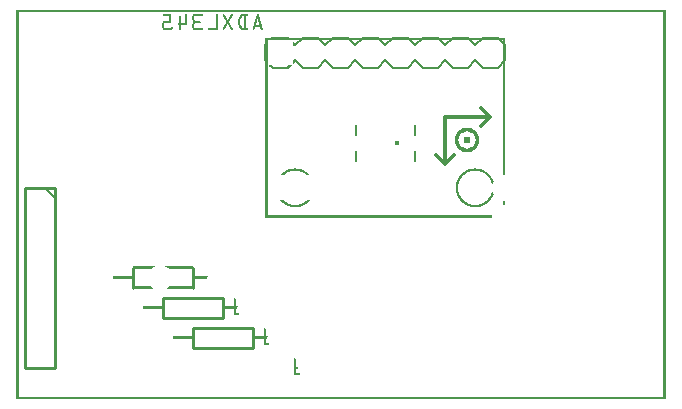
<source format=gbo>
G04 MADE WITH FRITZING*
G04 WWW.FRITZING.ORG*
G04 DOUBLE SIDED*
G04 HOLES PLATED*
G04 CONTOUR ON CENTER OF CONTOUR VECTOR*
%ASAXBY*%
%FSLAX23Y23*%
%MOIN*%
%OFA0B0*%
%SFA1.0B1.0*%
%ADD10C,0.082000X0.058*%
%ADD11C,0.024000X0*%
%ADD12C,0.015874X-0.00012598*%
%ADD13C,0.012000*%
%ADD14C,0.008000*%
%ADD15C,0.010000*%
%ADD16C,0.005000*%
%ADD17R,0.001000X0.001000*%
%LNSILK0*%
G90*
G70*
G54D10*
X1503Y866D03*
G54D11*
X1503Y866D03*
G54D12*
X1269Y855D03*
G54D13*
X1430Y940D02*
X1580Y940D01*
D02*
X1430Y940D02*
X1430Y785D01*
D02*
X1430Y785D02*
X1400Y815D01*
D02*
X1430Y785D02*
X1460Y815D01*
D02*
X1550Y910D02*
X1580Y940D01*
D02*
X1550Y970D02*
X1580Y940D01*
G54D14*
D02*
X1455Y1105D02*
X1505Y1105D01*
D02*
X1505Y1105D02*
X1530Y1130D01*
D02*
X1530Y1180D02*
X1505Y1205D01*
D02*
X1330Y1130D02*
X1355Y1105D01*
D02*
X1355Y1105D02*
X1405Y1105D01*
D02*
X1405Y1105D02*
X1430Y1130D01*
D02*
X1430Y1180D02*
X1405Y1205D01*
D02*
X1405Y1205D02*
X1355Y1205D01*
D02*
X1355Y1205D02*
X1330Y1180D01*
D02*
X1455Y1105D02*
X1430Y1130D01*
D02*
X1430Y1180D02*
X1455Y1205D01*
D02*
X1505Y1205D02*
X1455Y1205D01*
D02*
X1155Y1105D02*
X1205Y1105D01*
D02*
X1205Y1105D02*
X1230Y1130D01*
D02*
X1230Y1180D02*
X1205Y1205D01*
D02*
X1230Y1130D02*
X1255Y1105D01*
D02*
X1255Y1105D02*
X1305Y1105D01*
D02*
X1305Y1105D02*
X1330Y1130D01*
D02*
X1330Y1180D02*
X1305Y1205D01*
D02*
X1305Y1205D02*
X1255Y1205D01*
D02*
X1255Y1205D02*
X1230Y1180D01*
D02*
X1030Y1130D02*
X1055Y1105D01*
D02*
X1055Y1105D02*
X1105Y1105D01*
D02*
X1105Y1105D02*
X1130Y1130D01*
D02*
X1130Y1180D02*
X1105Y1205D01*
D02*
X1105Y1205D02*
X1055Y1205D01*
D02*
X1055Y1205D02*
X1030Y1180D01*
D02*
X1155Y1105D02*
X1130Y1130D01*
D02*
X1130Y1180D02*
X1155Y1205D01*
D02*
X1205Y1205D02*
X1155Y1205D01*
D02*
X855Y1105D02*
X905Y1105D01*
D02*
X930Y1130D02*
X955Y1105D01*
D02*
X955Y1105D02*
X1005Y1105D01*
D02*
X1005Y1105D02*
X1030Y1130D01*
D02*
X1030Y1180D02*
X1005Y1205D01*
D02*
X1005Y1205D02*
X955Y1205D01*
D02*
X955Y1205D02*
X930Y1180D01*
D02*
X830Y1130D02*
X830Y1180D01*
D02*
X905Y1205D02*
X855Y1205D01*
D02*
X1555Y1105D02*
X1605Y1105D01*
D02*
X1605Y1105D02*
X1630Y1130D01*
D02*
X1630Y1130D02*
X1630Y1180D01*
D02*
X1630Y1180D02*
X1605Y1205D01*
D02*
X1555Y1105D02*
X1530Y1130D01*
D02*
X1530Y1180D02*
X1555Y1205D01*
D02*
X1605Y1205D02*
X1555Y1205D01*
D02*
X1328Y796D02*
X1328Y827D01*
D02*
X1328Y882D02*
X1328Y914D01*
D02*
X1132Y914D02*
X1132Y882D01*
D02*
X1132Y827D02*
X1132Y796D01*
G54D15*
D02*
X589Y172D02*
X789Y172D01*
D02*
X789Y172D02*
X789Y238D01*
D02*
X789Y238D02*
X589Y238D01*
D02*
X589Y238D02*
X589Y172D01*
D02*
X489Y272D02*
X689Y272D01*
D02*
X689Y272D02*
X689Y338D01*
D02*
X689Y338D02*
X489Y338D01*
D02*
X489Y338D02*
X489Y272D01*
D02*
X589Y372D02*
X589Y438D01*
D02*
X389Y438D02*
X389Y372D01*
D02*
X130Y705D02*
X130Y105D01*
D02*
X130Y105D02*
X30Y105D01*
D02*
X30Y105D02*
X30Y705D01*
D02*
X30Y705D02*
X130Y705D01*
G54D16*
D02*
X130Y670D02*
X95Y705D01*
G54D17*
X0Y1299D02*
X2164Y1299D01*
X0Y1298D02*
X2164Y1298D01*
X0Y1297D02*
X2164Y1297D01*
X0Y1296D02*
X2164Y1296D01*
X0Y1295D02*
X2164Y1295D01*
X0Y1294D02*
X2164Y1294D01*
X0Y1293D02*
X2164Y1293D01*
X0Y1292D02*
X2164Y1292D01*
X0Y1291D02*
X7Y1291D01*
X2157Y1291D02*
X2164Y1291D01*
X0Y1290D02*
X7Y1290D01*
X2157Y1290D02*
X2164Y1290D01*
X0Y1289D02*
X7Y1289D01*
X2157Y1289D02*
X2164Y1289D01*
X0Y1288D02*
X7Y1288D01*
X2157Y1288D02*
X2164Y1288D01*
X0Y1287D02*
X7Y1287D01*
X2157Y1287D02*
X2164Y1287D01*
X0Y1286D02*
X7Y1286D01*
X2157Y1286D02*
X2164Y1286D01*
X0Y1285D02*
X7Y1285D01*
X2157Y1285D02*
X2164Y1285D01*
X0Y1284D02*
X7Y1284D01*
X489Y1284D02*
X514Y1284D01*
X565Y1284D02*
X568Y1284D01*
X591Y1284D02*
X620Y1284D01*
X666Y1284D02*
X670Y1284D01*
X689Y1284D02*
X692Y1284D01*
X716Y1284D02*
X720Y1284D01*
X752Y1284D02*
X770Y1284D01*
X802Y1284D02*
X806Y1284D01*
X2157Y1284D02*
X2164Y1284D01*
X0Y1283D02*
X7Y1283D01*
X488Y1283D02*
X514Y1283D01*
X564Y1283D02*
X569Y1283D01*
X590Y1283D02*
X621Y1283D01*
X665Y1283D02*
X671Y1283D01*
X688Y1283D02*
X693Y1283D01*
X715Y1283D02*
X721Y1283D01*
X750Y1283D02*
X771Y1283D01*
X802Y1283D02*
X807Y1283D01*
X2157Y1283D02*
X2164Y1283D01*
X0Y1282D02*
X7Y1282D01*
X488Y1282D02*
X514Y1282D01*
X563Y1282D02*
X569Y1282D01*
X589Y1282D02*
X621Y1282D01*
X665Y1282D02*
X671Y1282D01*
X687Y1282D02*
X694Y1282D01*
X715Y1282D02*
X721Y1282D01*
X748Y1282D02*
X771Y1282D01*
X801Y1282D02*
X807Y1282D01*
X2157Y1282D02*
X2164Y1282D01*
X0Y1281D02*
X7Y1281D01*
X487Y1281D02*
X514Y1281D01*
X563Y1281D02*
X569Y1281D01*
X588Y1281D02*
X621Y1281D01*
X665Y1281D02*
X671Y1281D01*
X687Y1281D02*
X694Y1281D01*
X714Y1281D02*
X721Y1281D01*
X747Y1281D02*
X771Y1281D01*
X801Y1281D02*
X807Y1281D01*
X2157Y1281D02*
X2164Y1281D01*
X0Y1280D02*
X7Y1280D01*
X488Y1280D02*
X514Y1280D01*
X563Y1280D02*
X569Y1280D01*
X588Y1280D02*
X621Y1280D01*
X665Y1280D02*
X671Y1280D01*
X688Y1280D02*
X695Y1280D01*
X714Y1280D02*
X721Y1280D01*
X747Y1280D02*
X771Y1280D01*
X801Y1280D02*
X808Y1280D01*
X2157Y1280D02*
X2164Y1280D01*
X0Y1279D02*
X7Y1279D01*
X488Y1279D02*
X514Y1279D01*
X563Y1279D02*
X569Y1279D01*
X588Y1279D02*
X620Y1279D01*
X665Y1279D02*
X671Y1279D01*
X688Y1279D02*
X695Y1279D01*
X713Y1279D02*
X720Y1279D01*
X746Y1279D02*
X770Y1279D01*
X800Y1279D02*
X808Y1279D01*
X2157Y1279D02*
X2164Y1279D01*
X0Y1278D02*
X7Y1278D01*
X491Y1278D02*
X514Y1278D01*
X544Y1278D02*
X548Y1278D01*
X563Y1278D02*
X569Y1278D01*
X587Y1278D02*
X618Y1278D01*
X665Y1278D02*
X671Y1278D01*
X689Y1278D02*
X696Y1278D01*
X712Y1278D02*
X720Y1278D01*
X746Y1278D02*
X768Y1278D01*
X800Y1278D02*
X808Y1278D01*
X2157Y1278D02*
X2164Y1278D01*
X0Y1277D02*
X7Y1277D01*
X508Y1277D02*
X514Y1277D01*
X543Y1277D02*
X548Y1277D01*
X563Y1277D02*
X569Y1277D01*
X587Y1277D02*
X593Y1277D01*
X665Y1277D02*
X671Y1277D01*
X689Y1277D02*
X697Y1277D01*
X712Y1277D02*
X719Y1277D01*
X745Y1277D02*
X752Y1277D01*
X758Y1277D02*
X764Y1277D01*
X800Y1277D02*
X809Y1277D01*
X2157Y1277D02*
X2164Y1277D01*
X0Y1276D02*
X7Y1276D01*
X508Y1276D02*
X514Y1276D01*
X543Y1276D02*
X549Y1276D01*
X563Y1276D02*
X569Y1276D01*
X587Y1276D02*
X593Y1276D01*
X665Y1276D02*
X671Y1276D01*
X690Y1276D02*
X697Y1276D01*
X711Y1276D02*
X718Y1276D01*
X745Y1276D02*
X752Y1276D01*
X758Y1276D02*
X764Y1276D01*
X799Y1276D02*
X809Y1276D01*
X2157Y1276D02*
X2164Y1276D01*
X0Y1275D02*
X7Y1275D01*
X508Y1275D02*
X514Y1275D01*
X543Y1275D02*
X549Y1275D01*
X563Y1275D02*
X569Y1275D01*
X587Y1275D02*
X593Y1275D01*
X665Y1275D02*
X671Y1275D01*
X691Y1275D02*
X698Y1275D01*
X711Y1275D02*
X718Y1275D01*
X744Y1275D02*
X751Y1275D01*
X758Y1275D02*
X764Y1275D01*
X799Y1275D02*
X809Y1275D01*
X2157Y1275D02*
X2164Y1275D01*
X0Y1274D02*
X7Y1274D01*
X508Y1274D02*
X514Y1274D01*
X543Y1274D02*
X549Y1274D01*
X563Y1274D02*
X569Y1274D01*
X587Y1274D02*
X593Y1274D01*
X665Y1274D02*
X671Y1274D01*
X691Y1274D02*
X698Y1274D01*
X710Y1274D02*
X717Y1274D01*
X744Y1274D02*
X751Y1274D01*
X758Y1274D02*
X764Y1274D01*
X799Y1274D02*
X810Y1274D01*
X2157Y1274D02*
X2164Y1274D01*
X0Y1273D02*
X7Y1273D01*
X508Y1273D02*
X514Y1273D01*
X543Y1273D02*
X549Y1273D01*
X563Y1273D02*
X569Y1273D01*
X587Y1273D02*
X593Y1273D01*
X665Y1273D02*
X671Y1273D01*
X692Y1273D02*
X699Y1273D01*
X709Y1273D02*
X717Y1273D01*
X743Y1273D02*
X750Y1273D01*
X758Y1273D02*
X764Y1273D01*
X799Y1273D02*
X810Y1273D01*
X2157Y1273D02*
X2164Y1273D01*
X0Y1272D02*
X7Y1272D01*
X508Y1272D02*
X514Y1272D01*
X543Y1272D02*
X549Y1272D01*
X563Y1272D02*
X569Y1272D01*
X587Y1272D02*
X593Y1272D01*
X665Y1272D02*
X671Y1272D01*
X692Y1272D02*
X700Y1272D01*
X709Y1272D02*
X716Y1272D01*
X743Y1272D02*
X750Y1272D01*
X758Y1272D02*
X764Y1272D01*
X798Y1272D02*
X810Y1272D01*
X2157Y1272D02*
X2164Y1272D01*
X0Y1271D02*
X7Y1271D01*
X508Y1271D02*
X514Y1271D01*
X543Y1271D02*
X549Y1271D01*
X563Y1271D02*
X569Y1271D01*
X587Y1271D02*
X593Y1271D01*
X665Y1271D02*
X671Y1271D01*
X693Y1271D02*
X700Y1271D01*
X708Y1271D02*
X715Y1271D01*
X742Y1271D02*
X749Y1271D01*
X758Y1271D02*
X764Y1271D01*
X798Y1271D02*
X810Y1271D01*
X2157Y1271D02*
X2164Y1271D01*
X0Y1270D02*
X7Y1270D01*
X508Y1270D02*
X514Y1270D01*
X543Y1270D02*
X549Y1270D01*
X563Y1270D02*
X569Y1270D01*
X587Y1270D02*
X593Y1270D01*
X665Y1270D02*
X671Y1270D01*
X694Y1270D02*
X701Y1270D01*
X708Y1270D02*
X715Y1270D01*
X742Y1270D02*
X748Y1270D01*
X758Y1270D02*
X764Y1270D01*
X798Y1270D02*
X811Y1270D01*
X2157Y1270D02*
X2164Y1270D01*
X0Y1269D02*
X7Y1269D01*
X508Y1269D02*
X514Y1269D01*
X543Y1269D02*
X549Y1269D01*
X563Y1269D02*
X569Y1269D01*
X587Y1269D02*
X593Y1269D01*
X665Y1269D02*
X671Y1269D01*
X694Y1269D02*
X701Y1269D01*
X707Y1269D02*
X714Y1269D01*
X741Y1269D02*
X748Y1269D01*
X758Y1269D02*
X764Y1269D01*
X797Y1269D02*
X811Y1269D01*
X2157Y1269D02*
X2164Y1269D01*
X0Y1268D02*
X7Y1268D01*
X508Y1268D02*
X514Y1268D01*
X543Y1268D02*
X549Y1268D01*
X563Y1268D02*
X569Y1268D01*
X587Y1268D02*
X593Y1268D01*
X665Y1268D02*
X671Y1268D01*
X695Y1268D02*
X702Y1268D01*
X707Y1268D02*
X714Y1268D01*
X741Y1268D02*
X747Y1268D01*
X758Y1268D02*
X764Y1268D01*
X797Y1268D02*
X811Y1268D01*
X2157Y1268D02*
X2164Y1268D01*
X0Y1267D02*
X7Y1267D01*
X508Y1267D02*
X514Y1267D01*
X543Y1267D02*
X549Y1267D01*
X563Y1267D02*
X569Y1267D01*
X587Y1267D02*
X593Y1267D01*
X665Y1267D02*
X671Y1267D01*
X695Y1267D02*
X702Y1267D01*
X706Y1267D02*
X713Y1267D01*
X740Y1267D02*
X747Y1267D01*
X758Y1267D02*
X764Y1267D01*
X797Y1267D02*
X803Y1267D01*
X805Y1267D02*
X812Y1267D01*
X2157Y1267D02*
X2164Y1267D01*
X0Y1266D02*
X7Y1266D01*
X508Y1266D02*
X514Y1266D01*
X543Y1266D02*
X549Y1266D01*
X563Y1266D02*
X569Y1266D01*
X587Y1266D02*
X593Y1266D01*
X665Y1266D02*
X671Y1266D01*
X696Y1266D02*
X703Y1266D01*
X705Y1266D02*
X713Y1266D01*
X740Y1266D02*
X746Y1266D01*
X758Y1266D02*
X764Y1266D01*
X797Y1266D02*
X803Y1266D01*
X806Y1266D02*
X812Y1266D01*
X2157Y1266D02*
X2164Y1266D01*
X0Y1265D02*
X7Y1265D01*
X508Y1265D02*
X514Y1265D01*
X543Y1265D02*
X549Y1265D01*
X563Y1265D02*
X569Y1265D01*
X587Y1265D02*
X593Y1265D01*
X665Y1265D02*
X671Y1265D01*
X696Y1265D02*
X712Y1265D01*
X739Y1265D02*
X746Y1265D01*
X758Y1265D02*
X764Y1265D01*
X796Y1265D02*
X803Y1265D01*
X806Y1265D02*
X812Y1265D01*
X2157Y1265D02*
X2164Y1265D01*
X0Y1264D02*
X7Y1264D01*
X508Y1264D02*
X514Y1264D01*
X543Y1264D02*
X549Y1264D01*
X563Y1264D02*
X569Y1264D01*
X587Y1264D02*
X594Y1264D01*
X665Y1264D02*
X671Y1264D01*
X697Y1264D02*
X711Y1264D01*
X739Y1264D02*
X745Y1264D01*
X758Y1264D02*
X764Y1264D01*
X796Y1264D02*
X802Y1264D01*
X806Y1264D02*
X812Y1264D01*
X2157Y1264D02*
X2164Y1264D01*
X0Y1263D02*
X7Y1263D01*
X508Y1263D02*
X514Y1263D01*
X543Y1263D02*
X549Y1263D01*
X563Y1263D02*
X569Y1263D01*
X588Y1263D02*
X594Y1263D01*
X665Y1263D02*
X671Y1263D01*
X698Y1263D02*
X711Y1263D01*
X738Y1263D02*
X745Y1263D01*
X758Y1263D02*
X764Y1263D01*
X796Y1263D02*
X802Y1263D01*
X806Y1263D02*
X813Y1263D01*
X2157Y1263D02*
X2164Y1263D01*
X0Y1262D02*
X7Y1262D01*
X508Y1262D02*
X514Y1262D01*
X543Y1262D02*
X549Y1262D01*
X563Y1262D02*
X569Y1262D01*
X588Y1262D02*
X595Y1262D01*
X665Y1262D02*
X671Y1262D01*
X698Y1262D02*
X710Y1262D01*
X738Y1262D02*
X744Y1262D01*
X758Y1262D02*
X764Y1262D01*
X795Y1262D02*
X802Y1262D01*
X807Y1262D02*
X813Y1262D01*
X2157Y1262D02*
X2164Y1262D01*
X0Y1261D02*
X7Y1261D01*
X492Y1261D02*
X514Y1261D01*
X543Y1261D02*
X549Y1261D01*
X563Y1261D02*
X569Y1261D01*
X588Y1261D02*
X612Y1261D01*
X665Y1261D02*
X671Y1261D01*
X699Y1261D02*
X710Y1261D01*
X738Y1261D02*
X744Y1261D01*
X758Y1261D02*
X764Y1261D01*
X795Y1261D02*
X801Y1261D01*
X807Y1261D02*
X813Y1261D01*
X2157Y1261D02*
X2164Y1261D01*
X0Y1260D02*
X7Y1260D01*
X490Y1260D02*
X514Y1260D01*
X543Y1260D02*
X549Y1260D01*
X563Y1260D02*
X569Y1260D01*
X589Y1260D02*
X613Y1260D01*
X665Y1260D02*
X671Y1260D01*
X699Y1260D02*
X709Y1260D01*
X738Y1260D02*
X744Y1260D01*
X758Y1260D02*
X764Y1260D01*
X795Y1260D02*
X801Y1260D01*
X807Y1260D02*
X814Y1260D01*
X2157Y1260D02*
X2164Y1260D01*
X0Y1259D02*
X7Y1259D01*
X489Y1259D02*
X514Y1259D01*
X543Y1259D02*
X549Y1259D01*
X563Y1259D02*
X569Y1259D01*
X589Y1259D02*
X614Y1259D01*
X665Y1259D02*
X671Y1259D01*
X700Y1259D02*
X708Y1259D01*
X737Y1259D02*
X744Y1259D01*
X758Y1259D02*
X764Y1259D01*
X794Y1259D02*
X801Y1259D01*
X808Y1259D02*
X814Y1259D01*
X2157Y1259D02*
X2164Y1259D01*
X0Y1258D02*
X7Y1258D01*
X489Y1258D02*
X514Y1258D01*
X543Y1258D02*
X549Y1258D01*
X563Y1258D02*
X569Y1258D01*
X590Y1258D02*
X614Y1258D01*
X665Y1258D02*
X671Y1258D01*
X700Y1258D02*
X708Y1258D01*
X737Y1258D02*
X743Y1258D01*
X758Y1258D02*
X764Y1258D01*
X794Y1258D02*
X801Y1258D01*
X808Y1258D02*
X814Y1258D01*
X2157Y1258D02*
X2164Y1258D01*
X0Y1257D02*
X7Y1257D01*
X488Y1257D02*
X514Y1257D01*
X543Y1257D02*
X549Y1257D01*
X563Y1257D02*
X569Y1257D01*
X590Y1257D02*
X614Y1257D01*
X665Y1257D02*
X671Y1257D01*
X700Y1257D02*
X708Y1257D01*
X737Y1257D02*
X743Y1257D01*
X758Y1257D02*
X764Y1257D01*
X794Y1257D02*
X800Y1257D01*
X808Y1257D02*
X815Y1257D01*
X2157Y1257D02*
X2164Y1257D01*
X0Y1256D02*
X7Y1256D01*
X488Y1256D02*
X514Y1256D01*
X543Y1256D02*
X549Y1256D01*
X563Y1256D02*
X569Y1256D01*
X589Y1256D02*
X614Y1256D01*
X665Y1256D02*
X671Y1256D01*
X700Y1256D02*
X709Y1256D01*
X738Y1256D02*
X744Y1256D01*
X758Y1256D02*
X764Y1256D01*
X794Y1256D02*
X800Y1256D01*
X808Y1256D02*
X815Y1256D01*
X2157Y1256D02*
X2164Y1256D01*
X0Y1255D02*
X7Y1255D01*
X487Y1255D02*
X514Y1255D01*
X541Y1255D02*
X569Y1255D01*
X588Y1255D02*
X613Y1255D01*
X665Y1255D02*
X671Y1255D01*
X699Y1255D02*
X709Y1255D01*
X738Y1255D02*
X744Y1255D01*
X758Y1255D02*
X764Y1255D01*
X793Y1255D02*
X800Y1255D01*
X809Y1255D02*
X815Y1255D01*
X2157Y1255D02*
X2164Y1255D01*
X0Y1254D02*
X7Y1254D01*
X487Y1254D02*
X493Y1254D01*
X540Y1254D02*
X569Y1254D01*
X588Y1254D02*
X596Y1254D01*
X665Y1254D02*
X671Y1254D01*
X698Y1254D02*
X710Y1254D01*
X738Y1254D02*
X744Y1254D01*
X758Y1254D02*
X764Y1254D01*
X793Y1254D02*
X799Y1254D01*
X809Y1254D02*
X815Y1254D01*
X2157Y1254D02*
X2164Y1254D01*
X0Y1253D02*
X7Y1253D01*
X487Y1253D02*
X493Y1253D01*
X539Y1253D02*
X569Y1253D01*
X588Y1253D02*
X594Y1253D01*
X665Y1253D02*
X671Y1253D01*
X698Y1253D02*
X711Y1253D01*
X738Y1253D02*
X745Y1253D01*
X758Y1253D02*
X764Y1253D01*
X793Y1253D02*
X799Y1253D01*
X809Y1253D02*
X816Y1253D01*
X2157Y1253D02*
X2164Y1253D01*
X0Y1252D02*
X7Y1252D01*
X487Y1252D02*
X493Y1252D01*
X539Y1252D02*
X569Y1252D01*
X587Y1252D02*
X594Y1252D01*
X665Y1252D02*
X671Y1252D01*
X697Y1252D02*
X711Y1252D01*
X739Y1252D02*
X745Y1252D01*
X758Y1252D02*
X764Y1252D01*
X792Y1252D02*
X799Y1252D01*
X810Y1252D02*
X816Y1252D01*
X2157Y1252D02*
X2164Y1252D01*
X0Y1251D02*
X7Y1251D01*
X487Y1251D02*
X493Y1251D01*
X539Y1251D02*
X569Y1251D01*
X587Y1251D02*
X593Y1251D01*
X665Y1251D02*
X671Y1251D01*
X697Y1251D02*
X712Y1251D01*
X739Y1251D02*
X746Y1251D01*
X758Y1251D02*
X764Y1251D01*
X792Y1251D02*
X798Y1251D01*
X810Y1251D02*
X816Y1251D01*
X2157Y1251D02*
X2164Y1251D01*
X0Y1250D02*
X7Y1250D01*
X487Y1250D02*
X493Y1250D01*
X540Y1250D02*
X569Y1250D01*
X587Y1250D02*
X593Y1250D01*
X665Y1250D02*
X671Y1250D01*
X696Y1250D02*
X703Y1250D01*
X705Y1250D02*
X712Y1250D01*
X739Y1250D02*
X746Y1250D01*
X758Y1250D02*
X764Y1250D01*
X792Y1250D02*
X798Y1250D01*
X810Y1250D02*
X817Y1250D01*
X2157Y1250D02*
X2164Y1250D01*
X0Y1249D02*
X7Y1249D01*
X487Y1249D02*
X493Y1249D01*
X541Y1249D02*
X569Y1249D01*
X587Y1249D02*
X593Y1249D01*
X665Y1249D02*
X671Y1249D01*
X695Y1249D02*
X703Y1249D01*
X706Y1249D02*
X713Y1249D01*
X740Y1249D02*
X747Y1249D01*
X758Y1249D02*
X764Y1249D01*
X792Y1249D02*
X817Y1249D01*
X2157Y1249D02*
X2164Y1249D01*
X0Y1248D02*
X7Y1248D01*
X487Y1248D02*
X493Y1248D01*
X543Y1248D02*
X549Y1248D01*
X587Y1248D02*
X593Y1248D01*
X665Y1248D02*
X671Y1248D01*
X695Y1248D02*
X702Y1248D01*
X706Y1248D02*
X714Y1248D01*
X740Y1248D02*
X747Y1248D01*
X758Y1248D02*
X764Y1248D01*
X791Y1248D02*
X817Y1248D01*
X2157Y1248D02*
X2164Y1248D01*
X0Y1247D02*
X7Y1247D01*
X487Y1247D02*
X493Y1247D01*
X543Y1247D02*
X549Y1247D01*
X587Y1247D02*
X593Y1247D01*
X665Y1247D02*
X671Y1247D01*
X694Y1247D02*
X701Y1247D01*
X707Y1247D02*
X714Y1247D01*
X741Y1247D02*
X748Y1247D01*
X758Y1247D02*
X764Y1247D01*
X791Y1247D02*
X817Y1247D01*
X2157Y1247D02*
X2164Y1247D01*
X0Y1246D02*
X7Y1246D01*
X487Y1246D02*
X493Y1246D01*
X543Y1246D02*
X549Y1246D01*
X587Y1246D02*
X593Y1246D01*
X665Y1246D02*
X671Y1246D01*
X694Y1246D02*
X701Y1246D01*
X708Y1246D02*
X715Y1246D01*
X741Y1246D02*
X748Y1246D01*
X758Y1246D02*
X764Y1246D01*
X791Y1246D02*
X818Y1246D01*
X2157Y1246D02*
X2164Y1246D01*
X0Y1245D02*
X7Y1245D01*
X487Y1245D02*
X493Y1245D01*
X543Y1245D02*
X549Y1245D01*
X587Y1245D02*
X593Y1245D01*
X665Y1245D02*
X671Y1245D01*
X693Y1245D02*
X700Y1245D01*
X708Y1245D02*
X715Y1245D01*
X742Y1245D02*
X749Y1245D01*
X758Y1245D02*
X764Y1245D01*
X790Y1245D02*
X818Y1245D01*
X2157Y1245D02*
X2164Y1245D01*
X0Y1244D02*
X7Y1244D01*
X487Y1244D02*
X493Y1244D01*
X543Y1244D02*
X549Y1244D01*
X587Y1244D02*
X593Y1244D01*
X665Y1244D02*
X671Y1244D01*
X693Y1244D02*
X700Y1244D01*
X709Y1244D02*
X716Y1244D01*
X742Y1244D02*
X749Y1244D01*
X758Y1244D02*
X764Y1244D01*
X790Y1244D02*
X818Y1244D01*
X2157Y1244D02*
X2164Y1244D01*
X0Y1243D02*
X7Y1243D01*
X487Y1243D02*
X493Y1243D01*
X543Y1243D02*
X549Y1243D01*
X587Y1243D02*
X593Y1243D01*
X665Y1243D02*
X671Y1243D01*
X692Y1243D02*
X699Y1243D01*
X709Y1243D02*
X716Y1243D01*
X743Y1243D02*
X750Y1243D01*
X758Y1243D02*
X764Y1243D01*
X790Y1243D02*
X819Y1243D01*
X2157Y1243D02*
X2164Y1243D01*
X0Y1242D02*
X7Y1242D01*
X487Y1242D02*
X493Y1242D01*
X543Y1242D02*
X549Y1242D01*
X587Y1242D02*
X593Y1242D01*
X665Y1242D02*
X671Y1242D01*
X691Y1242D02*
X699Y1242D01*
X710Y1242D02*
X717Y1242D01*
X743Y1242D02*
X750Y1242D01*
X758Y1242D02*
X764Y1242D01*
X790Y1242D02*
X796Y1242D01*
X813Y1242D02*
X819Y1242D01*
X2157Y1242D02*
X2164Y1242D01*
X0Y1241D02*
X7Y1241D01*
X487Y1241D02*
X493Y1241D01*
X543Y1241D02*
X549Y1241D01*
X587Y1241D02*
X593Y1241D01*
X665Y1241D02*
X671Y1241D01*
X691Y1241D02*
X698Y1241D01*
X710Y1241D02*
X718Y1241D01*
X744Y1241D02*
X751Y1241D01*
X758Y1241D02*
X764Y1241D01*
X789Y1241D02*
X795Y1241D01*
X813Y1241D02*
X819Y1241D01*
X2157Y1241D02*
X2164Y1241D01*
X0Y1240D02*
X7Y1240D01*
X487Y1240D02*
X493Y1240D01*
X516Y1240D02*
X520Y1240D01*
X543Y1240D02*
X549Y1240D01*
X587Y1240D02*
X593Y1240D01*
X665Y1240D02*
X671Y1240D01*
X690Y1240D02*
X697Y1240D01*
X711Y1240D02*
X718Y1240D01*
X744Y1240D02*
X751Y1240D01*
X758Y1240D02*
X764Y1240D01*
X789Y1240D02*
X795Y1240D01*
X813Y1240D02*
X819Y1240D01*
X2157Y1240D02*
X2164Y1240D01*
X0Y1239D02*
X7Y1239D01*
X487Y1239D02*
X493Y1239D01*
X514Y1239D02*
X520Y1239D01*
X543Y1239D02*
X549Y1239D01*
X587Y1239D02*
X593Y1239D01*
X665Y1239D02*
X671Y1239D01*
X690Y1239D02*
X697Y1239D01*
X712Y1239D02*
X719Y1239D01*
X745Y1239D02*
X752Y1239D01*
X758Y1239D02*
X764Y1239D01*
X789Y1239D02*
X795Y1239D01*
X813Y1239D02*
X820Y1239D01*
X2157Y1239D02*
X2164Y1239D01*
X0Y1238D02*
X7Y1238D01*
X487Y1238D02*
X494Y1238D01*
X511Y1238D02*
X521Y1238D01*
X543Y1238D02*
X549Y1238D01*
X587Y1238D02*
X594Y1238D01*
X665Y1238D02*
X671Y1238D01*
X689Y1238D02*
X696Y1238D01*
X712Y1238D02*
X719Y1238D01*
X745Y1238D02*
X753Y1238D01*
X758Y1238D02*
X764Y1238D01*
X788Y1238D02*
X795Y1238D01*
X814Y1238D02*
X820Y1238D01*
X2157Y1238D02*
X2164Y1238D01*
X0Y1237D02*
X7Y1237D01*
X487Y1237D02*
X521Y1237D01*
X543Y1237D02*
X549Y1237D01*
X587Y1237D02*
X620Y1237D01*
X639Y1237D02*
X671Y1237D01*
X688Y1237D02*
X696Y1237D01*
X713Y1237D02*
X720Y1237D01*
X746Y1237D02*
X770Y1237D01*
X788Y1237D02*
X794Y1237D01*
X814Y1237D02*
X820Y1237D01*
X2157Y1237D02*
X2164Y1237D01*
X0Y1236D02*
X7Y1236D01*
X488Y1236D02*
X521Y1236D01*
X543Y1236D02*
X549Y1236D01*
X588Y1236D02*
X620Y1236D01*
X638Y1236D02*
X671Y1236D01*
X688Y1236D02*
X695Y1236D01*
X713Y1236D02*
X721Y1236D01*
X746Y1236D02*
X770Y1236D01*
X788Y1236D02*
X794Y1236D01*
X814Y1236D02*
X821Y1236D01*
X2157Y1236D02*
X2164Y1236D01*
X0Y1235D02*
X7Y1235D01*
X488Y1235D02*
X520Y1235D01*
X543Y1235D02*
X549Y1235D01*
X588Y1235D02*
X621Y1235D01*
X638Y1235D02*
X671Y1235D01*
X688Y1235D02*
X694Y1235D01*
X714Y1235D02*
X721Y1235D01*
X747Y1235D02*
X771Y1235D01*
X787Y1235D02*
X794Y1235D01*
X815Y1235D02*
X821Y1235D01*
X2157Y1235D02*
X2164Y1235D01*
X0Y1234D02*
X7Y1234D01*
X489Y1234D02*
X519Y1234D01*
X543Y1234D02*
X549Y1234D01*
X589Y1234D02*
X621Y1234D01*
X637Y1234D02*
X671Y1234D01*
X687Y1234D02*
X694Y1234D01*
X715Y1234D02*
X721Y1234D01*
X748Y1234D02*
X771Y1234D01*
X787Y1234D02*
X793Y1234D01*
X815Y1234D02*
X821Y1234D01*
X2157Y1234D02*
X2164Y1234D01*
X0Y1233D02*
X7Y1233D01*
X489Y1233D02*
X517Y1233D01*
X543Y1233D02*
X548Y1233D01*
X589Y1233D02*
X621Y1233D01*
X638Y1233D02*
X671Y1233D01*
X688Y1233D02*
X693Y1233D01*
X715Y1233D02*
X721Y1233D01*
X749Y1233D02*
X771Y1233D01*
X788Y1233D02*
X793Y1233D01*
X815Y1233D02*
X821Y1233D01*
X2157Y1233D02*
X2164Y1233D01*
X0Y1232D02*
X7Y1232D01*
X491Y1232D02*
X515Y1232D01*
X544Y1232D02*
X548Y1232D01*
X591Y1232D02*
X620Y1232D01*
X638Y1232D02*
X671Y1232D01*
X688Y1232D02*
X692Y1232D01*
X716Y1232D02*
X720Y1232D01*
X751Y1232D02*
X770Y1232D01*
X788Y1232D02*
X792Y1232D01*
X816Y1232D02*
X820Y1232D01*
X2157Y1232D02*
X2164Y1232D01*
X0Y1231D02*
X7Y1231D01*
X493Y1231D02*
X511Y1231D01*
X545Y1231D02*
X546Y1231D01*
X593Y1231D02*
X619Y1231D01*
X640Y1231D02*
X671Y1231D01*
X690Y1231D02*
X691Y1231D01*
X717Y1231D02*
X719Y1231D01*
X754Y1231D02*
X769Y1231D01*
X790Y1231D02*
X791Y1231D01*
X817Y1231D02*
X819Y1231D01*
X2157Y1231D02*
X2164Y1231D01*
X0Y1230D02*
X7Y1230D01*
X2157Y1230D02*
X2164Y1230D01*
X0Y1229D02*
X7Y1229D01*
X2157Y1229D02*
X2164Y1229D01*
X0Y1228D02*
X7Y1228D01*
X2157Y1228D02*
X2164Y1228D01*
X0Y1227D02*
X7Y1227D01*
X2157Y1227D02*
X2164Y1227D01*
X0Y1226D02*
X7Y1226D01*
X2157Y1226D02*
X2164Y1226D01*
X0Y1225D02*
X7Y1225D01*
X2157Y1225D02*
X2164Y1225D01*
X0Y1224D02*
X7Y1224D01*
X2157Y1224D02*
X2164Y1224D01*
X0Y1223D02*
X7Y1223D01*
X2157Y1223D02*
X2164Y1223D01*
X0Y1222D02*
X7Y1222D01*
X2157Y1222D02*
X2164Y1222D01*
X0Y1221D02*
X7Y1221D01*
X2157Y1221D02*
X2164Y1221D01*
X0Y1220D02*
X7Y1220D01*
X2157Y1220D02*
X2164Y1220D01*
X0Y1219D02*
X7Y1219D01*
X2157Y1219D02*
X2164Y1219D01*
X0Y1218D02*
X7Y1218D01*
X2157Y1218D02*
X2164Y1218D01*
X0Y1217D02*
X7Y1217D01*
X2157Y1217D02*
X2164Y1217D01*
X0Y1216D02*
X7Y1216D01*
X2157Y1216D02*
X2164Y1216D01*
X0Y1215D02*
X7Y1215D01*
X2157Y1215D02*
X2164Y1215D01*
X0Y1214D02*
X7Y1214D01*
X2157Y1214D02*
X2164Y1214D01*
X0Y1213D02*
X7Y1213D01*
X2157Y1213D02*
X2164Y1213D01*
X0Y1212D02*
X7Y1212D01*
X2157Y1212D02*
X2164Y1212D01*
X0Y1211D02*
X7Y1211D01*
X2157Y1211D02*
X2164Y1211D01*
X0Y1210D02*
X7Y1210D01*
X2157Y1210D02*
X2164Y1210D01*
X0Y1209D02*
X7Y1209D01*
X854Y1209D02*
X854Y1209D01*
X904Y1209D02*
X904Y1209D01*
X2157Y1209D02*
X2164Y1209D01*
X0Y1208D02*
X7Y1208D01*
X852Y1208D02*
X856Y1208D01*
X902Y1208D02*
X906Y1208D01*
X2157Y1208D02*
X2164Y1208D01*
X0Y1207D02*
X7Y1207D01*
X851Y1207D02*
X857Y1207D01*
X901Y1207D02*
X908Y1207D01*
X2157Y1207D02*
X2164Y1207D01*
X0Y1206D02*
X7Y1206D01*
X850Y1206D02*
X858Y1206D01*
X901Y1206D02*
X909Y1206D01*
X2157Y1206D02*
X2164Y1206D01*
X0Y1205D02*
X7Y1205D01*
X830Y1205D02*
X1628Y1205D01*
X2157Y1205D02*
X2164Y1205D01*
X0Y1204D02*
X7Y1204D01*
X830Y1204D02*
X1629Y1204D01*
X2157Y1204D02*
X2164Y1204D01*
X0Y1203D02*
X7Y1203D01*
X830Y1203D02*
X1629Y1203D01*
X2157Y1203D02*
X2164Y1203D01*
X0Y1202D02*
X7Y1202D01*
X830Y1202D02*
X1629Y1202D01*
X2157Y1202D02*
X2164Y1202D01*
X0Y1201D02*
X7Y1201D01*
X830Y1201D02*
X1629Y1201D01*
X2157Y1201D02*
X2164Y1201D01*
X0Y1200D02*
X7Y1200D01*
X830Y1200D02*
X1629Y1200D01*
X2157Y1200D02*
X2164Y1200D01*
X0Y1199D02*
X7Y1199D01*
X830Y1199D02*
X1629Y1199D01*
X2157Y1199D02*
X2164Y1199D01*
X0Y1198D02*
X7Y1198D01*
X830Y1198D02*
X1629Y1198D01*
X2157Y1198D02*
X2164Y1198D01*
X0Y1197D02*
X7Y1197D01*
X830Y1197D02*
X837Y1197D01*
X1621Y1197D02*
X1629Y1197D01*
X2157Y1197D02*
X2164Y1197D01*
X0Y1196D02*
X7Y1196D01*
X830Y1196D02*
X837Y1196D01*
X1622Y1196D02*
X1629Y1196D01*
X2157Y1196D02*
X2164Y1196D01*
X0Y1195D02*
X7Y1195D01*
X830Y1195D02*
X837Y1195D01*
X1622Y1195D02*
X1629Y1195D01*
X2157Y1195D02*
X2164Y1195D01*
X0Y1194D02*
X7Y1194D01*
X830Y1194D02*
X837Y1194D01*
X1622Y1194D02*
X1629Y1194D01*
X2157Y1194D02*
X2164Y1194D01*
X0Y1193D02*
X7Y1193D01*
X830Y1193D02*
X837Y1193D01*
X922Y1193D02*
X922Y1193D01*
X1622Y1193D02*
X1629Y1193D01*
X2157Y1193D02*
X2164Y1193D01*
X0Y1192D02*
X7Y1192D01*
X830Y1192D02*
X837Y1192D01*
X922Y1192D02*
X923Y1192D01*
X1622Y1192D02*
X1629Y1192D01*
X2157Y1192D02*
X2164Y1192D01*
X0Y1191D02*
X7Y1191D01*
X830Y1191D02*
X837Y1191D01*
X922Y1191D02*
X924Y1191D01*
X1622Y1191D02*
X1629Y1191D01*
X2157Y1191D02*
X2164Y1191D01*
X0Y1190D02*
X7Y1190D01*
X830Y1190D02*
X837Y1190D01*
X922Y1190D02*
X925Y1190D01*
X1622Y1190D02*
X1629Y1190D01*
X2157Y1190D02*
X2164Y1190D01*
X0Y1189D02*
X7Y1189D01*
X830Y1189D02*
X837Y1189D01*
X922Y1189D02*
X926Y1189D01*
X1622Y1189D02*
X1629Y1189D01*
X2157Y1189D02*
X2164Y1189D01*
X0Y1188D02*
X7Y1188D01*
X830Y1188D02*
X837Y1188D01*
X922Y1188D02*
X927Y1188D01*
X1622Y1188D02*
X1629Y1188D01*
X2157Y1188D02*
X2164Y1188D01*
X0Y1187D02*
X7Y1187D01*
X830Y1187D02*
X837Y1187D01*
X922Y1187D02*
X928Y1187D01*
X1622Y1187D02*
X1629Y1187D01*
X2157Y1187D02*
X2164Y1187D01*
X0Y1186D02*
X7Y1186D01*
X830Y1186D02*
X837Y1186D01*
X922Y1186D02*
X929Y1186D01*
X1622Y1186D02*
X1629Y1186D01*
X2157Y1186D02*
X2164Y1186D01*
X0Y1185D02*
X7Y1185D01*
X829Y1185D02*
X837Y1185D01*
X922Y1185D02*
X930Y1185D01*
X1622Y1185D02*
X1629Y1185D01*
X2157Y1185D02*
X2164Y1185D01*
X0Y1184D02*
X7Y1184D01*
X828Y1184D02*
X837Y1184D01*
X922Y1184D02*
X931Y1184D01*
X1622Y1184D02*
X1629Y1184D01*
X2157Y1184D02*
X2164Y1184D01*
X0Y1183D02*
X7Y1183D01*
X827Y1183D02*
X837Y1183D01*
X922Y1183D02*
X931Y1183D01*
X1622Y1183D02*
X1629Y1183D01*
X2157Y1183D02*
X2164Y1183D01*
X0Y1182D02*
X7Y1182D01*
X826Y1182D02*
X837Y1182D01*
X922Y1182D02*
X932Y1182D01*
X1622Y1182D02*
X1629Y1182D01*
X2157Y1182D02*
X2164Y1182D01*
X0Y1181D02*
X7Y1181D01*
X826Y1181D02*
X837Y1181D01*
X923Y1181D02*
X933Y1181D01*
X1622Y1181D02*
X1629Y1181D01*
X2157Y1181D02*
X2164Y1181D01*
X0Y1180D02*
X7Y1180D01*
X826Y1180D02*
X837Y1180D01*
X924Y1180D02*
X933Y1180D01*
X1622Y1180D02*
X1629Y1180D01*
X2157Y1180D02*
X2164Y1180D01*
X0Y1179D02*
X7Y1179D01*
X826Y1179D02*
X837Y1179D01*
X925Y1179D02*
X933Y1179D01*
X1622Y1179D02*
X1629Y1179D01*
X2157Y1179D02*
X2164Y1179D01*
X0Y1178D02*
X7Y1178D01*
X826Y1178D02*
X837Y1178D01*
X926Y1178D02*
X932Y1178D01*
X1622Y1178D02*
X1629Y1178D01*
X2157Y1178D02*
X2164Y1178D01*
X0Y1177D02*
X7Y1177D01*
X827Y1177D02*
X837Y1177D01*
X927Y1177D02*
X931Y1177D01*
X1622Y1177D02*
X1629Y1177D01*
X2157Y1177D02*
X2164Y1177D01*
X0Y1176D02*
X7Y1176D01*
X830Y1176D02*
X837Y1176D01*
X1622Y1176D02*
X1629Y1176D01*
X2157Y1176D02*
X2164Y1176D01*
X0Y1175D02*
X7Y1175D01*
X830Y1175D02*
X837Y1175D01*
X1622Y1175D02*
X1629Y1175D01*
X2157Y1175D02*
X2164Y1175D01*
X0Y1174D02*
X7Y1174D01*
X830Y1174D02*
X837Y1174D01*
X1622Y1174D02*
X1629Y1174D01*
X2157Y1174D02*
X2164Y1174D01*
X0Y1173D02*
X7Y1173D01*
X830Y1173D02*
X837Y1173D01*
X1622Y1173D02*
X1629Y1173D01*
X2157Y1173D02*
X2164Y1173D01*
X0Y1172D02*
X7Y1172D01*
X830Y1172D02*
X837Y1172D01*
X1622Y1172D02*
X1629Y1172D01*
X2157Y1172D02*
X2164Y1172D01*
X0Y1171D02*
X7Y1171D01*
X830Y1171D02*
X837Y1171D01*
X1622Y1171D02*
X1629Y1171D01*
X2157Y1171D02*
X2164Y1171D01*
X0Y1170D02*
X7Y1170D01*
X830Y1170D02*
X837Y1170D01*
X1622Y1170D02*
X1629Y1170D01*
X2157Y1170D02*
X2164Y1170D01*
X0Y1169D02*
X7Y1169D01*
X830Y1169D02*
X837Y1169D01*
X1622Y1169D02*
X1629Y1169D01*
X2157Y1169D02*
X2164Y1169D01*
X0Y1168D02*
X7Y1168D01*
X830Y1168D02*
X837Y1168D01*
X1622Y1168D02*
X1629Y1168D01*
X2157Y1168D02*
X2164Y1168D01*
X0Y1167D02*
X7Y1167D01*
X830Y1167D02*
X837Y1167D01*
X1622Y1167D02*
X1629Y1167D01*
X2157Y1167D02*
X2164Y1167D01*
X0Y1166D02*
X7Y1166D01*
X830Y1166D02*
X837Y1166D01*
X1622Y1166D02*
X1629Y1166D01*
X2157Y1166D02*
X2164Y1166D01*
X0Y1165D02*
X7Y1165D01*
X830Y1165D02*
X837Y1165D01*
X1622Y1165D02*
X1629Y1165D01*
X2157Y1165D02*
X2164Y1165D01*
X0Y1164D02*
X7Y1164D01*
X830Y1164D02*
X837Y1164D01*
X1622Y1164D02*
X1629Y1164D01*
X2157Y1164D02*
X2164Y1164D01*
X0Y1163D02*
X7Y1163D01*
X830Y1163D02*
X837Y1163D01*
X1622Y1163D02*
X1629Y1163D01*
X2157Y1163D02*
X2164Y1163D01*
X0Y1162D02*
X7Y1162D01*
X830Y1162D02*
X837Y1162D01*
X1622Y1162D02*
X1629Y1162D01*
X2157Y1162D02*
X2164Y1162D01*
X0Y1161D02*
X7Y1161D01*
X830Y1161D02*
X837Y1161D01*
X1622Y1161D02*
X1629Y1161D01*
X2157Y1161D02*
X2164Y1161D01*
X0Y1160D02*
X7Y1160D01*
X830Y1160D02*
X837Y1160D01*
X1622Y1160D02*
X1629Y1160D01*
X2157Y1160D02*
X2164Y1160D01*
X0Y1159D02*
X7Y1159D01*
X830Y1159D02*
X837Y1159D01*
X1622Y1159D02*
X1629Y1159D01*
X2157Y1159D02*
X2164Y1159D01*
X0Y1158D02*
X7Y1158D01*
X830Y1158D02*
X837Y1158D01*
X1622Y1158D02*
X1629Y1158D01*
X2157Y1158D02*
X2164Y1158D01*
X0Y1157D02*
X7Y1157D01*
X830Y1157D02*
X837Y1157D01*
X1622Y1157D02*
X1629Y1157D01*
X2157Y1157D02*
X2164Y1157D01*
X0Y1156D02*
X7Y1156D01*
X830Y1156D02*
X837Y1156D01*
X1622Y1156D02*
X1629Y1156D01*
X2157Y1156D02*
X2164Y1156D01*
X0Y1155D02*
X7Y1155D01*
X830Y1155D02*
X837Y1155D01*
X1622Y1155D02*
X1629Y1155D01*
X2157Y1155D02*
X2164Y1155D01*
X0Y1154D02*
X7Y1154D01*
X830Y1154D02*
X837Y1154D01*
X1622Y1154D02*
X1629Y1154D01*
X2157Y1154D02*
X2164Y1154D01*
X0Y1153D02*
X7Y1153D01*
X830Y1153D02*
X837Y1153D01*
X1622Y1153D02*
X1629Y1153D01*
X2157Y1153D02*
X2164Y1153D01*
X0Y1152D02*
X7Y1152D01*
X830Y1152D02*
X837Y1152D01*
X1622Y1152D02*
X1629Y1152D01*
X2157Y1152D02*
X2164Y1152D01*
X0Y1151D02*
X7Y1151D01*
X830Y1151D02*
X837Y1151D01*
X1622Y1151D02*
X1629Y1151D01*
X2157Y1151D02*
X2164Y1151D01*
X0Y1150D02*
X7Y1150D01*
X830Y1150D02*
X837Y1150D01*
X1622Y1150D02*
X1629Y1150D01*
X2157Y1150D02*
X2164Y1150D01*
X0Y1149D02*
X7Y1149D01*
X830Y1149D02*
X837Y1149D01*
X1622Y1149D02*
X1629Y1149D01*
X2157Y1149D02*
X2164Y1149D01*
X0Y1148D02*
X7Y1148D01*
X830Y1148D02*
X837Y1148D01*
X1622Y1148D02*
X1629Y1148D01*
X2157Y1148D02*
X2164Y1148D01*
X0Y1147D02*
X7Y1147D01*
X830Y1147D02*
X837Y1147D01*
X1622Y1147D02*
X1629Y1147D01*
X2157Y1147D02*
X2164Y1147D01*
X0Y1146D02*
X7Y1146D01*
X830Y1146D02*
X837Y1146D01*
X1622Y1146D02*
X1629Y1146D01*
X2157Y1146D02*
X2164Y1146D01*
X0Y1145D02*
X7Y1145D01*
X830Y1145D02*
X837Y1145D01*
X1622Y1145D02*
X1629Y1145D01*
X2157Y1145D02*
X2164Y1145D01*
X0Y1144D02*
X7Y1144D01*
X830Y1144D02*
X837Y1144D01*
X1622Y1144D02*
X1629Y1144D01*
X2157Y1144D02*
X2164Y1144D01*
X0Y1143D02*
X7Y1143D01*
X830Y1143D02*
X837Y1143D01*
X1622Y1143D02*
X1629Y1143D01*
X2157Y1143D02*
X2164Y1143D01*
X0Y1142D02*
X7Y1142D01*
X830Y1142D02*
X837Y1142D01*
X1622Y1142D02*
X1629Y1142D01*
X2157Y1142D02*
X2164Y1142D01*
X0Y1141D02*
X7Y1141D01*
X830Y1141D02*
X837Y1141D01*
X1622Y1141D02*
X1629Y1141D01*
X2157Y1141D02*
X2164Y1141D01*
X0Y1140D02*
X7Y1140D01*
X830Y1140D02*
X837Y1140D01*
X1622Y1140D02*
X1629Y1140D01*
X2157Y1140D02*
X2164Y1140D01*
X0Y1139D02*
X7Y1139D01*
X830Y1139D02*
X837Y1139D01*
X1622Y1139D02*
X1629Y1139D01*
X2157Y1139D02*
X2164Y1139D01*
X0Y1138D02*
X7Y1138D01*
X830Y1138D02*
X837Y1138D01*
X1622Y1138D02*
X1629Y1138D01*
X2157Y1138D02*
X2164Y1138D01*
X0Y1137D02*
X7Y1137D01*
X830Y1137D02*
X837Y1137D01*
X1622Y1137D02*
X1629Y1137D01*
X2157Y1137D02*
X2164Y1137D01*
X0Y1136D02*
X7Y1136D01*
X830Y1136D02*
X837Y1136D01*
X1622Y1136D02*
X1629Y1136D01*
X2157Y1136D02*
X2164Y1136D01*
X0Y1135D02*
X7Y1135D01*
X830Y1135D02*
X837Y1135D01*
X1622Y1135D02*
X1629Y1135D01*
X2157Y1135D02*
X2164Y1135D01*
X0Y1134D02*
X7Y1134D01*
X829Y1134D02*
X837Y1134D01*
X929Y1134D02*
X929Y1134D01*
X1622Y1134D02*
X1629Y1134D01*
X2157Y1134D02*
X2164Y1134D01*
X0Y1133D02*
X7Y1133D01*
X827Y1133D02*
X837Y1133D01*
X927Y1133D02*
X931Y1133D01*
X1622Y1133D02*
X1629Y1133D01*
X2157Y1133D02*
X2164Y1133D01*
X0Y1132D02*
X7Y1132D01*
X826Y1132D02*
X837Y1132D01*
X926Y1132D02*
X932Y1132D01*
X1622Y1132D02*
X1629Y1132D01*
X2157Y1132D02*
X2164Y1132D01*
X0Y1131D02*
X7Y1131D01*
X826Y1131D02*
X837Y1131D01*
X925Y1131D02*
X933Y1131D01*
X1622Y1131D02*
X1629Y1131D01*
X2157Y1131D02*
X2164Y1131D01*
X0Y1130D02*
X7Y1130D01*
X826Y1130D02*
X837Y1130D01*
X924Y1130D02*
X933Y1130D01*
X1622Y1130D02*
X1629Y1130D01*
X2157Y1130D02*
X2164Y1130D01*
X0Y1129D02*
X7Y1129D01*
X826Y1129D02*
X837Y1129D01*
X923Y1129D02*
X933Y1129D01*
X1622Y1129D02*
X1629Y1129D01*
X2157Y1129D02*
X2164Y1129D01*
X0Y1128D02*
X7Y1128D01*
X826Y1128D02*
X837Y1128D01*
X922Y1128D02*
X932Y1128D01*
X1622Y1128D02*
X1629Y1128D01*
X2157Y1128D02*
X2164Y1128D01*
X0Y1127D02*
X7Y1127D01*
X827Y1127D02*
X837Y1127D01*
X922Y1127D02*
X931Y1127D01*
X1622Y1127D02*
X1629Y1127D01*
X2157Y1127D02*
X2164Y1127D01*
X0Y1126D02*
X7Y1126D01*
X828Y1126D02*
X837Y1126D01*
X922Y1126D02*
X930Y1126D01*
X1622Y1126D02*
X1629Y1126D01*
X2157Y1126D02*
X2164Y1126D01*
X0Y1125D02*
X7Y1125D01*
X829Y1125D02*
X837Y1125D01*
X922Y1125D02*
X929Y1125D01*
X1622Y1125D02*
X1629Y1125D01*
X2157Y1125D02*
X2164Y1125D01*
X0Y1124D02*
X7Y1124D01*
X830Y1124D02*
X837Y1124D01*
X922Y1124D02*
X928Y1124D01*
X1622Y1124D02*
X1629Y1124D01*
X2157Y1124D02*
X2164Y1124D01*
X0Y1123D02*
X7Y1123D01*
X830Y1123D02*
X837Y1123D01*
X922Y1123D02*
X927Y1123D01*
X1622Y1123D02*
X1629Y1123D01*
X2157Y1123D02*
X2164Y1123D01*
X0Y1122D02*
X7Y1122D01*
X830Y1122D02*
X837Y1122D01*
X922Y1122D02*
X926Y1122D01*
X1622Y1122D02*
X1629Y1122D01*
X2157Y1122D02*
X2164Y1122D01*
X0Y1121D02*
X7Y1121D01*
X830Y1121D02*
X837Y1121D01*
X922Y1121D02*
X925Y1121D01*
X1622Y1121D02*
X1629Y1121D01*
X2157Y1121D02*
X2164Y1121D01*
X0Y1120D02*
X7Y1120D01*
X830Y1120D02*
X837Y1120D01*
X922Y1120D02*
X924Y1120D01*
X1622Y1120D02*
X1629Y1120D01*
X2157Y1120D02*
X2164Y1120D01*
X0Y1119D02*
X7Y1119D01*
X830Y1119D02*
X837Y1119D01*
X922Y1119D02*
X923Y1119D01*
X1622Y1119D02*
X1629Y1119D01*
X2157Y1119D02*
X2164Y1119D01*
X0Y1118D02*
X7Y1118D01*
X830Y1118D02*
X837Y1118D01*
X922Y1118D02*
X922Y1118D01*
X1622Y1118D02*
X1629Y1118D01*
X2157Y1118D02*
X2164Y1118D01*
X0Y1117D02*
X7Y1117D01*
X830Y1117D02*
X837Y1117D01*
X1622Y1117D02*
X1629Y1117D01*
X2157Y1117D02*
X2164Y1117D01*
X0Y1116D02*
X7Y1116D01*
X830Y1116D02*
X837Y1116D01*
X1622Y1116D02*
X1629Y1116D01*
X2157Y1116D02*
X2164Y1116D01*
X0Y1115D02*
X7Y1115D01*
X830Y1115D02*
X837Y1115D01*
X1622Y1115D02*
X1629Y1115D01*
X2157Y1115D02*
X2164Y1115D01*
X0Y1114D02*
X7Y1114D01*
X830Y1114D02*
X837Y1114D01*
X1622Y1114D02*
X1629Y1114D01*
X2157Y1114D02*
X2164Y1114D01*
X0Y1113D02*
X7Y1113D01*
X830Y1113D02*
X837Y1113D01*
X841Y1113D02*
X852Y1113D01*
X907Y1113D02*
X917Y1113D01*
X1622Y1113D02*
X1629Y1113D01*
X2157Y1113D02*
X2164Y1113D01*
X0Y1112D02*
X7Y1112D01*
X830Y1112D02*
X837Y1112D01*
X842Y1112D02*
X853Y1112D01*
X906Y1112D02*
X916Y1112D01*
X1622Y1112D02*
X1629Y1112D01*
X2157Y1112D02*
X2164Y1112D01*
X0Y1111D02*
X7Y1111D01*
X830Y1111D02*
X837Y1111D01*
X843Y1111D02*
X854Y1111D01*
X905Y1111D02*
X915Y1111D01*
X1622Y1111D02*
X1629Y1111D01*
X2157Y1111D02*
X2164Y1111D01*
X0Y1110D02*
X7Y1110D01*
X830Y1110D02*
X837Y1110D01*
X844Y1110D02*
X855Y1110D01*
X904Y1110D02*
X914Y1110D01*
X1622Y1110D02*
X1629Y1110D01*
X2157Y1110D02*
X2164Y1110D01*
X0Y1109D02*
X7Y1109D01*
X830Y1109D02*
X837Y1109D01*
X845Y1109D02*
X856Y1109D01*
X903Y1109D02*
X913Y1109D01*
X1622Y1109D02*
X1629Y1109D01*
X2157Y1109D02*
X2164Y1109D01*
X0Y1108D02*
X7Y1108D01*
X830Y1108D02*
X837Y1108D01*
X846Y1108D02*
X857Y1108D01*
X902Y1108D02*
X912Y1108D01*
X1622Y1108D02*
X1629Y1108D01*
X2157Y1108D02*
X2164Y1108D01*
X0Y1107D02*
X7Y1107D01*
X830Y1107D02*
X837Y1107D01*
X847Y1107D02*
X857Y1107D01*
X901Y1107D02*
X911Y1107D01*
X1622Y1107D02*
X1629Y1107D01*
X2157Y1107D02*
X2164Y1107D01*
X0Y1106D02*
X7Y1106D01*
X830Y1106D02*
X837Y1106D01*
X848Y1106D02*
X858Y1106D01*
X901Y1106D02*
X910Y1106D01*
X1622Y1106D02*
X1629Y1106D01*
X2157Y1106D02*
X2164Y1106D01*
X0Y1105D02*
X7Y1105D01*
X830Y1105D02*
X837Y1105D01*
X849Y1105D02*
X858Y1105D01*
X901Y1105D02*
X909Y1105D01*
X1622Y1105D02*
X1629Y1105D01*
X2157Y1105D02*
X2164Y1105D01*
X0Y1104D02*
X7Y1104D01*
X830Y1104D02*
X837Y1104D01*
X850Y1104D02*
X858Y1104D01*
X901Y1104D02*
X908Y1104D01*
X1622Y1104D02*
X1629Y1104D01*
X2157Y1104D02*
X2164Y1104D01*
X0Y1103D02*
X7Y1103D01*
X830Y1103D02*
X837Y1103D01*
X851Y1103D02*
X857Y1103D01*
X901Y1103D02*
X907Y1103D01*
X1622Y1103D02*
X1629Y1103D01*
X2157Y1103D02*
X2164Y1103D01*
X0Y1102D02*
X7Y1102D01*
X830Y1102D02*
X837Y1102D01*
X852Y1102D02*
X856Y1102D01*
X902Y1102D02*
X906Y1102D01*
X1622Y1102D02*
X1629Y1102D01*
X2157Y1102D02*
X2164Y1102D01*
X0Y1101D02*
X7Y1101D01*
X830Y1101D02*
X837Y1101D01*
X1622Y1101D02*
X1629Y1101D01*
X2157Y1101D02*
X2164Y1101D01*
X0Y1100D02*
X7Y1100D01*
X830Y1100D02*
X837Y1100D01*
X1622Y1100D02*
X1629Y1100D01*
X2157Y1100D02*
X2164Y1100D01*
X0Y1099D02*
X7Y1099D01*
X830Y1099D02*
X837Y1099D01*
X1622Y1099D02*
X1629Y1099D01*
X2157Y1099D02*
X2164Y1099D01*
X0Y1098D02*
X7Y1098D01*
X830Y1098D02*
X837Y1098D01*
X1622Y1098D02*
X1629Y1098D01*
X2157Y1098D02*
X2164Y1098D01*
X0Y1097D02*
X7Y1097D01*
X830Y1097D02*
X837Y1097D01*
X1622Y1097D02*
X1629Y1097D01*
X2157Y1097D02*
X2164Y1097D01*
X0Y1096D02*
X7Y1096D01*
X830Y1096D02*
X837Y1096D01*
X1622Y1096D02*
X1629Y1096D01*
X2157Y1096D02*
X2164Y1096D01*
X0Y1095D02*
X7Y1095D01*
X830Y1095D02*
X837Y1095D01*
X1622Y1095D02*
X1629Y1095D01*
X2157Y1095D02*
X2164Y1095D01*
X0Y1094D02*
X7Y1094D01*
X830Y1094D02*
X837Y1094D01*
X1622Y1094D02*
X1629Y1094D01*
X2157Y1094D02*
X2164Y1094D01*
X0Y1093D02*
X7Y1093D01*
X830Y1093D02*
X837Y1093D01*
X1622Y1093D02*
X1629Y1093D01*
X2157Y1093D02*
X2164Y1093D01*
X0Y1092D02*
X7Y1092D01*
X830Y1092D02*
X837Y1092D01*
X1622Y1092D02*
X1629Y1092D01*
X2157Y1092D02*
X2164Y1092D01*
X0Y1091D02*
X7Y1091D01*
X830Y1091D02*
X837Y1091D01*
X1622Y1091D02*
X1629Y1091D01*
X2157Y1091D02*
X2164Y1091D01*
X0Y1090D02*
X7Y1090D01*
X830Y1090D02*
X837Y1090D01*
X1622Y1090D02*
X1629Y1090D01*
X2157Y1090D02*
X2164Y1090D01*
X0Y1089D02*
X7Y1089D01*
X830Y1089D02*
X837Y1089D01*
X1622Y1089D02*
X1629Y1089D01*
X2157Y1089D02*
X2164Y1089D01*
X0Y1088D02*
X7Y1088D01*
X830Y1088D02*
X837Y1088D01*
X1622Y1088D02*
X1629Y1088D01*
X2157Y1088D02*
X2164Y1088D01*
X0Y1087D02*
X7Y1087D01*
X830Y1087D02*
X837Y1087D01*
X1622Y1087D02*
X1629Y1087D01*
X2157Y1087D02*
X2164Y1087D01*
X0Y1086D02*
X7Y1086D01*
X830Y1086D02*
X837Y1086D01*
X1622Y1086D02*
X1629Y1086D01*
X2157Y1086D02*
X2164Y1086D01*
X0Y1085D02*
X7Y1085D01*
X830Y1085D02*
X837Y1085D01*
X1622Y1085D02*
X1629Y1085D01*
X2157Y1085D02*
X2164Y1085D01*
X0Y1084D02*
X7Y1084D01*
X830Y1084D02*
X837Y1084D01*
X1622Y1084D02*
X1629Y1084D01*
X2157Y1084D02*
X2164Y1084D01*
X0Y1083D02*
X7Y1083D01*
X830Y1083D02*
X837Y1083D01*
X1622Y1083D02*
X1629Y1083D01*
X2157Y1083D02*
X2164Y1083D01*
X0Y1082D02*
X7Y1082D01*
X830Y1082D02*
X837Y1082D01*
X1622Y1082D02*
X1629Y1082D01*
X2157Y1082D02*
X2164Y1082D01*
X0Y1081D02*
X7Y1081D01*
X830Y1081D02*
X837Y1081D01*
X1622Y1081D02*
X1629Y1081D01*
X2157Y1081D02*
X2164Y1081D01*
X0Y1080D02*
X7Y1080D01*
X830Y1080D02*
X837Y1080D01*
X1622Y1080D02*
X1629Y1080D01*
X2157Y1080D02*
X2164Y1080D01*
X0Y1079D02*
X7Y1079D01*
X830Y1079D02*
X837Y1079D01*
X1622Y1079D02*
X1629Y1079D01*
X2157Y1079D02*
X2164Y1079D01*
X0Y1078D02*
X7Y1078D01*
X830Y1078D02*
X837Y1078D01*
X1622Y1078D02*
X1629Y1078D01*
X2157Y1078D02*
X2164Y1078D01*
X0Y1077D02*
X7Y1077D01*
X830Y1077D02*
X837Y1077D01*
X1622Y1077D02*
X1629Y1077D01*
X2157Y1077D02*
X2164Y1077D01*
X0Y1076D02*
X7Y1076D01*
X830Y1076D02*
X837Y1076D01*
X1622Y1076D02*
X1629Y1076D01*
X2157Y1076D02*
X2164Y1076D01*
X0Y1075D02*
X7Y1075D01*
X830Y1075D02*
X837Y1075D01*
X1622Y1075D02*
X1629Y1075D01*
X2157Y1075D02*
X2164Y1075D01*
X0Y1074D02*
X7Y1074D01*
X830Y1074D02*
X837Y1074D01*
X1622Y1074D02*
X1629Y1074D01*
X2157Y1074D02*
X2164Y1074D01*
X0Y1073D02*
X7Y1073D01*
X830Y1073D02*
X837Y1073D01*
X1622Y1073D02*
X1629Y1073D01*
X2157Y1073D02*
X2164Y1073D01*
X0Y1072D02*
X7Y1072D01*
X830Y1072D02*
X837Y1072D01*
X1622Y1072D02*
X1629Y1072D01*
X2157Y1072D02*
X2164Y1072D01*
X0Y1071D02*
X7Y1071D01*
X830Y1071D02*
X837Y1071D01*
X1622Y1071D02*
X1629Y1071D01*
X2157Y1071D02*
X2164Y1071D01*
X0Y1070D02*
X7Y1070D01*
X830Y1070D02*
X837Y1070D01*
X1622Y1070D02*
X1629Y1070D01*
X2157Y1070D02*
X2164Y1070D01*
X0Y1069D02*
X7Y1069D01*
X830Y1069D02*
X837Y1069D01*
X1622Y1069D02*
X1629Y1069D01*
X2157Y1069D02*
X2164Y1069D01*
X0Y1068D02*
X7Y1068D01*
X830Y1068D02*
X837Y1068D01*
X1622Y1068D02*
X1629Y1068D01*
X2157Y1068D02*
X2164Y1068D01*
X0Y1067D02*
X7Y1067D01*
X830Y1067D02*
X837Y1067D01*
X1622Y1067D02*
X1629Y1067D01*
X2157Y1067D02*
X2164Y1067D01*
X0Y1066D02*
X7Y1066D01*
X830Y1066D02*
X837Y1066D01*
X1622Y1066D02*
X1629Y1066D01*
X2157Y1066D02*
X2164Y1066D01*
X0Y1065D02*
X7Y1065D01*
X830Y1065D02*
X837Y1065D01*
X1622Y1065D02*
X1629Y1065D01*
X2157Y1065D02*
X2164Y1065D01*
X0Y1064D02*
X7Y1064D01*
X830Y1064D02*
X837Y1064D01*
X1622Y1064D02*
X1629Y1064D01*
X2157Y1064D02*
X2164Y1064D01*
X0Y1063D02*
X7Y1063D01*
X830Y1063D02*
X837Y1063D01*
X1622Y1063D02*
X1629Y1063D01*
X2157Y1063D02*
X2164Y1063D01*
X0Y1062D02*
X7Y1062D01*
X830Y1062D02*
X837Y1062D01*
X1622Y1062D02*
X1629Y1062D01*
X2157Y1062D02*
X2164Y1062D01*
X0Y1061D02*
X7Y1061D01*
X830Y1061D02*
X837Y1061D01*
X1622Y1061D02*
X1629Y1061D01*
X2157Y1061D02*
X2164Y1061D01*
X0Y1060D02*
X7Y1060D01*
X830Y1060D02*
X837Y1060D01*
X1622Y1060D02*
X1629Y1060D01*
X2157Y1060D02*
X2164Y1060D01*
X0Y1059D02*
X7Y1059D01*
X830Y1059D02*
X837Y1059D01*
X1622Y1059D02*
X1629Y1059D01*
X2157Y1059D02*
X2164Y1059D01*
X0Y1058D02*
X7Y1058D01*
X830Y1058D02*
X837Y1058D01*
X1622Y1058D02*
X1629Y1058D01*
X2157Y1058D02*
X2164Y1058D01*
X0Y1057D02*
X7Y1057D01*
X830Y1057D02*
X837Y1057D01*
X1622Y1057D02*
X1629Y1057D01*
X2157Y1057D02*
X2164Y1057D01*
X0Y1056D02*
X7Y1056D01*
X830Y1056D02*
X837Y1056D01*
X1622Y1056D02*
X1629Y1056D01*
X2157Y1056D02*
X2164Y1056D01*
X0Y1055D02*
X7Y1055D01*
X830Y1055D02*
X837Y1055D01*
X1622Y1055D02*
X1629Y1055D01*
X2157Y1055D02*
X2164Y1055D01*
X0Y1054D02*
X7Y1054D01*
X830Y1054D02*
X837Y1054D01*
X1622Y1054D02*
X1629Y1054D01*
X2157Y1054D02*
X2164Y1054D01*
X0Y1053D02*
X7Y1053D01*
X830Y1053D02*
X837Y1053D01*
X1622Y1053D02*
X1629Y1053D01*
X2157Y1053D02*
X2164Y1053D01*
X0Y1052D02*
X7Y1052D01*
X830Y1052D02*
X837Y1052D01*
X1622Y1052D02*
X1629Y1052D01*
X2157Y1052D02*
X2164Y1052D01*
X0Y1051D02*
X7Y1051D01*
X830Y1051D02*
X837Y1051D01*
X1622Y1051D02*
X1629Y1051D01*
X2157Y1051D02*
X2164Y1051D01*
X0Y1050D02*
X7Y1050D01*
X830Y1050D02*
X837Y1050D01*
X1622Y1050D02*
X1629Y1050D01*
X2157Y1050D02*
X2164Y1050D01*
X0Y1049D02*
X7Y1049D01*
X830Y1049D02*
X837Y1049D01*
X1622Y1049D02*
X1629Y1049D01*
X2157Y1049D02*
X2164Y1049D01*
X0Y1048D02*
X7Y1048D01*
X830Y1048D02*
X837Y1048D01*
X1622Y1048D02*
X1629Y1048D01*
X2157Y1048D02*
X2164Y1048D01*
X0Y1047D02*
X7Y1047D01*
X830Y1047D02*
X837Y1047D01*
X1622Y1047D02*
X1629Y1047D01*
X2157Y1047D02*
X2164Y1047D01*
X0Y1046D02*
X7Y1046D01*
X830Y1046D02*
X837Y1046D01*
X1622Y1046D02*
X1629Y1046D01*
X2157Y1046D02*
X2164Y1046D01*
X0Y1045D02*
X7Y1045D01*
X830Y1045D02*
X837Y1045D01*
X1622Y1045D02*
X1629Y1045D01*
X2157Y1045D02*
X2164Y1045D01*
X0Y1044D02*
X7Y1044D01*
X830Y1044D02*
X837Y1044D01*
X1622Y1044D02*
X1629Y1044D01*
X2157Y1044D02*
X2164Y1044D01*
X0Y1043D02*
X7Y1043D01*
X830Y1043D02*
X837Y1043D01*
X1622Y1043D02*
X1629Y1043D01*
X2157Y1043D02*
X2164Y1043D01*
X0Y1042D02*
X7Y1042D01*
X830Y1042D02*
X837Y1042D01*
X1622Y1042D02*
X1629Y1042D01*
X2157Y1042D02*
X2164Y1042D01*
X0Y1041D02*
X7Y1041D01*
X830Y1041D02*
X837Y1041D01*
X1622Y1041D02*
X1629Y1041D01*
X2157Y1041D02*
X2164Y1041D01*
X0Y1040D02*
X7Y1040D01*
X830Y1040D02*
X837Y1040D01*
X1622Y1040D02*
X1629Y1040D01*
X2157Y1040D02*
X2164Y1040D01*
X0Y1039D02*
X7Y1039D01*
X830Y1039D02*
X837Y1039D01*
X1622Y1039D02*
X1629Y1039D01*
X2157Y1039D02*
X2164Y1039D01*
X0Y1038D02*
X7Y1038D01*
X830Y1038D02*
X837Y1038D01*
X1622Y1038D02*
X1629Y1038D01*
X2157Y1038D02*
X2164Y1038D01*
X0Y1037D02*
X7Y1037D01*
X830Y1037D02*
X837Y1037D01*
X1622Y1037D02*
X1629Y1037D01*
X2157Y1037D02*
X2164Y1037D01*
X0Y1036D02*
X7Y1036D01*
X830Y1036D02*
X837Y1036D01*
X1622Y1036D02*
X1629Y1036D01*
X2157Y1036D02*
X2164Y1036D01*
X0Y1035D02*
X7Y1035D01*
X830Y1035D02*
X837Y1035D01*
X1622Y1035D02*
X1629Y1035D01*
X2157Y1035D02*
X2164Y1035D01*
X0Y1034D02*
X7Y1034D01*
X830Y1034D02*
X837Y1034D01*
X1622Y1034D02*
X1629Y1034D01*
X2157Y1034D02*
X2164Y1034D01*
X0Y1033D02*
X7Y1033D01*
X830Y1033D02*
X837Y1033D01*
X1622Y1033D02*
X1629Y1033D01*
X2157Y1033D02*
X2164Y1033D01*
X0Y1032D02*
X7Y1032D01*
X830Y1032D02*
X837Y1032D01*
X1622Y1032D02*
X1629Y1032D01*
X2157Y1032D02*
X2164Y1032D01*
X0Y1031D02*
X7Y1031D01*
X830Y1031D02*
X837Y1031D01*
X1622Y1031D02*
X1629Y1031D01*
X2157Y1031D02*
X2164Y1031D01*
X0Y1030D02*
X7Y1030D01*
X830Y1030D02*
X837Y1030D01*
X1622Y1030D02*
X1629Y1030D01*
X2157Y1030D02*
X2164Y1030D01*
X0Y1029D02*
X7Y1029D01*
X830Y1029D02*
X837Y1029D01*
X1622Y1029D02*
X1629Y1029D01*
X2157Y1029D02*
X2164Y1029D01*
X0Y1028D02*
X7Y1028D01*
X830Y1028D02*
X837Y1028D01*
X1622Y1028D02*
X1629Y1028D01*
X2157Y1028D02*
X2164Y1028D01*
X0Y1027D02*
X7Y1027D01*
X830Y1027D02*
X837Y1027D01*
X1622Y1027D02*
X1629Y1027D01*
X2157Y1027D02*
X2164Y1027D01*
X0Y1026D02*
X7Y1026D01*
X830Y1026D02*
X837Y1026D01*
X1622Y1026D02*
X1629Y1026D01*
X2157Y1026D02*
X2164Y1026D01*
X0Y1025D02*
X7Y1025D01*
X830Y1025D02*
X837Y1025D01*
X1622Y1025D02*
X1629Y1025D01*
X2157Y1025D02*
X2164Y1025D01*
X0Y1024D02*
X7Y1024D01*
X830Y1024D02*
X837Y1024D01*
X1622Y1024D02*
X1629Y1024D01*
X2157Y1024D02*
X2164Y1024D01*
X0Y1023D02*
X7Y1023D01*
X830Y1023D02*
X837Y1023D01*
X1622Y1023D02*
X1629Y1023D01*
X2157Y1023D02*
X2164Y1023D01*
X0Y1022D02*
X7Y1022D01*
X830Y1022D02*
X837Y1022D01*
X1622Y1022D02*
X1629Y1022D01*
X2157Y1022D02*
X2164Y1022D01*
X0Y1021D02*
X7Y1021D01*
X830Y1021D02*
X837Y1021D01*
X1622Y1021D02*
X1629Y1021D01*
X2157Y1021D02*
X2164Y1021D01*
X0Y1020D02*
X7Y1020D01*
X830Y1020D02*
X837Y1020D01*
X1622Y1020D02*
X1629Y1020D01*
X2157Y1020D02*
X2164Y1020D01*
X0Y1019D02*
X7Y1019D01*
X830Y1019D02*
X837Y1019D01*
X1622Y1019D02*
X1629Y1019D01*
X2157Y1019D02*
X2164Y1019D01*
X0Y1018D02*
X7Y1018D01*
X830Y1018D02*
X837Y1018D01*
X1622Y1018D02*
X1629Y1018D01*
X2157Y1018D02*
X2164Y1018D01*
X0Y1017D02*
X7Y1017D01*
X830Y1017D02*
X837Y1017D01*
X1622Y1017D02*
X1629Y1017D01*
X2157Y1017D02*
X2164Y1017D01*
X0Y1016D02*
X7Y1016D01*
X830Y1016D02*
X837Y1016D01*
X1622Y1016D02*
X1629Y1016D01*
X2157Y1016D02*
X2164Y1016D01*
X0Y1015D02*
X7Y1015D01*
X830Y1015D02*
X837Y1015D01*
X1622Y1015D02*
X1629Y1015D01*
X2157Y1015D02*
X2164Y1015D01*
X0Y1014D02*
X7Y1014D01*
X830Y1014D02*
X837Y1014D01*
X1622Y1014D02*
X1629Y1014D01*
X2157Y1014D02*
X2164Y1014D01*
X0Y1013D02*
X7Y1013D01*
X830Y1013D02*
X837Y1013D01*
X1622Y1013D02*
X1629Y1013D01*
X2157Y1013D02*
X2164Y1013D01*
X0Y1012D02*
X7Y1012D01*
X830Y1012D02*
X837Y1012D01*
X1622Y1012D02*
X1629Y1012D01*
X2157Y1012D02*
X2164Y1012D01*
X0Y1011D02*
X7Y1011D01*
X830Y1011D02*
X837Y1011D01*
X1622Y1011D02*
X1629Y1011D01*
X2157Y1011D02*
X2164Y1011D01*
X0Y1010D02*
X7Y1010D01*
X830Y1010D02*
X837Y1010D01*
X1622Y1010D02*
X1629Y1010D01*
X2157Y1010D02*
X2164Y1010D01*
X0Y1009D02*
X7Y1009D01*
X830Y1009D02*
X837Y1009D01*
X1622Y1009D02*
X1629Y1009D01*
X2157Y1009D02*
X2164Y1009D01*
X0Y1008D02*
X7Y1008D01*
X830Y1008D02*
X837Y1008D01*
X1622Y1008D02*
X1629Y1008D01*
X2157Y1008D02*
X2164Y1008D01*
X0Y1007D02*
X7Y1007D01*
X830Y1007D02*
X837Y1007D01*
X1622Y1007D02*
X1629Y1007D01*
X2157Y1007D02*
X2164Y1007D01*
X0Y1006D02*
X7Y1006D01*
X830Y1006D02*
X837Y1006D01*
X1622Y1006D02*
X1629Y1006D01*
X2157Y1006D02*
X2164Y1006D01*
X0Y1005D02*
X7Y1005D01*
X830Y1005D02*
X837Y1005D01*
X1622Y1005D02*
X1629Y1005D01*
X2157Y1005D02*
X2164Y1005D01*
X0Y1004D02*
X7Y1004D01*
X830Y1004D02*
X837Y1004D01*
X1622Y1004D02*
X1629Y1004D01*
X2157Y1004D02*
X2164Y1004D01*
X0Y1003D02*
X7Y1003D01*
X830Y1003D02*
X837Y1003D01*
X1622Y1003D02*
X1629Y1003D01*
X2157Y1003D02*
X2164Y1003D01*
X0Y1002D02*
X7Y1002D01*
X830Y1002D02*
X837Y1002D01*
X1622Y1002D02*
X1629Y1002D01*
X2157Y1002D02*
X2164Y1002D01*
X0Y1001D02*
X7Y1001D01*
X830Y1001D02*
X837Y1001D01*
X1622Y1001D02*
X1629Y1001D01*
X2157Y1001D02*
X2164Y1001D01*
X0Y1000D02*
X7Y1000D01*
X830Y1000D02*
X837Y1000D01*
X1622Y1000D02*
X1629Y1000D01*
X2157Y1000D02*
X2164Y1000D01*
X0Y999D02*
X7Y999D01*
X830Y999D02*
X837Y999D01*
X1622Y999D02*
X1629Y999D01*
X2157Y999D02*
X2164Y999D01*
X0Y998D02*
X7Y998D01*
X830Y998D02*
X837Y998D01*
X1622Y998D02*
X1629Y998D01*
X2157Y998D02*
X2164Y998D01*
X0Y997D02*
X7Y997D01*
X830Y997D02*
X837Y997D01*
X1622Y997D02*
X1629Y997D01*
X2157Y997D02*
X2164Y997D01*
X0Y996D02*
X7Y996D01*
X830Y996D02*
X837Y996D01*
X1622Y996D02*
X1629Y996D01*
X2157Y996D02*
X2164Y996D01*
X0Y995D02*
X7Y995D01*
X830Y995D02*
X837Y995D01*
X1622Y995D02*
X1629Y995D01*
X2157Y995D02*
X2164Y995D01*
X0Y994D02*
X7Y994D01*
X830Y994D02*
X837Y994D01*
X1622Y994D02*
X1629Y994D01*
X2157Y994D02*
X2164Y994D01*
X0Y993D02*
X7Y993D01*
X830Y993D02*
X837Y993D01*
X1622Y993D02*
X1629Y993D01*
X2157Y993D02*
X2164Y993D01*
X0Y992D02*
X7Y992D01*
X830Y992D02*
X837Y992D01*
X1622Y992D02*
X1629Y992D01*
X2157Y992D02*
X2164Y992D01*
X0Y991D02*
X7Y991D01*
X830Y991D02*
X837Y991D01*
X1622Y991D02*
X1629Y991D01*
X2157Y991D02*
X2164Y991D01*
X0Y990D02*
X7Y990D01*
X830Y990D02*
X837Y990D01*
X1622Y990D02*
X1629Y990D01*
X2157Y990D02*
X2164Y990D01*
X0Y989D02*
X7Y989D01*
X830Y989D02*
X837Y989D01*
X1622Y989D02*
X1629Y989D01*
X2157Y989D02*
X2164Y989D01*
X0Y988D02*
X7Y988D01*
X830Y988D02*
X837Y988D01*
X1622Y988D02*
X1629Y988D01*
X2157Y988D02*
X2164Y988D01*
X0Y987D02*
X7Y987D01*
X830Y987D02*
X837Y987D01*
X1622Y987D02*
X1629Y987D01*
X2157Y987D02*
X2164Y987D01*
X0Y986D02*
X7Y986D01*
X830Y986D02*
X837Y986D01*
X1622Y986D02*
X1629Y986D01*
X2157Y986D02*
X2164Y986D01*
X0Y985D02*
X7Y985D01*
X830Y985D02*
X837Y985D01*
X1622Y985D02*
X1629Y985D01*
X2157Y985D02*
X2164Y985D01*
X0Y984D02*
X7Y984D01*
X830Y984D02*
X837Y984D01*
X1622Y984D02*
X1629Y984D01*
X2157Y984D02*
X2164Y984D01*
X0Y983D02*
X7Y983D01*
X830Y983D02*
X837Y983D01*
X1622Y983D02*
X1629Y983D01*
X2157Y983D02*
X2164Y983D01*
X0Y982D02*
X7Y982D01*
X830Y982D02*
X837Y982D01*
X1622Y982D02*
X1629Y982D01*
X2157Y982D02*
X2164Y982D01*
X0Y981D02*
X7Y981D01*
X830Y981D02*
X837Y981D01*
X1622Y981D02*
X1629Y981D01*
X2157Y981D02*
X2164Y981D01*
X0Y980D02*
X7Y980D01*
X830Y980D02*
X837Y980D01*
X1622Y980D02*
X1629Y980D01*
X2157Y980D02*
X2164Y980D01*
X0Y979D02*
X7Y979D01*
X830Y979D02*
X837Y979D01*
X1622Y979D02*
X1629Y979D01*
X2157Y979D02*
X2164Y979D01*
X0Y978D02*
X7Y978D01*
X830Y978D02*
X837Y978D01*
X1622Y978D02*
X1629Y978D01*
X2157Y978D02*
X2164Y978D01*
X0Y977D02*
X7Y977D01*
X830Y977D02*
X837Y977D01*
X1622Y977D02*
X1629Y977D01*
X2157Y977D02*
X2164Y977D01*
X0Y976D02*
X7Y976D01*
X830Y976D02*
X837Y976D01*
X1622Y976D02*
X1629Y976D01*
X2157Y976D02*
X2164Y976D01*
X0Y975D02*
X7Y975D01*
X830Y975D02*
X837Y975D01*
X1622Y975D02*
X1629Y975D01*
X2157Y975D02*
X2164Y975D01*
X0Y974D02*
X7Y974D01*
X830Y974D02*
X837Y974D01*
X1622Y974D02*
X1629Y974D01*
X2157Y974D02*
X2164Y974D01*
X0Y973D02*
X7Y973D01*
X830Y973D02*
X837Y973D01*
X1622Y973D02*
X1629Y973D01*
X2157Y973D02*
X2164Y973D01*
X0Y972D02*
X7Y972D01*
X830Y972D02*
X837Y972D01*
X1622Y972D02*
X1629Y972D01*
X2157Y972D02*
X2164Y972D01*
X0Y971D02*
X7Y971D01*
X830Y971D02*
X837Y971D01*
X1622Y971D02*
X1629Y971D01*
X2157Y971D02*
X2164Y971D01*
X0Y970D02*
X7Y970D01*
X830Y970D02*
X837Y970D01*
X1622Y970D02*
X1629Y970D01*
X2157Y970D02*
X2164Y970D01*
X0Y969D02*
X7Y969D01*
X830Y969D02*
X837Y969D01*
X1622Y969D02*
X1629Y969D01*
X2157Y969D02*
X2164Y969D01*
X0Y968D02*
X7Y968D01*
X830Y968D02*
X837Y968D01*
X1622Y968D02*
X1629Y968D01*
X2157Y968D02*
X2164Y968D01*
X0Y967D02*
X7Y967D01*
X830Y967D02*
X837Y967D01*
X1622Y967D02*
X1629Y967D01*
X2157Y967D02*
X2164Y967D01*
X0Y966D02*
X7Y966D01*
X830Y966D02*
X837Y966D01*
X1622Y966D02*
X1629Y966D01*
X2157Y966D02*
X2164Y966D01*
X0Y965D02*
X7Y965D01*
X830Y965D02*
X837Y965D01*
X1622Y965D02*
X1629Y965D01*
X2157Y965D02*
X2164Y965D01*
X0Y964D02*
X7Y964D01*
X830Y964D02*
X837Y964D01*
X1622Y964D02*
X1629Y964D01*
X2157Y964D02*
X2164Y964D01*
X0Y963D02*
X7Y963D01*
X830Y963D02*
X837Y963D01*
X1622Y963D02*
X1629Y963D01*
X2157Y963D02*
X2164Y963D01*
X0Y962D02*
X7Y962D01*
X830Y962D02*
X837Y962D01*
X1622Y962D02*
X1629Y962D01*
X2157Y962D02*
X2164Y962D01*
X0Y961D02*
X7Y961D01*
X830Y961D02*
X837Y961D01*
X1622Y961D02*
X1629Y961D01*
X2157Y961D02*
X2164Y961D01*
X0Y960D02*
X7Y960D01*
X830Y960D02*
X837Y960D01*
X1622Y960D02*
X1629Y960D01*
X2157Y960D02*
X2164Y960D01*
X0Y959D02*
X7Y959D01*
X830Y959D02*
X837Y959D01*
X1622Y959D02*
X1629Y959D01*
X2157Y959D02*
X2164Y959D01*
X0Y958D02*
X7Y958D01*
X830Y958D02*
X837Y958D01*
X1622Y958D02*
X1629Y958D01*
X2157Y958D02*
X2164Y958D01*
X0Y957D02*
X7Y957D01*
X830Y957D02*
X837Y957D01*
X1622Y957D02*
X1629Y957D01*
X2157Y957D02*
X2164Y957D01*
X0Y956D02*
X7Y956D01*
X830Y956D02*
X837Y956D01*
X1622Y956D02*
X1629Y956D01*
X2157Y956D02*
X2164Y956D01*
X0Y955D02*
X7Y955D01*
X830Y955D02*
X837Y955D01*
X1622Y955D02*
X1629Y955D01*
X2157Y955D02*
X2164Y955D01*
X0Y954D02*
X7Y954D01*
X830Y954D02*
X837Y954D01*
X1622Y954D02*
X1629Y954D01*
X2157Y954D02*
X2164Y954D01*
X0Y953D02*
X7Y953D01*
X830Y953D02*
X837Y953D01*
X1622Y953D02*
X1629Y953D01*
X2157Y953D02*
X2164Y953D01*
X0Y952D02*
X7Y952D01*
X830Y952D02*
X837Y952D01*
X1622Y952D02*
X1629Y952D01*
X2157Y952D02*
X2164Y952D01*
X0Y951D02*
X7Y951D01*
X830Y951D02*
X837Y951D01*
X1622Y951D02*
X1629Y951D01*
X2157Y951D02*
X2164Y951D01*
X0Y950D02*
X7Y950D01*
X830Y950D02*
X837Y950D01*
X1622Y950D02*
X1629Y950D01*
X2157Y950D02*
X2164Y950D01*
X0Y949D02*
X7Y949D01*
X830Y949D02*
X837Y949D01*
X1622Y949D02*
X1629Y949D01*
X2157Y949D02*
X2164Y949D01*
X0Y948D02*
X7Y948D01*
X830Y948D02*
X837Y948D01*
X1622Y948D02*
X1629Y948D01*
X2157Y948D02*
X2164Y948D01*
X0Y947D02*
X7Y947D01*
X830Y947D02*
X837Y947D01*
X1622Y947D02*
X1629Y947D01*
X2157Y947D02*
X2164Y947D01*
X0Y946D02*
X7Y946D01*
X830Y946D02*
X837Y946D01*
X1622Y946D02*
X1629Y946D01*
X2157Y946D02*
X2164Y946D01*
X0Y945D02*
X7Y945D01*
X830Y945D02*
X837Y945D01*
X1622Y945D02*
X1629Y945D01*
X2157Y945D02*
X2164Y945D01*
X0Y944D02*
X7Y944D01*
X830Y944D02*
X837Y944D01*
X1622Y944D02*
X1629Y944D01*
X2157Y944D02*
X2164Y944D01*
X0Y943D02*
X7Y943D01*
X830Y943D02*
X837Y943D01*
X1622Y943D02*
X1629Y943D01*
X2157Y943D02*
X2164Y943D01*
X0Y942D02*
X7Y942D01*
X830Y942D02*
X837Y942D01*
X1622Y942D02*
X1629Y942D01*
X2157Y942D02*
X2164Y942D01*
X0Y941D02*
X7Y941D01*
X830Y941D02*
X837Y941D01*
X1622Y941D02*
X1629Y941D01*
X2157Y941D02*
X2164Y941D01*
X0Y940D02*
X7Y940D01*
X830Y940D02*
X837Y940D01*
X1622Y940D02*
X1629Y940D01*
X2157Y940D02*
X2164Y940D01*
X0Y939D02*
X7Y939D01*
X830Y939D02*
X837Y939D01*
X1622Y939D02*
X1629Y939D01*
X2157Y939D02*
X2164Y939D01*
X0Y938D02*
X7Y938D01*
X830Y938D02*
X837Y938D01*
X1622Y938D02*
X1629Y938D01*
X2157Y938D02*
X2164Y938D01*
X0Y937D02*
X7Y937D01*
X830Y937D02*
X837Y937D01*
X1622Y937D02*
X1629Y937D01*
X2157Y937D02*
X2164Y937D01*
X0Y936D02*
X7Y936D01*
X830Y936D02*
X837Y936D01*
X1622Y936D02*
X1629Y936D01*
X2157Y936D02*
X2164Y936D01*
X0Y935D02*
X7Y935D01*
X830Y935D02*
X837Y935D01*
X1622Y935D02*
X1629Y935D01*
X2157Y935D02*
X2164Y935D01*
X0Y934D02*
X7Y934D01*
X830Y934D02*
X837Y934D01*
X1622Y934D02*
X1629Y934D01*
X2157Y934D02*
X2164Y934D01*
X0Y933D02*
X7Y933D01*
X830Y933D02*
X837Y933D01*
X1622Y933D02*
X1629Y933D01*
X2157Y933D02*
X2164Y933D01*
X0Y932D02*
X7Y932D01*
X830Y932D02*
X837Y932D01*
X1622Y932D02*
X1629Y932D01*
X2157Y932D02*
X2164Y932D01*
X0Y931D02*
X7Y931D01*
X830Y931D02*
X837Y931D01*
X1622Y931D02*
X1629Y931D01*
X2157Y931D02*
X2164Y931D01*
X0Y930D02*
X7Y930D01*
X830Y930D02*
X837Y930D01*
X1622Y930D02*
X1629Y930D01*
X2157Y930D02*
X2164Y930D01*
X0Y929D02*
X7Y929D01*
X830Y929D02*
X837Y929D01*
X1622Y929D02*
X1629Y929D01*
X2157Y929D02*
X2164Y929D01*
X0Y928D02*
X7Y928D01*
X830Y928D02*
X837Y928D01*
X1622Y928D02*
X1629Y928D01*
X2157Y928D02*
X2164Y928D01*
X0Y927D02*
X7Y927D01*
X830Y927D02*
X837Y927D01*
X1622Y927D02*
X1629Y927D01*
X2157Y927D02*
X2164Y927D01*
X0Y926D02*
X7Y926D01*
X830Y926D02*
X837Y926D01*
X1622Y926D02*
X1629Y926D01*
X2157Y926D02*
X2164Y926D01*
X0Y925D02*
X7Y925D01*
X830Y925D02*
X837Y925D01*
X1622Y925D02*
X1629Y925D01*
X2157Y925D02*
X2164Y925D01*
X0Y924D02*
X7Y924D01*
X830Y924D02*
X837Y924D01*
X1622Y924D02*
X1629Y924D01*
X2157Y924D02*
X2164Y924D01*
X0Y923D02*
X7Y923D01*
X830Y923D02*
X837Y923D01*
X1622Y923D02*
X1629Y923D01*
X2157Y923D02*
X2164Y923D01*
X0Y922D02*
X7Y922D01*
X830Y922D02*
X837Y922D01*
X1622Y922D02*
X1629Y922D01*
X2157Y922D02*
X2164Y922D01*
X0Y921D02*
X7Y921D01*
X830Y921D02*
X837Y921D01*
X1622Y921D02*
X1629Y921D01*
X2157Y921D02*
X2164Y921D01*
X0Y920D02*
X7Y920D01*
X830Y920D02*
X837Y920D01*
X1622Y920D02*
X1629Y920D01*
X2157Y920D02*
X2164Y920D01*
X0Y919D02*
X7Y919D01*
X830Y919D02*
X837Y919D01*
X1622Y919D02*
X1629Y919D01*
X2157Y919D02*
X2164Y919D01*
X0Y918D02*
X7Y918D01*
X830Y918D02*
X837Y918D01*
X1622Y918D02*
X1629Y918D01*
X2157Y918D02*
X2164Y918D01*
X0Y917D02*
X7Y917D01*
X830Y917D02*
X837Y917D01*
X1622Y917D02*
X1629Y917D01*
X2157Y917D02*
X2164Y917D01*
X0Y916D02*
X7Y916D01*
X830Y916D02*
X837Y916D01*
X1622Y916D02*
X1629Y916D01*
X2157Y916D02*
X2164Y916D01*
X0Y915D02*
X7Y915D01*
X830Y915D02*
X837Y915D01*
X1622Y915D02*
X1629Y915D01*
X2157Y915D02*
X2164Y915D01*
X0Y914D02*
X7Y914D01*
X830Y914D02*
X837Y914D01*
X1622Y914D02*
X1629Y914D01*
X2157Y914D02*
X2164Y914D01*
X0Y913D02*
X7Y913D01*
X830Y913D02*
X837Y913D01*
X1622Y913D02*
X1629Y913D01*
X2157Y913D02*
X2164Y913D01*
X0Y912D02*
X7Y912D01*
X830Y912D02*
X837Y912D01*
X1622Y912D02*
X1629Y912D01*
X2157Y912D02*
X2164Y912D01*
X0Y911D02*
X7Y911D01*
X830Y911D02*
X837Y911D01*
X1622Y911D02*
X1629Y911D01*
X2157Y911D02*
X2164Y911D01*
X0Y910D02*
X7Y910D01*
X830Y910D02*
X837Y910D01*
X1622Y910D02*
X1629Y910D01*
X2157Y910D02*
X2164Y910D01*
X0Y909D02*
X7Y909D01*
X830Y909D02*
X837Y909D01*
X1622Y909D02*
X1629Y909D01*
X2157Y909D02*
X2164Y909D01*
X0Y908D02*
X7Y908D01*
X830Y908D02*
X837Y908D01*
X1622Y908D02*
X1629Y908D01*
X2157Y908D02*
X2164Y908D01*
X0Y907D02*
X7Y907D01*
X830Y907D02*
X837Y907D01*
X1622Y907D02*
X1629Y907D01*
X2157Y907D02*
X2164Y907D01*
X0Y906D02*
X7Y906D01*
X830Y906D02*
X837Y906D01*
X1622Y906D02*
X1629Y906D01*
X2157Y906D02*
X2164Y906D01*
X0Y905D02*
X7Y905D01*
X830Y905D02*
X837Y905D01*
X1622Y905D02*
X1629Y905D01*
X2157Y905D02*
X2164Y905D01*
X0Y904D02*
X7Y904D01*
X830Y904D02*
X837Y904D01*
X1622Y904D02*
X1629Y904D01*
X2157Y904D02*
X2164Y904D01*
X0Y903D02*
X7Y903D01*
X830Y903D02*
X837Y903D01*
X1622Y903D02*
X1629Y903D01*
X2157Y903D02*
X2164Y903D01*
X0Y902D02*
X7Y902D01*
X830Y902D02*
X837Y902D01*
X1622Y902D02*
X1629Y902D01*
X2157Y902D02*
X2164Y902D01*
X0Y901D02*
X7Y901D01*
X830Y901D02*
X837Y901D01*
X1622Y901D02*
X1629Y901D01*
X2157Y901D02*
X2164Y901D01*
X0Y900D02*
X7Y900D01*
X830Y900D02*
X837Y900D01*
X1622Y900D02*
X1629Y900D01*
X2157Y900D02*
X2164Y900D01*
X0Y899D02*
X7Y899D01*
X830Y899D02*
X837Y899D01*
X1622Y899D02*
X1629Y899D01*
X2157Y899D02*
X2164Y899D01*
X0Y898D02*
X7Y898D01*
X830Y898D02*
X837Y898D01*
X1622Y898D02*
X1629Y898D01*
X2157Y898D02*
X2164Y898D01*
X0Y897D02*
X7Y897D01*
X830Y897D02*
X837Y897D01*
X1622Y897D02*
X1629Y897D01*
X2157Y897D02*
X2164Y897D01*
X0Y896D02*
X7Y896D01*
X830Y896D02*
X837Y896D01*
X1622Y896D02*
X1629Y896D01*
X2157Y896D02*
X2164Y896D01*
X0Y895D02*
X7Y895D01*
X830Y895D02*
X837Y895D01*
X1622Y895D02*
X1629Y895D01*
X2157Y895D02*
X2164Y895D01*
X0Y894D02*
X7Y894D01*
X830Y894D02*
X837Y894D01*
X1622Y894D02*
X1629Y894D01*
X2157Y894D02*
X2164Y894D01*
X0Y893D02*
X7Y893D01*
X830Y893D02*
X837Y893D01*
X1622Y893D02*
X1629Y893D01*
X2157Y893D02*
X2164Y893D01*
X0Y892D02*
X7Y892D01*
X830Y892D02*
X837Y892D01*
X1622Y892D02*
X1629Y892D01*
X2157Y892D02*
X2164Y892D01*
X0Y891D02*
X7Y891D01*
X830Y891D02*
X837Y891D01*
X1622Y891D02*
X1629Y891D01*
X2157Y891D02*
X2164Y891D01*
X0Y890D02*
X7Y890D01*
X830Y890D02*
X837Y890D01*
X1622Y890D02*
X1629Y890D01*
X2157Y890D02*
X2164Y890D01*
X0Y889D02*
X7Y889D01*
X830Y889D02*
X837Y889D01*
X1622Y889D02*
X1629Y889D01*
X2157Y889D02*
X2164Y889D01*
X0Y888D02*
X7Y888D01*
X830Y888D02*
X837Y888D01*
X1622Y888D02*
X1629Y888D01*
X2157Y888D02*
X2164Y888D01*
X0Y887D02*
X7Y887D01*
X830Y887D02*
X837Y887D01*
X1622Y887D02*
X1629Y887D01*
X2157Y887D02*
X2164Y887D01*
X0Y886D02*
X7Y886D01*
X830Y886D02*
X837Y886D01*
X1622Y886D02*
X1629Y886D01*
X2157Y886D02*
X2164Y886D01*
X0Y885D02*
X7Y885D01*
X830Y885D02*
X837Y885D01*
X1622Y885D02*
X1629Y885D01*
X2157Y885D02*
X2164Y885D01*
X0Y884D02*
X7Y884D01*
X830Y884D02*
X837Y884D01*
X1622Y884D02*
X1629Y884D01*
X2157Y884D02*
X2164Y884D01*
X0Y883D02*
X7Y883D01*
X830Y883D02*
X837Y883D01*
X1622Y883D02*
X1629Y883D01*
X2157Y883D02*
X2164Y883D01*
X0Y882D02*
X7Y882D01*
X830Y882D02*
X837Y882D01*
X1622Y882D02*
X1629Y882D01*
X2157Y882D02*
X2164Y882D01*
X0Y881D02*
X7Y881D01*
X830Y881D02*
X837Y881D01*
X1622Y881D02*
X1629Y881D01*
X2157Y881D02*
X2164Y881D01*
X0Y880D02*
X7Y880D01*
X830Y880D02*
X837Y880D01*
X1622Y880D02*
X1629Y880D01*
X2157Y880D02*
X2164Y880D01*
X0Y879D02*
X7Y879D01*
X830Y879D02*
X837Y879D01*
X1622Y879D02*
X1629Y879D01*
X2157Y879D02*
X2164Y879D01*
X0Y878D02*
X7Y878D01*
X830Y878D02*
X837Y878D01*
X1622Y878D02*
X1629Y878D01*
X2157Y878D02*
X2164Y878D01*
X0Y877D02*
X7Y877D01*
X830Y877D02*
X837Y877D01*
X1622Y877D02*
X1629Y877D01*
X2157Y877D02*
X2164Y877D01*
X0Y876D02*
X7Y876D01*
X830Y876D02*
X837Y876D01*
X1622Y876D02*
X1629Y876D01*
X2157Y876D02*
X2164Y876D01*
X0Y875D02*
X7Y875D01*
X830Y875D02*
X837Y875D01*
X1622Y875D02*
X1629Y875D01*
X2157Y875D02*
X2164Y875D01*
X0Y874D02*
X7Y874D01*
X830Y874D02*
X837Y874D01*
X1622Y874D02*
X1629Y874D01*
X2157Y874D02*
X2164Y874D01*
X0Y873D02*
X7Y873D01*
X830Y873D02*
X837Y873D01*
X1622Y873D02*
X1629Y873D01*
X2157Y873D02*
X2164Y873D01*
X0Y872D02*
X7Y872D01*
X830Y872D02*
X837Y872D01*
X1622Y872D02*
X1629Y872D01*
X2157Y872D02*
X2164Y872D01*
X0Y871D02*
X7Y871D01*
X830Y871D02*
X837Y871D01*
X1622Y871D02*
X1629Y871D01*
X2157Y871D02*
X2164Y871D01*
X0Y870D02*
X7Y870D01*
X830Y870D02*
X837Y870D01*
X1622Y870D02*
X1629Y870D01*
X2157Y870D02*
X2164Y870D01*
X0Y869D02*
X7Y869D01*
X830Y869D02*
X837Y869D01*
X1622Y869D02*
X1629Y869D01*
X2157Y869D02*
X2164Y869D01*
X0Y868D02*
X7Y868D01*
X830Y868D02*
X837Y868D01*
X1622Y868D02*
X1629Y868D01*
X2157Y868D02*
X2164Y868D01*
X0Y867D02*
X7Y867D01*
X830Y867D02*
X837Y867D01*
X1622Y867D02*
X1629Y867D01*
X2157Y867D02*
X2164Y867D01*
X0Y866D02*
X7Y866D01*
X830Y866D02*
X837Y866D01*
X1622Y866D02*
X1629Y866D01*
X2157Y866D02*
X2164Y866D01*
X0Y865D02*
X7Y865D01*
X830Y865D02*
X837Y865D01*
X1622Y865D02*
X1629Y865D01*
X2157Y865D02*
X2164Y865D01*
X0Y864D02*
X7Y864D01*
X830Y864D02*
X837Y864D01*
X1622Y864D02*
X1629Y864D01*
X2157Y864D02*
X2164Y864D01*
X0Y863D02*
X7Y863D01*
X830Y863D02*
X837Y863D01*
X1622Y863D02*
X1629Y863D01*
X2157Y863D02*
X2164Y863D01*
X0Y862D02*
X7Y862D01*
X830Y862D02*
X837Y862D01*
X1622Y862D02*
X1629Y862D01*
X2157Y862D02*
X2164Y862D01*
X0Y861D02*
X7Y861D01*
X830Y861D02*
X837Y861D01*
X1622Y861D02*
X1629Y861D01*
X2157Y861D02*
X2164Y861D01*
X0Y860D02*
X7Y860D01*
X830Y860D02*
X837Y860D01*
X1622Y860D02*
X1629Y860D01*
X2157Y860D02*
X2164Y860D01*
X0Y859D02*
X7Y859D01*
X830Y859D02*
X837Y859D01*
X1622Y859D02*
X1629Y859D01*
X2157Y859D02*
X2164Y859D01*
X0Y858D02*
X7Y858D01*
X830Y858D02*
X837Y858D01*
X1622Y858D02*
X1629Y858D01*
X2157Y858D02*
X2164Y858D01*
X0Y857D02*
X7Y857D01*
X830Y857D02*
X837Y857D01*
X1622Y857D02*
X1629Y857D01*
X2157Y857D02*
X2164Y857D01*
X0Y856D02*
X7Y856D01*
X830Y856D02*
X837Y856D01*
X1622Y856D02*
X1629Y856D01*
X2157Y856D02*
X2164Y856D01*
X0Y855D02*
X7Y855D01*
X830Y855D02*
X837Y855D01*
X1622Y855D02*
X1629Y855D01*
X2157Y855D02*
X2164Y855D01*
X0Y854D02*
X7Y854D01*
X830Y854D02*
X837Y854D01*
X1622Y854D02*
X1629Y854D01*
X2157Y854D02*
X2164Y854D01*
X0Y853D02*
X7Y853D01*
X830Y853D02*
X837Y853D01*
X1622Y853D02*
X1629Y853D01*
X2157Y853D02*
X2164Y853D01*
X0Y852D02*
X7Y852D01*
X830Y852D02*
X837Y852D01*
X1622Y852D02*
X1629Y852D01*
X2157Y852D02*
X2164Y852D01*
X0Y851D02*
X7Y851D01*
X830Y851D02*
X837Y851D01*
X1622Y851D02*
X1629Y851D01*
X2157Y851D02*
X2164Y851D01*
X0Y850D02*
X7Y850D01*
X830Y850D02*
X837Y850D01*
X1622Y850D02*
X1629Y850D01*
X2157Y850D02*
X2164Y850D01*
X0Y849D02*
X7Y849D01*
X830Y849D02*
X837Y849D01*
X1622Y849D02*
X1629Y849D01*
X2157Y849D02*
X2164Y849D01*
X0Y848D02*
X7Y848D01*
X830Y848D02*
X837Y848D01*
X1622Y848D02*
X1629Y848D01*
X2157Y848D02*
X2164Y848D01*
X0Y847D02*
X7Y847D01*
X830Y847D02*
X837Y847D01*
X1622Y847D02*
X1629Y847D01*
X2157Y847D02*
X2164Y847D01*
X0Y846D02*
X7Y846D01*
X830Y846D02*
X837Y846D01*
X1622Y846D02*
X1629Y846D01*
X2157Y846D02*
X2164Y846D01*
X0Y845D02*
X7Y845D01*
X830Y845D02*
X837Y845D01*
X1622Y845D02*
X1629Y845D01*
X2157Y845D02*
X2164Y845D01*
X0Y844D02*
X7Y844D01*
X830Y844D02*
X837Y844D01*
X1622Y844D02*
X1629Y844D01*
X2157Y844D02*
X2164Y844D01*
X0Y843D02*
X7Y843D01*
X830Y843D02*
X837Y843D01*
X1622Y843D02*
X1629Y843D01*
X2157Y843D02*
X2164Y843D01*
X0Y842D02*
X7Y842D01*
X830Y842D02*
X837Y842D01*
X1622Y842D02*
X1629Y842D01*
X2157Y842D02*
X2164Y842D01*
X0Y841D02*
X7Y841D01*
X830Y841D02*
X837Y841D01*
X1622Y841D02*
X1629Y841D01*
X2157Y841D02*
X2164Y841D01*
X0Y840D02*
X7Y840D01*
X830Y840D02*
X837Y840D01*
X1622Y840D02*
X1629Y840D01*
X2157Y840D02*
X2164Y840D01*
X0Y839D02*
X7Y839D01*
X830Y839D02*
X837Y839D01*
X1622Y839D02*
X1629Y839D01*
X2157Y839D02*
X2164Y839D01*
X0Y838D02*
X7Y838D01*
X830Y838D02*
X837Y838D01*
X1622Y838D02*
X1629Y838D01*
X2157Y838D02*
X2164Y838D01*
X0Y837D02*
X7Y837D01*
X830Y837D02*
X837Y837D01*
X1622Y837D02*
X1629Y837D01*
X2157Y837D02*
X2164Y837D01*
X0Y836D02*
X7Y836D01*
X830Y836D02*
X837Y836D01*
X1622Y836D02*
X1629Y836D01*
X2157Y836D02*
X2164Y836D01*
X0Y835D02*
X7Y835D01*
X830Y835D02*
X837Y835D01*
X1622Y835D02*
X1629Y835D01*
X2157Y835D02*
X2164Y835D01*
X0Y834D02*
X7Y834D01*
X830Y834D02*
X837Y834D01*
X1622Y834D02*
X1629Y834D01*
X2157Y834D02*
X2164Y834D01*
X0Y833D02*
X7Y833D01*
X830Y833D02*
X837Y833D01*
X1622Y833D02*
X1629Y833D01*
X2157Y833D02*
X2164Y833D01*
X0Y832D02*
X7Y832D01*
X830Y832D02*
X837Y832D01*
X1622Y832D02*
X1629Y832D01*
X2157Y832D02*
X2164Y832D01*
X0Y831D02*
X7Y831D01*
X830Y831D02*
X837Y831D01*
X1622Y831D02*
X1629Y831D01*
X2157Y831D02*
X2164Y831D01*
X0Y830D02*
X7Y830D01*
X830Y830D02*
X837Y830D01*
X1622Y830D02*
X1629Y830D01*
X2157Y830D02*
X2164Y830D01*
X0Y829D02*
X7Y829D01*
X830Y829D02*
X837Y829D01*
X1622Y829D02*
X1629Y829D01*
X2157Y829D02*
X2164Y829D01*
X0Y828D02*
X7Y828D01*
X830Y828D02*
X837Y828D01*
X1622Y828D02*
X1629Y828D01*
X2157Y828D02*
X2164Y828D01*
X0Y827D02*
X7Y827D01*
X830Y827D02*
X837Y827D01*
X1622Y827D02*
X1629Y827D01*
X2157Y827D02*
X2164Y827D01*
X0Y826D02*
X7Y826D01*
X830Y826D02*
X837Y826D01*
X1622Y826D02*
X1629Y826D01*
X2157Y826D02*
X2164Y826D01*
X0Y825D02*
X7Y825D01*
X830Y825D02*
X837Y825D01*
X1622Y825D02*
X1629Y825D01*
X2157Y825D02*
X2164Y825D01*
X0Y824D02*
X7Y824D01*
X830Y824D02*
X837Y824D01*
X1622Y824D02*
X1629Y824D01*
X2157Y824D02*
X2164Y824D01*
X0Y823D02*
X7Y823D01*
X830Y823D02*
X837Y823D01*
X1622Y823D02*
X1629Y823D01*
X2157Y823D02*
X2164Y823D01*
X0Y822D02*
X7Y822D01*
X830Y822D02*
X837Y822D01*
X1622Y822D02*
X1629Y822D01*
X2157Y822D02*
X2164Y822D01*
X0Y821D02*
X7Y821D01*
X830Y821D02*
X837Y821D01*
X1622Y821D02*
X1629Y821D01*
X2157Y821D02*
X2164Y821D01*
X0Y820D02*
X7Y820D01*
X830Y820D02*
X837Y820D01*
X1622Y820D02*
X1629Y820D01*
X2157Y820D02*
X2164Y820D01*
X0Y819D02*
X7Y819D01*
X830Y819D02*
X837Y819D01*
X1622Y819D02*
X1629Y819D01*
X2157Y819D02*
X2164Y819D01*
X0Y818D02*
X7Y818D01*
X830Y818D02*
X837Y818D01*
X1622Y818D02*
X1629Y818D01*
X2157Y818D02*
X2164Y818D01*
X0Y817D02*
X7Y817D01*
X830Y817D02*
X837Y817D01*
X1622Y817D02*
X1629Y817D01*
X2157Y817D02*
X2164Y817D01*
X0Y816D02*
X7Y816D01*
X830Y816D02*
X837Y816D01*
X1622Y816D02*
X1629Y816D01*
X2157Y816D02*
X2164Y816D01*
X0Y815D02*
X7Y815D01*
X830Y815D02*
X837Y815D01*
X1622Y815D02*
X1629Y815D01*
X2157Y815D02*
X2164Y815D01*
X0Y814D02*
X7Y814D01*
X830Y814D02*
X837Y814D01*
X1622Y814D02*
X1629Y814D01*
X2157Y814D02*
X2164Y814D01*
X0Y813D02*
X7Y813D01*
X830Y813D02*
X837Y813D01*
X1622Y813D02*
X1629Y813D01*
X2157Y813D02*
X2164Y813D01*
X0Y812D02*
X7Y812D01*
X830Y812D02*
X837Y812D01*
X1622Y812D02*
X1629Y812D01*
X2157Y812D02*
X2164Y812D01*
X0Y811D02*
X7Y811D01*
X830Y811D02*
X837Y811D01*
X1622Y811D02*
X1629Y811D01*
X2157Y811D02*
X2164Y811D01*
X0Y810D02*
X7Y810D01*
X830Y810D02*
X837Y810D01*
X1622Y810D02*
X1629Y810D01*
X2157Y810D02*
X2164Y810D01*
X0Y809D02*
X7Y809D01*
X830Y809D02*
X837Y809D01*
X1622Y809D02*
X1629Y809D01*
X2157Y809D02*
X2164Y809D01*
X0Y808D02*
X7Y808D01*
X830Y808D02*
X837Y808D01*
X1622Y808D02*
X1629Y808D01*
X2157Y808D02*
X2164Y808D01*
X0Y807D02*
X7Y807D01*
X830Y807D02*
X837Y807D01*
X1622Y807D02*
X1629Y807D01*
X2157Y807D02*
X2164Y807D01*
X0Y806D02*
X7Y806D01*
X830Y806D02*
X837Y806D01*
X1622Y806D02*
X1629Y806D01*
X2157Y806D02*
X2164Y806D01*
X0Y805D02*
X7Y805D01*
X830Y805D02*
X837Y805D01*
X1622Y805D02*
X1629Y805D01*
X2157Y805D02*
X2164Y805D01*
X0Y804D02*
X7Y804D01*
X830Y804D02*
X837Y804D01*
X1622Y804D02*
X1629Y804D01*
X2157Y804D02*
X2164Y804D01*
X0Y803D02*
X7Y803D01*
X830Y803D02*
X837Y803D01*
X1622Y803D02*
X1629Y803D01*
X2157Y803D02*
X2164Y803D01*
X0Y802D02*
X7Y802D01*
X830Y802D02*
X837Y802D01*
X1622Y802D02*
X1629Y802D01*
X2157Y802D02*
X2164Y802D01*
X0Y801D02*
X7Y801D01*
X830Y801D02*
X837Y801D01*
X1622Y801D02*
X1629Y801D01*
X2157Y801D02*
X2164Y801D01*
X0Y800D02*
X7Y800D01*
X830Y800D02*
X837Y800D01*
X1622Y800D02*
X1629Y800D01*
X2157Y800D02*
X2164Y800D01*
X0Y799D02*
X7Y799D01*
X830Y799D02*
X837Y799D01*
X1622Y799D02*
X1629Y799D01*
X2157Y799D02*
X2164Y799D01*
X0Y798D02*
X7Y798D01*
X830Y798D02*
X837Y798D01*
X1622Y798D02*
X1629Y798D01*
X2157Y798D02*
X2164Y798D01*
X0Y797D02*
X7Y797D01*
X830Y797D02*
X837Y797D01*
X1622Y797D02*
X1629Y797D01*
X2157Y797D02*
X2164Y797D01*
X0Y796D02*
X7Y796D01*
X830Y796D02*
X837Y796D01*
X1622Y796D02*
X1629Y796D01*
X2157Y796D02*
X2164Y796D01*
X0Y795D02*
X7Y795D01*
X830Y795D02*
X837Y795D01*
X1622Y795D02*
X1629Y795D01*
X2157Y795D02*
X2164Y795D01*
X0Y794D02*
X7Y794D01*
X830Y794D02*
X837Y794D01*
X1622Y794D02*
X1629Y794D01*
X2157Y794D02*
X2164Y794D01*
X0Y793D02*
X7Y793D01*
X830Y793D02*
X837Y793D01*
X1622Y793D02*
X1629Y793D01*
X2157Y793D02*
X2164Y793D01*
X0Y792D02*
X7Y792D01*
X830Y792D02*
X837Y792D01*
X1622Y792D02*
X1629Y792D01*
X2157Y792D02*
X2164Y792D01*
X0Y791D02*
X7Y791D01*
X830Y791D02*
X837Y791D01*
X1622Y791D02*
X1629Y791D01*
X2157Y791D02*
X2164Y791D01*
X0Y790D02*
X7Y790D01*
X830Y790D02*
X837Y790D01*
X1622Y790D02*
X1629Y790D01*
X2157Y790D02*
X2164Y790D01*
X0Y789D02*
X7Y789D01*
X830Y789D02*
X837Y789D01*
X1622Y789D02*
X1629Y789D01*
X2157Y789D02*
X2164Y789D01*
X0Y788D02*
X7Y788D01*
X830Y788D02*
X837Y788D01*
X1622Y788D02*
X1629Y788D01*
X2157Y788D02*
X2164Y788D01*
X0Y787D02*
X7Y787D01*
X830Y787D02*
X837Y787D01*
X1622Y787D02*
X1629Y787D01*
X2157Y787D02*
X2164Y787D01*
X0Y786D02*
X7Y786D01*
X830Y786D02*
X837Y786D01*
X1622Y786D02*
X1629Y786D01*
X2157Y786D02*
X2164Y786D01*
X0Y785D02*
X7Y785D01*
X830Y785D02*
X837Y785D01*
X1622Y785D02*
X1629Y785D01*
X2157Y785D02*
X2164Y785D01*
X0Y784D02*
X7Y784D01*
X830Y784D02*
X837Y784D01*
X1622Y784D02*
X1629Y784D01*
X2157Y784D02*
X2164Y784D01*
X0Y783D02*
X7Y783D01*
X830Y783D02*
X837Y783D01*
X1622Y783D02*
X1629Y783D01*
X2157Y783D02*
X2164Y783D01*
X0Y782D02*
X7Y782D01*
X830Y782D02*
X837Y782D01*
X1622Y782D02*
X1629Y782D01*
X2157Y782D02*
X2164Y782D01*
X0Y781D02*
X7Y781D01*
X830Y781D02*
X837Y781D01*
X1622Y781D02*
X1629Y781D01*
X2157Y781D02*
X2164Y781D01*
X0Y780D02*
X7Y780D01*
X830Y780D02*
X837Y780D01*
X1622Y780D02*
X1629Y780D01*
X2157Y780D02*
X2164Y780D01*
X0Y779D02*
X7Y779D01*
X830Y779D02*
X837Y779D01*
X1622Y779D02*
X1629Y779D01*
X2157Y779D02*
X2164Y779D01*
X0Y778D02*
X7Y778D01*
X830Y778D02*
X837Y778D01*
X1622Y778D02*
X1629Y778D01*
X2157Y778D02*
X2164Y778D01*
X0Y777D02*
X7Y777D01*
X830Y777D02*
X837Y777D01*
X1622Y777D02*
X1629Y777D01*
X2157Y777D02*
X2164Y777D01*
X0Y776D02*
X7Y776D01*
X830Y776D02*
X837Y776D01*
X1622Y776D02*
X1629Y776D01*
X2157Y776D02*
X2164Y776D01*
X0Y775D02*
X7Y775D01*
X830Y775D02*
X837Y775D01*
X1622Y775D02*
X1629Y775D01*
X2157Y775D02*
X2164Y775D01*
X0Y774D02*
X7Y774D01*
X830Y774D02*
X837Y774D01*
X1622Y774D02*
X1629Y774D01*
X2157Y774D02*
X2164Y774D01*
X0Y773D02*
X7Y773D01*
X830Y773D02*
X837Y773D01*
X1622Y773D02*
X1629Y773D01*
X2157Y773D02*
X2164Y773D01*
X0Y772D02*
X7Y772D01*
X830Y772D02*
X837Y772D01*
X1622Y772D02*
X1629Y772D01*
X2157Y772D02*
X2164Y772D01*
X0Y771D02*
X7Y771D01*
X830Y771D02*
X837Y771D01*
X1622Y771D02*
X1629Y771D01*
X2157Y771D02*
X2164Y771D01*
X0Y770D02*
X7Y770D01*
X830Y770D02*
X837Y770D01*
X927Y770D02*
X932Y770D01*
X1527Y770D02*
X1532Y770D01*
X1622Y770D02*
X1629Y770D01*
X2157Y770D02*
X2164Y770D01*
X0Y769D02*
X7Y769D01*
X830Y769D02*
X837Y769D01*
X918Y769D02*
X941Y769D01*
X1518Y769D02*
X1540Y769D01*
X1622Y769D02*
X1629Y769D01*
X2157Y769D02*
X2164Y769D01*
X0Y768D02*
X7Y768D01*
X830Y768D02*
X837Y768D01*
X914Y768D02*
X945Y768D01*
X1514Y768D02*
X1545Y768D01*
X1622Y768D02*
X1629Y768D01*
X2157Y768D02*
X2164Y768D01*
X0Y767D02*
X7Y767D01*
X830Y767D02*
X837Y767D01*
X910Y767D02*
X949Y767D01*
X1510Y767D02*
X1548Y767D01*
X1622Y767D02*
X1629Y767D01*
X2157Y767D02*
X2164Y767D01*
X0Y766D02*
X7Y766D01*
X830Y766D02*
X837Y766D01*
X907Y766D02*
X951Y766D01*
X1507Y766D02*
X1551Y766D01*
X1622Y766D02*
X1629Y766D01*
X2157Y766D02*
X2164Y766D01*
X0Y765D02*
X7Y765D01*
X830Y765D02*
X837Y765D01*
X905Y765D02*
X954Y765D01*
X1504Y765D02*
X1554Y765D01*
X1622Y765D02*
X1629Y765D01*
X2157Y765D02*
X2164Y765D01*
X0Y764D02*
X7Y764D01*
X830Y764D02*
X837Y764D01*
X902Y764D02*
X956Y764D01*
X1502Y764D02*
X1556Y764D01*
X1622Y764D02*
X1629Y764D01*
X2157Y764D02*
X2164Y764D01*
X0Y763D02*
X7Y763D01*
X830Y763D02*
X837Y763D01*
X900Y763D02*
X958Y763D01*
X1500Y763D02*
X1558Y763D01*
X1622Y763D02*
X1629Y763D01*
X2157Y763D02*
X2164Y763D01*
X0Y762D02*
X7Y762D01*
X830Y762D02*
X837Y762D01*
X898Y762D02*
X925Y762D01*
X933Y762D02*
X960Y762D01*
X1498Y762D02*
X1525Y762D01*
X1533Y762D02*
X1560Y762D01*
X1622Y762D02*
X1629Y762D01*
X2157Y762D02*
X2164Y762D01*
X0Y761D02*
X7Y761D01*
X830Y761D02*
X837Y761D01*
X897Y761D02*
X917Y761D01*
X941Y761D02*
X962Y761D01*
X1497Y761D02*
X1517Y761D01*
X1541Y761D02*
X1562Y761D01*
X1622Y761D02*
X1629Y761D01*
X2157Y761D02*
X2164Y761D01*
X0Y760D02*
X7Y760D01*
X830Y760D02*
X837Y760D01*
X895Y760D02*
X913Y760D01*
X945Y760D02*
X963Y760D01*
X1495Y760D02*
X1513Y760D01*
X1545Y760D02*
X1563Y760D01*
X1622Y760D02*
X1629Y760D01*
X2157Y760D02*
X2164Y760D01*
X0Y759D02*
X7Y759D01*
X830Y759D02*
X837Y759D01*
X893Y759D02*
X910Y759D01*
X949Y759D02*
X965Y759D01*
X1493Y759D02*
X1510Y759D01*
X1548Y759D02*
X1565Y759D01*
X1622Y759D02*
X1629Y759D01*
X2157Y759D02*
X2164Y759D01*
X0Y758D02*
X7Y758D01*
X830Y758D02*
X837Y758D01*
X892Y758D02*
X907Y758D01*
X951Y758D02*
X966Y758D01*
X1492Y758D02*
X1507Y758D01*
X1551Y758D02*
X1566Y758D01*
X1622Y758D02*
X1629Y758D01*
X2157Y758D02*
X2164Y758D01*
X0Y757D02*
X7Y757D01*
X830Y757D02*
X837Y757D01*
X891Y757D02*
X905Y757D01*
X954Y757D02*
X968Y757D01*
X1491Y757D02*
X1505Y757D01*
X1553Y757D02*
X1568Y757D01*
X1622Y757D02*
X1629Y757D01*
X2157Y757D02*
X2164Y757D01*
X0Y756D02*
X7Y756D01*
X830Y756D02*
X837Y756D01*
X889Y756D02*
X903Y756D01*
X956Y756D02*
X969Y756D01*
X1489Y756D02*
X1503Y756D01*
X1555Y756D02*
X1569Y756D01*
X1622Y756D02*
X1629Y756D01*
X2157Y756D02*
X2164Y756D01*
X0Y755D02*
X7Y755D01*
X830Y755D02*
X837Y755D01*
X888Y755D02*
X901Y755D01*
X957Y755D02*
X970Y755D01*
X1488Y755D02*
X1501Y755D01*
X1557Y755D02*
X1570Y755D01*
X1622Y755D02*
X1629Y755D01*
X2157Y755D02*
X2164Y755D01*
X0Y754D02*
X7Y754D01*
X830Y754D02*
X837Y754D01*
X887Y754D02*
X899Y754D01*
X959Y754D02*
X972Y754D01*
X1487Y754D02*
X1499Y754D01*
X1559Y754D02*
X1571Y754D01*
X1622Y754D02*
X1629Y754D01*
X2157Y754D02*
X2164Y754D01*
X0Y753D02*
X7Y753D01*
X830Y753D02*
X837Y753D01*
X886Y753D02*
X898Y753D01*
X961Y753D02*
X973Y753D01*
X1486Y753D02*
X1498Y753D01*
X1561Y753D02*
X1573Y753D01*
X1622Y753D02*
X1629Y753D01*
X2157Y753D02*
X2164Y753D01*
X0Y752D02*
X7Y752D01*
X830Y752D02*
X837Y752D01*
X885Y752D02*
X896Y752D01*
X962Y752D02*
X974Y752D01*
X1485Y752D02*
X1496Y752D01*
X1562Y752D02*
X1574Y752D01*
X1622Y752D02*
X1629Y752D01*
X2157Y752D02*
X2164Y752D01*
X0Y751D02*
X7Y751D01*
X830Y751D02*
X837Y751D01*
X884Y751D02*
X895Y751D01*
X964Y751D02*
X975Y751D01*
X1484Y751D02*
X1495Y751D01*
X1563Y751D02*
X1575Y751D01*
X1622Y751D02*
X1629Y751D01*
X2157Y751D02*
X2164Y751D01*
X0Y750D02*
X7Y750D01*
X830Y750D02*
X837Y750D01*
X883Y750D02*
X894Y750D01*
X965Y750D02*
X976Y750D01*
X1483Y750D02*
X1494Y750D01*
X1565Y750D02*
X1576Y750D01*
X1622Y750D02*
X1629Y750D01*
X2157Y750D02*
X2164Y750D01*
X0Y749D02*
X7Y749D01*
X830Y749D02*
X837Y749D01*
X882Y749D02*
X892Y749D01*
X966Y749D02*
X977Y749D01*
X1482Y749D02*
X1492Y749D01*
X1566Y749D02*
X1577Y749D01*
X1622Y749D02*
X1626Y749D01*
X2157Y749D02*
X2164Y749D01*
X0Y748D02*
X7Y748D01*
X830Y748D02*
X837Y748D01*
X886Y748D02*
X891Y748D01*
X967Y748D02*
X975Y748D01*
X1481Y748D02*
X1491Y748D01*
X1567Y748D02*
X1577Y748D01*
X2157Y748D02*
X2164Y748D01*
X0Y747D02*
X7Y747D01*
X830Y747D02*
X837Y747D01*
X968Y747D02*
X970Y747D01*
X1480Y747D02*
X1490Y747D01*
X1568Y747D02*
X1578Y747D01*
X2157Y747D02*
X2164Y747D01*
X0Y746D02*
X7Y746D01*
X830Y746D02*
X837Y746D01*
X1479Y746D02*
X1489Y746D01*
X1569Y746D02*
X1579Y746D01*
X2157Y746D02*
X2164Y746D01*
X0Y745D02*
X7Y745D01*
X830Y745D02*
X837Y745D01*
X1478Y745D02*
X1488Y745D01*
X1570Y745D02*
X1580Y745D01*
X2157Y745D02*
X2164Y745D01*
X0Y744D02*
X7Y744D01*
X830Y744D02*
X837Y744D01*
X1478Y744D02*
X1487Y744D01*
X1571Y744D02*
X1581Y744D01*
X2157Y744D02*
X2164Y744D01*
X0Y743D02*
X7Y743D01*
X830Y743D02*
X837Y743D01*
X1477Y743D02*
X1486Y743D01*
X1572Y743D02*
X1581Y743D01*
X2157Y743D02*
X2164Y743D01*
X0Y742D02*
X7Y742D01*
X830Y742D02*
X837Y742D01*
X1476Y742D02*
X1485Y742D01*
X1573Y742D02*
X1582Y742D01*
X2157Y742D02*
X2164Y742D01*
X0Y741D02*
X7Y741D01*
X830Y741D02*
X837Y741D01*
X1476Y741D02*
X1484Y741D01*
X1574Y741D02*
X1583Y741D01*
X2157Y741D02*
X2164Y741D01*
X0Y740D02*
X7Y740D01*
X830Y740D02*
X837Y740D01*
X1475Y740D02*
X1484Y740D01*
X1575Y740D02*
X1583Y740D01*
X2157Y740D02*
X2164Y740D01*
X0Y739D02*
X7Y739D01*
X830Y739D02*
X837Y739D01*
X1474Y739D02*
X1483Y739D01*
X1575Y739D02*
X1584Y739D01*
X2157Y739D02*
X2164Y739D01*
X0Y738D02*
X7Y738D01*
X830Y738D02*
X837Y738D01*
X1474Y738D02*
X1482Y738D01*
X1576Y738D02*
X1585Y738D01*
X2157Y738D02*
X2164Y738D01*
X0Y737D02*
X7Y737D01*
X830Y737D02*
X837Y737D01*
X1473Y737D02*
X1481Y737D01*
X1577Y737D02*
X1585Y737D01*
X2157Y737D02*
X2164Y737D01*
X0Y736D02*
X7Y736D01*
X830Y736D02*
X837Y736D01*
X1473Y736D02*
X1481Y736D01*
X1578Y736D02*
X1586Y736D01*
X2157Y736D02*
X2164Y736D01*
X0Y735D02*
X7Y735D01*
X830Y735D02*
X837Y735D01*
X1472Y735D02*
X1480Y735D01*
X1578Y735D02*
X1586Y735D01*
X2157Y735D02*
X2164Y735D01*
X0Y734D02*
X7Y734D01*
X830Y734D02*
X837Y734D01*
X1472Y734D02*
X1480Y734D01*
X1579Y734D02*
X1587Y734D01*
X2157Y734D02*
X2164Y734D01*
X0Y733D02*
X7Y733D01*
X830Y733D02*
X837Y733D01*
X1471Y733D02*
X1479Y733D01*
X1579Y733D02*
X1587Y733D01*
X2157Y733D02*
X2164Y733D01*
X0Y732D02*
X7Y732D01*
X830Y732D02*
X837Y732D01*
X1471Y732D02*
X1478Y732D01*
X1580Y732D02*
X1588Y732D01*
X2157Y732D02*
X2164Y732D01*
X0Y731D02*
X7Y731D01*
X830Y731D02*
X837Y731D01*
X1470Y731D02*
X1478Y731D01*
X1581Y731D02*
X1588Y731D01*
X2157Y731D02*
X2164Y731D01*
X0Y730D02*
X7Y730D01*
X830Y730D02*
X837Y730D01*
X1470Y730D02*
X1477Y730D01*
X1581Y730D02*
X1589Y730D01*
X2157Y730D02*
X2164Y730D01*
X0Y729D02*
X7Y729D01*
X830Y729D02*
X837Y729D01*
X1469Y729D02*
X1477Y729D01*
X1581Y729D02*
X1589Y729D01*
X2157Y729D02*
X2164Y729D01*
X0Y728D02*
X7Y728D01*
X830Y728D02*
X837Y728D01*
X1469Y728D02*
X1476Y728D01*
X1582Y728D02*
X1589Y728D01*
X2157Y728D02*
X2164Y728D01*
X0Y727D02*
X7Y727D01*
X830Y727D02*
X837Y727D01*
X1469Y727D02*
X1476Y727D01*
X1582Y727D02*
X1590Y727D01*
X2157Y727D02*
X2164Y727D01*
X0Y726D02*
X7Y726D01*
X830Y726D02*
X837Y726D01*
X1468Y726D02*
X1476Y726D01*
X1583Y726D02*
X1590Y726D01*
X2157Y726D02*
X2164Y726D01*
X0Y725D02*
X7Y725D01*
X830Y725D02*
X837Y725D01*
X1468Y725D02*
X1475Y725D01*
X1583Y725D02*
X1589Y725D01*
X2157Y725D02*
X2164Y725D01*
X0Y724D02*
X7Y724D01*
X830Y724D02*
X837Y724D01*
X1468Y724D02*
X1475Y724D01*
X1583Y724D02*
X1589Y724D01*
X2157Y724D02*
X2164Y724D01*
X0Y723D02*
X7Y723D01*
X830Y723D02*
X837Y723D01*
X1467Y723D02*
X1474Y723D01*
X1584Y723D02*
X1588Y723D01*
X2157Y723D02*
X2164Y723D01*
X0Y722D02*
X7Y722D01*
X830Y722D02*
X837Y722D01*
X1467Y722D02*
X1474Y722D01*
X1584Y722D02*
X1588Y722D01*
X2157Y722D02*
X2164Y722D01*
X0Y721D02*
X7Y721D01*
X830Y721D02*
X837Y721D01*
X1467Y721D02*
X1474Y721D01*
X1584Y721D02*
X1588Y721D01*
X2157Y721D02*
X2164Y721D01*
X0Y720D02*
X7Y720D01*
X830Y720D02*
X837Y720D01*
X1466Y720D02*
X1474Y720D01*
X1585Y720D02*
X1587Y720D01*
X2157Y720D02*
X2164Y720D01*
X0Y719D02*
X7Y719D01*
X830Y719D02*
X837Y719D01*
X1466Y719D02*
X1473Y719D01*
X1585Y719D02*
X1587Y719D01*
X2157Y719D02*
X2164Y719D01*
X0Y718D02*
X7Y718D01*
X830Y718D02*
X837Y718D01*
X1466Y718D02*
X1473Y718D01*
X1585Y718D02*
X1587Y718D01*
X2157Y718D02*
X2164Y718D01*
X0Y717D02*
X7Y717D01*
X830Y717D02*
X837Y717D01*
X1466Y717D02*
X1473Y717D01*
X1585Y717D02*
X1586Y717D01*
X2157Y717D02*
X2164Y717D01*
X0Y716D02*
X7Y716D01*
X830Y716D02*
X837Y716D01*
X1466Y716D02*
X1473Y716D01*
X1586Y716D02*
X1586Y716D01*
X2157Y716D02*
X2164Y716D01*
X0Y715D02*
X7Y715D01*
X830Y715D02*
X837Y715D01*
X1466Y715D02*
X1473Y715D01*
X1586Y715D02*
X1586Y715D01*
X2157Y715D02*
X2164Y715D01*
X0Y714D02*
X7Y714D01*
X830Y714D02*
X837Y714D01*
X1465Y714D02*
X1472Y714D01*
X1586Y714D02*
X1586Y714D01*
X2157Y714D02*
X2164Y714D01*
X0Y713D02*
X7Y713D01*
X830Y713D02*
X837Y713D01*
X1465Y713D02*
X1472Y713D01*
X2157Y713D02*
X2164Y713D01*
X0Y712D02*
X7Y712D01*
X830Y712D02*
X837Y712D01*
X1465Y712D02*
X1472Y712D01*
X2157Y712D02*
X2164Y712D01*
X0Y711D02*
X7Y711D01*
X830Y711D02*
X837Y711D01*
X1465Y711D02*
X1472Y711D01*
X2157Y711D02*
X2164Y711D01*
X0Y710D02*
X7Y710D01*
X830Y710D02*
X837Y710D01*
X1465Y710D02*
X1472Y710D01*
X2157Y710D02*
X2164Y710D01*
X0Y709D02*
X7Y709D01*
X830Y709D02*
X837Y709D01*
X1465Y709D02*
X1472Y709D01*
X2157Y709D02*
X2164Y709D01*
X0Y708D02*
X7Y708D01*
X830Y708D02*
X837Y708D01*
X1465Y708D02*
X1472Y708D01*
X2157Y708D02*
X2164Y708D01*
X0Y707D02*
X7Y707D01*
X830Y707D02*
X837Y707D01*
X1465Y707D02*
X1472Y707D01*
X2157Y707D02*
X2164Y707D01*
X0Y706D02*
X7Y706D01*
X830Y706D02*
X837Y706D01*
X1465Y706D02*
X1472Y706D01*
X2157Y706D02*
X2164Y706D01*
X0Y705D02*
X7Y705D01*
X830Y705D02*
X837Y705D01*
X1465Y705D02*
X1472Y705D01*
X2157Y705D02*
X2164Y705D01*
X0Y704D02*
X7Y704D01*
X830Y704D02*
X837Y704D01*
X1465Y704D02*
X1472Y704D01*
X2157Y704D02*
X2164Y704D01*
X0Y703D02*
X7Y703D01*
X830Y703D02*
X837Y703D01*
X1465Y703D02*
X1472Y703D01*
X2157Y703D02*
X2164Y703D01*
X0Y702D02*
X7Y702D01*
X830Y702D02*
X837Y702D01*
X1465Y702D02*
X1472Y702D01*
X2157Y702D02*
X2164Y702D01*
X0Y701D02*
X7Y701D01*
X830Y701D02*
X837Y701D01*
X1465Y701D02*
X1472Y701D01*
X2157Y701D02*
X2164Y701D01*
X0Y700D02*
X7Y700D01*
X830Y700D02*
X837Y700D01*
X1465Y700D02*
X1472Y700D01*
X2157Y700D02*
X2164Y700D01*
X0Y699D02*
X7Y699D01*
X830Y699D02*
X837Y699D01*
X1465Y699D02*
X1472Y699D01*
X2157Y699D02*
X2164Y699D01*
X0Y698D02*
X7Y698D01*
X830Y698D02*
X837Y698D01*
X1465Y698D02*
X1472Y698D01*
X2157Y698D02*
X2164Y698D01*
X0Y697D02*
X7Y697D01*
X830Y697D02*
X837Y697D01*
X1465Y697D02*
X1472Y697D01*
X1586Y697D02*
X1586Y697D01*
X2157Y697D02*
X2164Y697D01*
X0Y696D02*
X7Y696D01*
X830Y696D02*
X837Y696D01*
X1465Y696D02*
X1472Y696D01*
X1586Y696D02*
X1586Y696D01*
X2157Y696D02*
X2164Y696D01*
X0Y695D02*
X7Y695D01*
X830Y695D02*
X837Y695D01*
X1466Y695D02*
X1473Y695D01*
X1586Y695D02*
X1586Y695D01*
X2157Y695D02*
X2164Y695D01*
X0Y694D02*
X7Y694D01*
X830Y694D02*
X837Y694D01*
X1466Y694D02*
X1473Y694D01*
X1586Y694D02*
X1586Y694D01*
X2157Y694D02*
X2164Y694D01*
X0Y693D02*
X7Y693D01*
X830Y693D02*
X837Y693D01*
X1466Y693D02*
X1473Y693D01*
X1585Y693D02*
X1586Y693D01*
X2157Y693D02*
X2164Y693D01*
X0Y692D02*
X7Y692D01*
X830Y692D02*
X837Y692D01*
X1466Y692D02*
X1473Y692D01*
X1585Y692D02*
X1587Y692D01*
X2157Y692D02*
X2164Y692D01*
X0Y691D02*
X7Y691D01*
X830Y691D02*
X837Y691D01*
X1466Y691D02*
X1473Y691D01*
X1585Y691D02*
X1587Y691D01*
X2157Y691D02*
X2164Y691D01*
X0Y690D02*
X7Y690D01*
X830Y690D02*
X837Y690D01*
X1467Y690D02*
X1474Y690D01*
X1585Y690D02*
X1587Y690D01*
X2157Y690D02*
X2164Y690D01*
X0Y689D02*
X7Y689D01*
X830Y689D02*
X837Y689D01*
X1467Y689D02*
X1474Y689D01*
X1584Y689D02*
X1588Y689D01*
X2157Y689D02*
X2164Y689D01*
X0Y688D02*
X7Y688D01*
X830Y688D02*
X837Y688D01*
X1467Y688D02*
X1474Y688D01*
X1584Y688D02*
X1588Y688D01*
X2157Y688D02*
X2164Y688D01*
X0Y687D02*
X7Y687D01*
X830Y687D02*
X837Y687D01*
X1467Y687D02*
X1475Y687D01*
X1584Y687D02*
X1589Y687D01*
X2157Y687D02*
X2164Y687D01*
X0Y686D02*
X7Y686D01*
X830Y686D02*
X837Y686D01*
X1468Y686D02*
X1475Y686D01*
X1583Y686D02*
X1589Y686D01*
X2157Y686D02*
X2164Y686D01*
X0Y685D02*
X7Y685D01*
X830Y685D02*
X837Y685D01*
X1468Y685D02*
X1475Y685D01*
X1583Y685D02*
X1590Y685D01*
X2157Y685D02*
X2164Y685D01*
X0Y684D02*
X7Y684D01*
X830Y684D02*
X837Y684D01*
X1468Y684D02*
X1476Y684D01*
X1583Y684D02*
X1590Y684D01*
X2157Y684D02*
X2164Y684D01*
X0Y683D02*
X7Y683D01*
X830Y683D02*
X837Y683D01*
X1469Y683D02*
X1476Y683D01*
X1582Y683D02*
X1590Y683D01*
X2157Y683D02*
X2164Y683D01*
X0Y682D02*
X7Y682D01*
X830Y682D02*
X837Y682D01*
X1469Y682D02*
X1477Y682D01*
X1582Y682D02*
X1589Y682D01*
X2157Y682D02*
X2164Y682D01*
X0Y681D02*
X7Y681D01*
X830Y681D02*
X837Y681D01*
X1469Y681D02*
X1477Y681D01*
X1581Y681D02*
X1589Y681D01*
X2157Y681D02*
X2164Y681D01*
X0Y680D02*
X7Y680D01*
X830Y680D02*
X837Y680D01*
X1470Y680D02*
X1478Y680D01*
X1581Y680D02*
X1589Y680D01*
X2157Y680D02*
X2164Y680D01*
X0Y679D02*
X7Y679D01*
X830Y679D02*
X837Y679D01*
X1470Y679D02*
X1478Y679D01*
X1580Y679D02*
X1588Y679D01*
X2157Y679D02*
X2164Y679D01*
X0Y678D02*
X7Y678D01*
X830Y678D02*
X837Y678D01*
X1471Y678D02*
X1478Y678D01*
X1580Y678D02*
X1588Y678D01*
X2157Y678D02*
X2164Y678D01*
X0Y677D02*
X7Y677D01*
X830Y677D02*
X837Y677D01*
X1471Y677D02*
X1479Y677D01*
X1579Y677D02*
X1587Y677D01*
X2157Y677D02*
X2164Y677D01*
X0Y676D02*
X7Y676D01*
X830Y676D02*
X837Y676D01*
X1472Y676D02*
X1480Y676D01*
X1579Y676D02*
X1587Y676D01*
X2157Y676D02*
X2164Y676D01*
X0Y675D02*
X7Y675D01*
X830Y675D02*
X837Y675D01*
X1472Y675D02*
X1480Y675D01*
X1578Y675D02*
X1586Y675D01*
X2157Y675D02*
X2164Y675D01*
X0Y674D02*
X7Y674D01*
X830Y674D02*
X837Y674D01*
X1473Y674D02*
X1481Y674D01*
X1577Y674D02*
X1586Y674D01*
X2157Y674D02*
X2164Y674D01*
X0Y673D02*
X7Y673D01*
X830Y673D02*
X837Y673D01*
X1473Y673D02*
X1482Y673D01*
X1577Y673D02*
X1585Y673D01*
X2157Y673D02*
X2164Y673D01*
X0Y672D02*
X7Y672D01*
X830Y672D02*
X837Y672D01*
X1474Y672D02*
X1482Y672D01*
X1576Y672D02*
X1584Y672D01*
X2157Y672D02*
X2164Y672D01*
X0Y671D02*
X7Y671D01*
X830Y671D02*
X837Y671D01*
X1475Y671D02*
X1483Y671D01*
X1575Y671D02*
X1584Y671D01*
X2157Y671D02*
X2164Y671D01*
X0Y670D02*
X7Y670D01*
X830Y670D02*
X837Y670D01*
X1475Y670D02*
X1484Y670D01*
X1574Y670D02*
X1583Y670D01*
X2157Y670D02*
X2164Y670D01*
X0Y669D02*
X7Y669D01*
X830Y669D02*
X837Y669D01*
X1476Y669D02*
X1485Y669D01*
X1574Y669D02*
X1583Y669D01*
X2157Y669D02*
X2164Y669D01*
X0Y668D02*
X7Y668D01*
X830Y668D02*
X837Y668D01*
X1476Y668D02*
X1486Y668D01*
X1573Y668D02*
X1582Y668D01*
X2157Y668D02*
X2164Y668D01*
X0Y667D02*
X7Y667D01*
X830Y667D02*
X837Y667D01*
X1477Y667D02*
X1486Y667D01*
X1572Y667D02*
X1581Y667D01*
X2157Y667D02*
X2164Y667D01*
X0Y666D02*
X7Y666D01*
X830Y666D02*
X837Y666D01*
X1478Y666D02*
X1487Y666D01*
X1571Y666D02*
X1580Y666D01*
X2157Y666D02*
X2164Y666D01*
X0Y665D02*
X7Y665D01*
X830Y665D02*
X837Y665D01*
X888Y665D02*
X888Y665D01*
X970Y665D02*
X974Y665D01*
X1479Y665D02*
X1488Y665D01*
X1570Y665D02*
X1580Y665D01*
X2157Y665D02*
X2164Y665D01*
X0Y664D02*
X7Y664D01*
X830Y664D02*
X837Y664D01*
X880Y664D02*
X889Y664D01*
X969Y664D02*
X979Y664D01*
X1479Y664D02*
X1489Y664D01*
X1569Y664D02*
X1579Y664D01*
X2157Y664D02*
X2164Y664D01*
X0Y663D02*
X7Y663D01*
X830Y663D02*
X837Y663D01*
X880Y663D02*
X891Y663D01*
X968Y663D02*
X978Y663D01*
X1480Y663D02*
X1490Y663D01*
X1568Y663D02*
X1578Y663D01*
X2157Y663D02*
X2164Y663D01*
X0Y662D02*
X7Y662D01*
X830Y662D02*
X837Y662D01*
X881Y662D02*
X892Y662D01*
X967Y662D02*
X977Y662D01*
X1481Y662D02*
X1492Y662D01*
X1567Y662D02*
X1577Y662D01*
X2157Y662D02*
X2164Y662D01*
X0Y661D02*
X7Y661D01*
X830Y661D02*
X837Y661D01*
X882Y661D02*
X893Y661D01*
X966Y661D02*
X976Y661D01*
X1482Y661D02*
X1493Y661D01*
X1566Y661D02*
X1576Y661D01*
X1622Y661D02*
X1629Y661D01*
X2157Y661D02*
X2164Y661D01*
X0Y660D02*
X7Y660D01*
X830Y660D02*
X837Y660D01*
X883Y660D02*
X894Y660D01*
X964Y660D02*
X975Y660D01*
X1483Y660D02*
X1494Y660D01*
X1564Y660D02*
X1575Y660D01*
X1622Y660D02*
X1629Y660D01*
X2157Y660D02*
X2164Y660D01*
X0Y659D02*
X7Y659D01*
X830Y659D02*
X837Y659D01*
X884Y659D02*
X895Y659D01*
X963Y659D02*
X974Y659D01*
X1484Y659D02*
X1495Y659D01*
X1563Y659D02*
X1574Y659D01*
X1622Y659D02*
X1629Y659D01*
X2157Y659D02*
X2164Y659D01*
X0Y658D02*
X7Y658D01*
X830Y658D02*
X837Y658D01*
X885Y658D02*
X897Y658D01*
X962Y658D02*
X973Y658D01*
X1485Y658D02*
X1497Y658D01*
X1562Y658D02*
X1573Y658D01*
X1622Y658D02*
X1629Y658D01*
X2157Y658D02*
X2164Y658D01*
X0Y657D02*
X7Y657D01*
X830Y657D02*
X837Y657D01*
X886Y657D02*
X898Y657D01*
X960Y657D02*
X972Y657D01*
X1486Y657D02*
X1498Y657D01*
X1560Y657D02*
X1572Y657D01*
X1622Y657D02*
X1629Y657D01*
X2157Y657D02*
X2164Y657D01*
X0Y656D02*
X7Y656D01*
X830Y656D02*
X837Y656D01*
X887Y656D02*
X900Y656D01*
X959Y656D02*
X971Y656D01*
X1487Y656D02*
X1500Y656D01*
X1559Y656D02*
X1571Y656D01*
X1622Y656D02*
X1629Y656D01*
X2157Y656D02*
X2164Y656D01*
X0Y655D02*
X7Y655D01*
X830Y655D02*
X837Y655D01*
X888Y655D02*
X902Y655D01*
X957Y655D02*
X970Y655D01*
X1488Y655D02*
X1502Y655D01*
X1557Y655D02*
X1570Y655D01*
X1622Y655D02*
X1629Y655D01*
X2157Y655D02*
X2164Y655D01*
X0Y654D02*
X7Y654D01*
X830Y654D02*
X837Y654D01*
X890Y654D02*
X904Y654D01*
X955Y654D02*
X969Y654D01*
X1490Y654D02*
X1504Y654D01*
X1555Y654D02*
X1569Y654D01*
X1622Y654D02*
X1629Y654D01*
X2157Y654D02*
X2164Y654D01*
X0Y653D02*
X7Y653D01*
X830Y653D02*
X837Y653D01*
X891Y653D02*
X906Y653D01*
X953Y653D02*
X967Y653D01*
X1491Y653D02*
X1506Y653D01*
X1553Y653D02*
X1567Y653D01*
X1622Y653D02*
X1629Y653D01*
X2157Y653D02*
X2164Y653D01*
X0Y652D02*
X7Y652D01*
X830Y652D02*
X837Y652D01*
X893Y652D02*
X908Y652D01*
X950Y652D02*
X966Y652D01*
X1492Y652D02*
X1508Y652D01*
X1550Y652D02*
X1566Y652D01*
X1622Y652D02*
X1629Y652D01*
X2157Y652D02*
X2164Y652D01*
X0Y651D02*
X7Y651D01*
X830Y651D02*
X837Y651D01*
X894Y651D02*
X911Y651D01*
X948Y651D02*
X965Y651D01*
X1494Y651D02*
X1511Y651D01*
X1548Y651D02*
X1564Y651D01*
X1622Y651D02*
X1629Y651D01*
X2157Y651D02*
X2164Y651D01*
X0Y650D02*
X7Y650D01*
X830Y650D02*
X837Y650D01*
X896Y650D02*
X914Y650D01*
X944Y650D02*
X963Y650D01*
X1496Y650D02*
X1514Y650D01*
X1544Y650D02*
X1563Y650D01*
X1622Y650D02*
X1629Y650D01*
X2157Y650D02*
X2164Y650D01*
X0Y649D02*
X7Y649D01*
X830Y649D02*
X837Y649D01*
X897Y649D02*
X919Y649D01*
X939Y649D02*
X961Y649D01*
X1497Y649D02*
X1519Y649D01*
X1539Y649D02*
X1561Y649D01*
X1622Y649D02*
X1626Y649D01*
X2157Y649D02*
X2164Y649D01*
X0Y648D02*
X7Y648D01*
X830Y648D02*
X837Y648D01*
X899Y648D02*
X960Y648D01*
X1499Y648D02*
X1559Y648D01*
X2157Y648D02*
X2164Y648D01*
X0Y647D02*
X7Y647D01*
X830Y647D02*
X837Y647D01*
X901Y647D02*
X957Y647D01*
X1501Y647D02*
X1557Y647D01*
X2157Y647D02*
X2164Y647D01*
X0Y646D02*
X7Y646D01*
X830Y646D02*
X837Y646D01*
X903Y646D02*
X955Y646D01*
X1503Y646D02*
X1555Y646D01*
X2157Y646D02*
X2164Y646D01*
X0Y645D02*
X7Y645D01*
X830Y645D02*
X837Y645D01*
X905Y645D02*
X953Y645D01*
X1505Y645D02*
X1553Y645D01*
X2157Y645D02*
X2164Y645D01*
X0Y644D02*
X7Y644D01*
X830Y644D02*
X837Y644D01*
X908Y644D02*
X950Y644D01*
X1508Y644D02*
X1550Y644D01*
X2157Y644D02*
X2164Y644D01*
X0Y643D02*
X7Y643D01*
X830Y643D02*
X837Y643D01*
X911Y643D02*
X947Y643D01*
X1511Y643D02*
X1547Y643D01*
X2157Y643D02*
X2164Y643D01*
X0Y642D02*
X7Y642D01*
X830Y642D02*
X837Y642D01*
X915Y642D02*
X944Y642D01*
X1515Y642D02*
X1544Y642D01*
X2157Y642D02*
X2164Y642D01*
X0Y641D02*
X7Y641D01*
X830Y641D02*
X837Y641D01*
X920Y641D02*
X938Y641D01*
X1520Y641D02*
X1538Y641D01*
X2157Y641D02*
X2164Y641D01*
X0Y640D02*
X7Y640D01*
X830Y640D02*
X837Y640D01*
X2157Y640D02*
X2164Y640D01*
X0Y639D02*
X7Y639D01*
X830Y639D02*
X837Y639D01*
X2157Y639D02*
X2164Y639D01*
X0Y638D02*
X7Y638D01*
X830Y638D02*
X837Y638D01*
X2157Y638D02*
X2164Y638D01*
X0Y637D02*
X7Y637D01*
X830Y637D02*
X837Y637D01*
X2157Y637D02*
X2164Y637D01*
X0Y636D02*
X7Y636D01*
X830Y636D02*
X837Y636D01*
X2157Y636D02*
X2164Y636D01*
X0Y635D02*
X7Y635D01*
X830Y635D02*
X837Y635D01*
X2157Y635D02*
X2164Y635D01*
X0Y634D02*
X7Y634D01*
X830Y634D02*
X837Y634D01*
X2157Y634D02*
X2164Y634D01*
X0Y633D02*
X7Y633D01*
X830Y633D02*
X837Y633D01*
X2157Y633D02*
X2164Y633D01*
X0Y632D02*
X7Y632D01*
X830Y632D02*
X837Y632D01*
X2157Y632D02*
X2164Y632D01*
X0Y631D02*
X7Y631D01*
X830Y631D02*
X837Y631D01*
X2157Y631D02*
X2164Y631D01*
X0Y630D02*
X7Y630D01*
X830Y630D02*
X837Y630D01*
X2157Y630D02*
X2164Y630D01*
X0Y629D02*
X7Y629D01*
X830Y629D02*
X837Y629D01*
X2157Y629D02*
X2164Y629D01*
X0Y628D02*
X7Y628D01*
X830Y628D02*
X837Y628D01*
X2157Y628D02*
X2164Y628D01*
X0Y627D02*
X7Y627D01*
X830Y627D02*
X837Y627D01*
X2157Y627D02*
X2164Y627D01*
X0Y626D02*
X7Y626D01*
X830Y626D02*
X837Y626D01*
X2157Y626D02*
X2164Y626D01*
X0Y625D02*
X7Y625D01*
X830Y625D02*
X837Y625D01*
X2157Y625D02*
X2164Y625D01*
X0Y624D02*
X7Y624D01*
X830Y624D02*
X837Y624D01*
X2157Y624D02*
X2164Y624D01*
X0Y623D02*
X7Y623D01*
X830Y623D02*
X837Y623D01*
X2157Y623D02*
X2164Y623D01*
X0Y622D02*
X7Y622D01*
X830Y622D02*
X837Y622D01*
X2157Y622D02*
X2164Y622D01*
X0Y621D02*
X7Y621D01*
X830Y621D02*
X837Y621D01*
X2157Y621D02*
X2164Y621D01*
X0Y620D02*
X7Y620D01*
X830Y620D02*
X837Y620D01*
X2157Y620D02*
X2164Y620D01*
X0Y619D02*
X7Y619D01*
X830Y619D02*
X837Y619D01*
X2157Y619D02*
X2164Y619D01*
X0Y618D02*
X7Y618D01*
X830Y618D02*
X837Y618D01*
X2157Y618D02*
X2164Y618D01*
X0Y617D02*
X7Y617D01*
X830Y617D02*
X837Y617D01*
X2157Y617D02*
X2164Y617D01*
X0Y616D02*
X7Y616D01*
X830Y616D02*
X837Y616D01*
X2157Y616D02*
X2164Y616D01*
X0Y615D02*
X7Y615D01*
X830Y615D02*
X837Y615D01*
X2157Y615D02*
X2164Y615D01*
X0Y614D02*
X7Y614D01*
X830Y614D02*
X837Y614D01*
X2157Y614D02*
X2164Y614D01*
X0Y613D02*
X7Y613D01*
X830Y613D02*
X1585Y613D01*
X2157Y613D02*
X2164Y613D01*
X0Y612D02*
X7Y612D01*
X830Y612D02*
X1585Y612D01*
X2157Y612D02*
X2164Y612D01*
X0Y611D02*
X7Y611D01*
X830Y611D02*
X1585Y611D01*
X2157Y611D02*
X2164Y611D01*
X0Y610D02*
X7Y610D01*
X830Y610D02*
X1585Y610D01*
X2157Y610D02*
X2164Y610D01*
X0Y609D02*
X7Y609D01*
X830Y609D02*
X1585Y609D01*
X2157Y609D02*
X2164Y609D01*
X0Y608D02*
X7Y608D01*
X830Y608D02*
X1585Y608D01*
X2157Y608D02*
X2164Y608D01*
X0Y607D02*
X7Y607D01*
X830Y607D02*
X1585Y607D01*
X2157Y607D02*
X2164Y607D01*
X0Y606D02*
X7Y606D01*
X830Y606D02*
X1585Y606D01*
X2157Y606D02*
X2164Y606D01*
X0Y605D02*
X7Y605D01*
X2157Y605D02*
X2164Y605D01*
X0Y604D02*
X7Y604D01*
X2157Y604D02*
X2164Y604D01*
X0Y603D02*
X7Y603D01*
X2157Y603D02*
X2164Y603D01*
X0Y602D02*
X7Y602D01*
X2157Y602D02*
X2164Y602D01*
X0Y601D02*
X7Y601D01*
X2157Y601D02*
X2164Y601D01*
X0Y600D02*
X7Y600D01*
X2157Y600D02*
X2164Y600D01*
X0Y599D02*
X7Y599D01*
X2157Y599D02*
X2164Y599D01*
X0Y598D02*
X7Y598D01*
X2157Y598D02*
X2164Y598D01*
X0Y597D02*
X7Y597D01*
X2157Y597D02*
X2164Y597D01*
X0Y596D02*
X7Y596D01*
X2157Y596D02*
X2164Y596D01*
X0Y595D02*
X7Y595D01*
X2157Y595D02*
X2164Y595D01*
X0Y594D02*
X7Y594D01*
X2157Y594D02*
X2164Y594D01*
X0Y593D02*
X7Y593D01*
X2157Y593D02*
X2164Y593D01*
X0Y592D02*
X7Y592D01*
X2157Y592D02*
X2164Y592D01*
X0Y591D02*
X7Y591D01*
X2157Y591D02*
X2164Y591D01*
X0Y590D02*
X7Y590D01*
X2157Y590D02*
X2164Y590D01*
X0Y589D02*
X7Y589D01*
X2157Y589D02*
X2164Y589D01*
X0Y588D02*
X7Y588D01*
X2157Y588D02*
X2164Y588D01*
X0Y587D02*
X7Y587D01*
X2157Y587D02*
X2164Y587D01*
X0Y586D02*
X7Y586D01*
X2157Y586D02*
X2164Y586D01*
X0Y585D02*
X7Y585D01*
X2157Y585D02*
X2164Y585D01*
X0Y584D02*
X7Y584D01*
X2157Y584D02*
X2164Y584D01*
X0Y583D02*
X7Y583D01*
X2157Y583D02*
X2164Y583D01*
X0Y582D02*
X7Y582D01*
X2157Y582D02*
X2164Y582D01*
X0Y581D02*
X7Y581D01*
X2157Y581D02*
X2164Y581D01*
X0Y580D02*
X7Y580D01*
X2157Y580D02*
X2164Y580D01*
X0Y579D02*
X7Y579D01*
X2157Y579D02*
X2164Y579D01*
X0Y578D02*
X7Y578D01*
X2157Y578D02*
X2164Y578D01*
X0Y577D02*
X7Y577D01*
X2157Y577D02*
X2164Y577D01*
X0Y576D02*
X7Y576D01*
X2157Y576D02*
X2164Y576D01*
X0Y575D02*
X7Y575D01*
X2157Y575D02*
X2164Y575D01*
X0Y574D02*
X7Y574D01*
X2157Y574D02*
X2164Y574D01*
X0Y573D02*
X7Y573D01*
X2157Y573D02*
X2164Y573D01*
X0Y572D02*
X7Y572D01*
X2157Y572D02*
X2164Y572D01*
X0Y571D02*
X7Y571D01*
X2157Y571D02*
X2164Y571D01*
X0Y570D02*
X7Y570D01*
X2157Y570D02*
X2164Y570D01*
X0Y569D02*
X7Y569D01*
X2157Y569D02*
X2164Y569D01*
X0Y568D02*
X7Y568D01*
X2157Y568D02*
X2164Y568D01*
X0Y567D02*
X7Y567D01*
X2157Y567D02*
X2164Y567D01*
X0Y566D02*
X7Y566D01*
X2157Y566D02*
X2164Y566D01*
X0Y565D02*
X7Y565D01*
X2157Y565D02*
X2164Y565D01*
X0Y564D02*
X7Y564D01*
X2157Y564D02*
X2164Y564D01*
X0Y563D02*
X7Y563D01*
X2157Y563D02*
X2164Y563D01*
X0Y562D02*
X7Y562D01*
X2157Y562D02*
X2164Y562D01*
X0Y561D02*
X7Y561D01*
X2157Y561D02*
X2164Y561D01*
X0Y560D02*
X7Y560D01*
X2157Y560D02*
X2164Y560D01*
X0Y559D02*
X7Y559D01*
X2157Y559D02*
X2164Y559D01*
X0Y558D02*
X7Y558D01*
X2157Y558D02*
X2164Y558D01*
X0Y557D02*
X7Y557D01*
X2157Y557D02*
X2164Y557D01*
X0Y556D02*
X7Y556D01*
X2157Y556D02*
X2164Y556D01*
X0Y555D02*
X7Y555D01*
X2157Y555D02*
X2164Y555D01*
X0Y554D02*
X7Y554D01*
X2157Y554D02*
X2164Y554D01*
X0Y553D02*
X7Y553D01*
X2157Y553D02*
X2164Y553D01*
X0Y552D02*
X7Y552D01*
X2157Y552D02*
X2164Y552D01*
X0Y551D02*
X7Y551D01*
X2157Y551D02*
X2164Y551D01*
X0Y550D02*
X7Y550D01*
X2157Y550D02*
X2164Y550D01*
X0Y549D02*
X7Y549D01*
X2157Y549D02*
X2164Y549D01*
X0Y548D02*
X7Y548D01*
X2157Y548D02*
X2164Y548D01*
X0Y547D02*
X7Y547D01*
X2157Y547D02*
X2164Y547D01*
X0Y546D02*
X7Y546D01*
X2157Y546D02*
X2164Y546D01*
X0Y545D02*
X7Y545D01*
X2157Y545D02*
X2164Y545D01*
X0Y544D02*
X7Y544D01*
X2157Y544D02*
X2164Y544D01*
X0Y543D02*
X7Y543D01*
X2157Y543D02*
X2164Y543D01*
X0Y542D02*
X7Y542D01*
X2157Y542D02*
X2164Y542D01*
X0Y541D02*
X7Y541D01*
X2157Y541D02*
X2164Y541D01*
X0Y540D02*
X7Y540D01*
X2157Y540D02*
X2164Y540D01*
X0Y539D02*
X7Y539D01*
X2157Y539D02*
X2164Y539D01*
X0Y538D02*
X7Y538D01*
X2157Y538D02*
X2164Y538D01*
X0Y537D02*
X7Y537D01*
X2157Y537D02*
X2164Y537D01*
X0Y536D02*
X7Y536D01*
X2157Y536D02*
X2164Y536D01*
X0Y535D02*
X7Y535D01*
X2157Y535D02*
X2164Y535D01*
X0Y534D02*
X7Y534D01*
X2157Y534D02*
X2164Y534D01*
X0Y533D02*
X7Y533D01*
X2157Y533D02*
X2164Y533D01*
X0Y532D02*
X7Y532D01*
X2157Y532D02*
X2164Y532D01*
X0Y531D02*
X7Y531D01*
X2157Y531D02*
X2164Y531D01*
X0Y530D02*
X7Y530D01*
X2157Y530D02*
X2164Y530D01*
X0Y529D02*
X7Y529D01*
X2157Y529D02*
X2164Y529D01*
X0Y528D02*
X7Y528D01*
X2157Y528D02*
X2164Y528D01*
X0Y527D02*
X7Y527D01*
X2157Y527D02*
X2164Y527D01*
X0Y526D02*
X7Y526D01*
X2157Y526D02*
X2164Y526D01*
X0Y525D02*
X7Y525D01*
X2157Y525D02*
X2164Y525D01*
X0Y524D02*
X7Y524D01*
X2157Y524D02*
X2164Y524D01*
X0Y523D02*
X7Y523D01*
X2157Y523D02*
X2164Y523D01*
X0Y522D02*
X7Y522D01*
X2157Y522D02*
X2164Y522D01*
X0Y521D02*
X7Y521D01*
X2157Y521D02*
X2164Y521D01*
X0Y520D02*
X7Y520D01*
X2157Y520D02*
X2164Y520D01*
X0Y519D02*
X7Y519D01*
X2157Y519D02*
X2164Y519D01*
X0Y518D02*
X7Y518D01*
X2157Y518D02*
X2164Y518D01*
X0Y517D02*
X7Y517D01*
X2157Y517D02*
X2164Y517D01*
X0Y516D02*
X7Y516D01*
X2157Y516D02*
X2164Y516D01*
X0Y515D02*
X7Y515D01*
X2157Y515D02*
X2164Y515D01*
X0Y514D02*
X7Y514D01*
X2157Y514D02*
X2164Y514D01*
X0Y513D02*
X7Y513D01*
X2157Y513D02*
X2164Y513D01*
X0Y512D02*
X7Y512D01*
X2157Y512D02*
X2164Y512D01*
X0Y511D02*
X7Y511D01*
X2157Y511D02*
X2164Y511D01*
X0Y510D02*
X7Y510D01*
X2157Y510D02*
X2164Y510D01*
X0Y509D02*
X7Y509D01*
X2157Y509D02*
X2164Y509D01*
X0Y508D02*
X7Y508D01*
X2157Y508D02*
X2164Y508D01*
X0Y507D02*
X7Y507D01*
X2157Y507D02*
X2164Y507D01*
X0Y506D02*
X7Y506D01*
X2157Y506D02*
X2164Y506D01*
X0Y505D02*
X7Y505D01*
X2157Y505D02*
X2164Y505D01*
X0Y504D02*
X7Y504D01*
X2157Y504D02*
X2164Y504D01*
X0Y503D02*
X7Y503D01*
X2157Y503D02*
X2164Y503D01*
X0Y502D02*
X7Y502D01*
X2157Y502D02*
X2164Y502D01*
X0Y501D02*
X7Y501D01*
X2157Y501D02*
X2164Y501D01*
X0Y500D02*
X7Y500D01*
X2157Y500D02*
X2164Y500D01*
X0Y499D02*
X7Y499D01*
X2157Y499D02*
X2164Y499D01*
X0Y498D02*
X7Y498D01*
X2157Y498D02*
X2164Y498D01*
X0Y497D02*
X7Y497D01*
X2157Y497D02*
X2164Y497D01*
X0Y496D02*
X7Y496D01*
X2157Y496D02*
X2164Y496D01*
X0Y495D02*
X7Y495D01*
X2157Y495D02*
X2164Y495D01*
X0Y494D02*
X7Y494D01*
X2157Y494D02*
X2164Y494D01*
X0Y493D02*
X7Y493D01*
X2157Y493D02*
X2164Y493D01*
X0Y492D02*
X7Y492D01*
X2157Y492D02*
X2164Y492D01*
X0Y491D02*
X7Y491D01*
X2157Y491D02*
X2164Y491D01*
X0Y490D02*
X7Y490D01*
X2157Y490D02*
X2164Y490D01*
X0Y489D02*
X7Y489D01*
X2157Y489D02*
X2164Y489D01*
X0Y488D02*
X7Y488D01*
X2157Y488D02*
X2164Y488D01*
X0Y487D02*
X7Y487D01*
X2157Y487D02*
X2164Y487D01*
X0Y486D02*
X7Y486D01*
X2157Y486D02*
X2164Y486D01*
X0Y485D02*
X7Y485D01*
X2157Y485D02*
X2164Y485D01*
X0Y484D02*
X7Y484D01*
X2157Y484D02*
X2164Y484D01*
X0Y483D02*
X7Y483D01*
X2157Y483D02*
X2164Y483D01*
X0Y482D02*
X7Y482D01*
X2157Y482D02*
X2164Y482D01*
X0Y481D02*
X7Y481D01*
X2157Y481D02*
X2164Y481D01*
X0Y480D02*
X7Y480D01*
X2157Y480D02*
X2164Y480D01*
X0Y479D02*
X7Y479D01*
X2157Y479D02*
X2164Y479D01*
X0Y478D02*
X7Y478D01*
X2157Y478D02*
X2164Y478D01*
X0Y477D02*
X7Y477D01*
X2157Y477D02*
X2164Y477D01*
X0Y476D02*
X7Y476D01*
X2157Y476D02*
X2164Y476D01*
X0Y475D02*
X7Y475D01*
X2157Y475D02*
X2164Y475D01*
X0Y474D02*
X7Y474D01*
X2157Y474D02*
X2164Y474D01*
X0Y473D02*
X7Y473D01*
X2157Y473D02*
X2164Y473D01*
X0Y472D02*
X7Y472D01*
X2157Y472D02*
X2164Y472D01*
X0Y471D02*
X7Y471D01*
X2157Y471D02*
X2164Y471D01*
X0Y470D02*
X7Y470D01*
X2157Y470D02*
X2164Y470D01*
X0Y469D02*
X7Y469D01*
X2157Y469D02*
X2164Y469D01*
X0Y468D02*
X7Y468D01*
X2157Y468D02*
X2164Y468D01*
X0Y467D02*
X7Y467D01*
X2157Y467D02*
X2164Y467D01*
X0Y466D02*
X7Y466D01*
X2157Y466D02*
X2164Y466D01*
X0Y465D02*
X7Y465D01*
X2157Y465D02*
X2164Y465D01*
X0Y464D02*
X7Y464D01*
X2157Y464D02*
X2164Y464D01*
X0Y463D02*
X7Y463D01*
X2157Y463D02*
X2164Y463D01*
X0Y462D02*
X7Y462D01*
X2157Y462D02*
X2164Y462D01*
X0Y461D02*
X7Y461D01*
X2157Y461D02*
X2164Y461D01*
X0Y460D02*
X7Y460D01*
X2157Y460D02*
X2164Y460D01*
X0Y459D02*
X7Y459D01*
X2157Y459D02*
X2164Y459D01*
X0Y458D02*
X7Y458D01*
X2157Y458D02*
X2164Y458D01*
X0Y457D02*
X7Y457D01*
X2157Y457D02*
X2164Y457D01*
X0Y456D02*
X7Y456D01*
X2157Y456D02*
X2164Y456D01*
X0Y455D02*
X7Y455D01*
X2157Y455D02*
X2164Y455D01*
X0Y454D02*
X7Y454D01*
X2157Y454D02*
X2164Y454D01*
X0Y453D02*
X7Y453D01*
X2157Y453D02*
X2164Y453D01*
X0Y452D02*
X7Y452D01*
X2157Y452D02*
X2164Y452D01*
X0Y451D02*
X7Y451D01*
X2157Y451D02*
X2164Y451D01*
X0Y450D02*
X7Y450D01*
X2157Y450D02*
X2164Y450D01*
X0Y449D02*
X7Y449D01*
X2157Y449D02*
X2164Y449D01*
X0Y448D02*
X7Y448D01*
X2157Y448D02*
X2164Y448D01*
X0Y447D02*
X7Y447D01*
X2157Y447D02*
X2164Y447D01*
X0Y446D02*
X7Y446D01*
X2157Y446D02*
X2164Y446D01*
X0Y445D02*
X7Y445D01*
X2157Y445D02*
X2164Y445D01*
X0Y444D02*
X7Y444D01*
X2157Y444D02*
X2164Y444D01*
X0Y443D02*
X7Y443D01*
X390Y443D02*
X460Y443D01*
X497Y443D02*
X588Y443D01*
X2157Y443D02*
X2164Y443D01*
X0Y442D02*
X7Y442D01*
X389Y442D02*
X458Y442D01*
X499Y442D02*
X588Y442D01*
X2157Y442D02*
X2164Y442D01*
X0Y441D02*
X7Y441D01*
X389Y441D02*
X456Y441D01*
X501Y441D02*
X588Y441D01*
X2157Y441D02*
X2164Y441D01*
X0Y440D02*
X7Y440D01*
X389Y440D02*
X455Y440D01*
X503Y440D02*
X588Y440D01*
X2157Y440D02*
X2164Y440D01*
X0Y439D02*
X7Y439D01*
X389Y439D02*
X453Y439D01*
X504Y439D02*
X588Y439D01*
X2157Y439D02*
X2164Y439D01*
X0Y438D02*
X7Y438D01*
X389Y438D02*
X452Y438D01*
X505Y438D02*
X588Y438D01*
X2157Y438D02*
X2164Y438D01*
X0Y437D02*
X7Y437D01*
X389Y437D02*
X451Y437D01*
X507Y437D02*
X588Y437D01*
X2157Y437D02*
X2164Y437D01*
X0Y436D02*
X7Y436D01*
X389Y436D02*
X450Y436D01*
X508Y436D02*
X588Y436D01*
X2157Y436D02*
X2164Y436D01*
X0Y435D02*
X7Y435D01*
X389Y435D02*
X448Y435D01*
X509Y435D02*
X588Y435D01*
X2157Y435D02*
X2164Y435D01*
X0Y434D02*
X7Y434D01*
X389Y434D02*
X448Y434D01*
X510Y434D02*
X588Y434D01*
X2157Y434D02*
X2164Y434D01*
X0Y433D02*
X7Y433D01*
X2157Y433D02*
X2164Y433D01*
X0Y432D02*
X7Y432D01*
X2157Y432D02*
X2164Y432D01*
X0Y431D02*
X7Y431D01*
X2157Y431D02*
X2164Y431D01*
X0Y430D02*
X7Y430D01*
X2157Y430D02*
X2164Y430D01*
X0Y429D02*
X7Y429D01*
X2157Y429D02*
X2164Y429D01*
X0Y428D02*
X7Y428D01*
X2157Y428D02*
X2164Y428D01*
X0Y427D02*
X7Y427D01*
X2157Y427D02*
X2164Y427D01*
X0Y426D02*
X7Y426D01*
X2157Y426D02*
X2164Y426D01*
X0Y425D02*
X7Y425D01*
X2157Y425D02*
X2164Y425D01*
X0Y424D02*
X7Y424D01*
X2157Y424D02*
X2164Y424D01*
X0Y423D02*
X7Y423D01*
X2157Y423D02*
X2164Y423D01*
X0Y422D02*
X7Y422D01*
X2157Y422D02*
X2164Y422D01*
X0Y421D02*
X7Y421D01*
X2157Y421D02*
X2164Y421D01*
X0Y420D02*
X7Y420D01*
X2157Y420D02*
X2164Y420D01*
X0Y419D02*
X7Y419D01*
X2157Y419D02*
X2164Y419D01*
X0Y418D02*
X7Y418D01*
X2157Y418D02*
X2164Y418D01*
X0Y417D02*
X7Y417D01*
X2157Y417D02*
X2164Y417D01*
X0Y416D02*
X7Y416D01*
X2157Y416D02*
X2164Y416D01*
X0Y415D02*
X7Y415D01*
X2157Y415D02*
X2164Y415D01*
X0Y414D02*
X7Y414D01*
X2157Y414D02*
X2164Y414D01*
X0Y413D02*
X7Y413D01*
X2157Y413D02*
X2164Y413D01*
X0Y412D02*
X7Y412D01*
X2157Y412D02*
X2164Y412D01*
X0Y411D02*
X7Y411D01*
X2157Y411D02*
X2164Y411D01*
X0Y410D02*
X7Y410D01*
X322Y410D02*
X388Y410D01*
X590Y410D02*
X637Y410D01*
X2157Y410D02*
X2164Y410D01*
X0Y409D02*
X7Y409D01*
X322Y409D02*
X388Y409D01*
X589Y409D02*
X637Y409D01*
X2157Y409D02*
X2164Y409D01*
X0Y408D02*
X7Y408D01*
X322Y408D02*
X388Y408D01*
X589Y408D02*
X636Y408D01*
X2157Y408D02*
X2164Y408D01*
X0Y407D02*
X7Y407D01*
X322Y407D02*
X388Y407D01*
X589Y407D02*
X636Y407D01*
X2157Y407D02*
X2164Y407D01*
X0Y406D02*
X7Y406D01*
X322Y406D02*
X388Y406D01*
X589Y406D02*
X636Y406D01*
X2157Y406D02*
X2164Y406D01*
X0Y405D02*
X7Y405D01*
X322Y405D02*
X388Y405D01*
X589Y405D02*
X636Y405D01*
X2157Y405D02*
X2164Y405D01*
X0Y404D02*
X7Y404D01*
X322Y404D02*
X388Y404D01*
X589Y404D02*
X636Y404D01*
X2157Y404D02*
X2164Y404D01*
X0Y403D02*
X7Y403D01*
X322Y403D02*
X388Y403D01*
X589Y403D02*
X636Y403D01*
X2157Y403D02*
X2164Y403D01*
X0Y402D02*
X7Y402D01*
X322Y402D02*
X388Y402D01*
X589Y402D02*
X636Y402D01*
X2157Y402D02*
X2164Y402D01*
X0Y401D02*
X7Y401D01*
X322Y401D02*
X388Y401D01*
X589Y401D02*
X637Y401D01*
X2157Y401D02*
X2164Y401D01*
X0Y400D02*
X7Y400D01*
X2157Y400D02*
X2164Y400D01*
X0Y399D02*
X7Y399D01*
X2157Y399D02*
X2164Y399D01*
X0Y398D02*
X7Y398D01*
X2157Y398D02*
X2164Y398D01*
X0Y397D02*
X7Y397D01*
X2157Y397D02*
X2164Y397D01*
X0Y396D02*
X7Y396D01*
X2157Y396D02*
X2164Y396D01*
X0Y395D02*
X7Y395D01*
X2157Y395D02*
X2164Y395D01*
X0Y394D02*
X7Y394D01*
X2157Y394D02*
X2164Y394D01*
X0Y393D02*
X7Y393D01*
X2157Y393D02*
X2164Y393D01*
X0Y392D02*
X7Y392D01*
X2157Y392D02*
X2164Y392D01*
X0Y391D02*
X7Y391D01*
X2157Y391D02*
X2164Y391D01*
X0Y390D02*
X7Y390D01*
X2157Y390D02*
X2164Y390D01*
X0Y389D02*
X7Y389D01*
X2157Y389D02*
X2164Y389D01*
X0Y388D02*
X7Y388D01*
X2157Y388D02*
X2164Y388D01*
X0Y387D02*
X7Y387D01*
X2157Y387D02*
X2164Y387D01*
X0Y386D02*
X7Y386D01*
X2157Y386D02*
X2164Y386D01*
X0Y385D02*
X7Y385D01*
X2157Y385D02*
X2164Y385D01*
X0Y384D02*
X7Y384D01*
X2157Y384D02*
X2164Y384D01*
X0Y383D02*
X7Y383D01*
X2157Y383D02*
X2164Y383D01*
X0Y382D02*
X7Y382D01*
X2157Y382D02*
X2164Y382D01*
X0Y381D02*
X7Y381D01*
X2157Y381D02*
X2164Y381D01*
X0Y380D02*
X7Y380D01*
X2157Y380D02*
X2164Y380D01*
X0Y379D02*
X7Y379D01*
X2157Y379D02*
X2164Y379D01*
X0Y378D02*
X7Y378D01*
X2157Y378D02*
X2164Y378D01*
X0Y377D02*
X7Y377D01*
X390Y377D02*
X446Y377D01*
X511Y377D02*
X588Y377D01*
X2157Y377D02*
X2164Y377D01*
X0Y376D02*
X7Y376D01*
X389Y376D02*
X447Y376D01*
X510Y376D02*
X588Y376D01*
X2157Y376D02*
X2164Y376D01*
X0Y375D02*
X7Y375D01*
X389Y375D02*
X448Y375D01*
X510Y375D02*
X588Y375D01*
X2157Y375D02*
X2164Y375D01*
X0Y374D02*
X7Y374D01*
X389Y374D02*
X449Y374D01*
X509Y374D02*
X588Y374D01*
X2157Y374D02*
X2164Y374D01*
X0Y373D02*
X7Y373D01*
X389Y373D02*
X450Y373D01*
X507Y373D02*
X588Y373D01*
X2157Y373D02*
X2164Y373D01*
X0Y372D02*
X7Y372D01*
X389Y372D02*
X451Y372D01*
X506Y372D02*
X588Y372D01*
X2157Y372D02*
X2164Y372D01*
X0Y371D02*
X7Y371D01*
X389Y371D02*
X452Y371D01*
X505Y371D02*
X588Y371D01*
X2157Y371D02*
X2164Y371D01*
X0Y370D02*
X7Y370D01*
X389Y370D02*
X454Y370D01*
X504Y370D02*
X588Y370D01*
X2157Y370D02*
X2164Y370D01*
X0Y369D02*
X7Y369D01*
X389Y369D02*
X455Y369D01*
X502Y369D02*
X588Y369D01*
X2157Y369D02*
X2164Y369D01*
X0Y368D02*
X7Y368D01*
X389Y368D02*
X457Y368D01*
X501Y368D02*
X588Y368D01*
X2157Y368D02*
X2164Y368D01*
X0Y367D02*
X7Y367D01*
X2157Y367D02*
X2164Y367D01*
X0Y366D02*
X7Y366D01*
X2157Y366D02*
X2164Y366D01*
X0Y365D02*
X7Y365D01*
X2157Y365D02*
X2164Y365D01*
X0Y364D02*
X7Y364D01*
X2157Y364D02*
X2164Y364D01*
X0Y363D02*
X7Y363D01*
X2157Y363D02*
X2164Y363D01*
X0Y362D02*
X7Y362D01*
X2157Y362D02*
X2164Y362D01*
X0Y361D02*
X7Y361D01*
X2157Y361D02*
X2164Y361D01*
X0Y360D02*
X7Y360D01*
X2157Y360D02*
X2164Y360D01*
X0Y359D02*
X7Y359D01*
X2157Y359D02*
X2164Y359D01*
X0Y358D02*
X7Y358D01*
X2157Y358D02*
X2164Y358D01*
X0Y357D02*
X7Y357D01*
X2157Y357D02*
X2164Y357D01*
X0Y356D02*
X7Y356D01*
X2157Y356D02*
X2164Y356D01*
X0Y355D02*
X7Y355D01*
X2157Y355D02*
X2164Y355D01*
X0Y354D02*
X7Y354D01*
X2157Y354D02*
X2164Y354D01*
X0Y353D02*
X7Y353D01*
X2157Y353D02*
X2164Y353D01*
X0Y352D02*
X7Y352D01*
X2157Y352D02*
X2164Y352D01*
X0Y351D02*
X7Y351D01*
X2157Y351D02*
X2164Y351D01*
X0Y350D02*
X7Y350D01*
X2157Y350D02*
X2164Y350D01*
X0Y349D02*
X7Y349D01*
X2157Y349D02*
X2164Y349D01*
X0Y348D02*
X7Y348D01*
X2157Y348D02*
X2164Y348D01*
X0Y347D02*
X7Y347D01*
X2157Y347D02*
X2164Y347D01*
X0Y346D02*
X7Y346D01*
X2157Y346D02*
X2164Y346D01*
X0Y345D02*
X7Y345D01*
X2157Y345D02*
X2164Y345D01*
X0Y344D02*
X7Y344D01*
X2157Y344D02*
X2164Y344D01*
X0Y343D02*
X7Y343D01*
X2157Y343D02*
X2164Y343D01*
X0Y342D02*
X7Y342D01*
X2157Y342D02*
X2164Y342D01*
X0Y341D02*
X7Y341D01*
X2157Y341D02*
X2164Y341D01*
X0Y340D02*
X7Y340D01*
X2157Y340D02*
X2164Y340D01*
X0Y339D02*
X7Y339D01*
X2157Y339D02*
X2164Y339D01*
X0Y338D02*
X7Y338D01*
X2157Y338D02*
X2164Y338D01*
X0Y337D02*
X7Y337D01*
X2157Y337D02*
X2164Y337D01*
X0Y336D02*
X7Y336D01*
X727Y336D02*
X729Y336D01*
X2157Y336D02*
X2164Y336D01*
X0Y335D02*
X7Y335D01*
X726Y335D02*
X730Y335D01*
X2157Y335D02*
X2164Y335D01*
X0Y334D02*
X7Y334D01*
X725Y334D02*
X731Y334D01*
X2157Y334D02*
X2164Y334D01*
X0Y333D02*
X7Y333D01*
X725Y333D02*
X731Y333D01*
X2157Y333D02*
X2164Y333D01*
X0Y332D02*
X7Y332D01*
X725Y332D02*
X731Y332D01*
X2157Y332D02*
X2164Y332D01*
X0Y331D02*
X7Y331D01*
X725Y331D02*
X731Y331D01*
X2157Y331D02*
X2164Y331D01*
X0Y330D02*
X7Y330D01*
X725Y330D02*
X731Y330D01*
X2157Y330D02*
X2164Y330D01*
X0Y329D02*
X7Y329D01*
X725Y329D02*
X731Y329D01*
X2157Y329D02*
X2164Y329D01*
X0Y328D02*
X7Y328D01*
X725Y328D02*
X731Y328D01*
X2157Y328D02*
X2164Y328D01*
X0Y327D02*
X7Y327D01*
X725Y327D02*
X731Y327D01*
X2157Y327D02*
X2164Y327D01*
X0Y326D02*
X7Y326D01*
X725Y326D02*
X731Y326D01*
X2157Y326D02*
X2164Y326D01*
X0Y325D02*
X7Y325D01*
X725Y325D02*
X731Y325D01*
X2157Y325D02*
X2164Y325D01*
X0Y324D02*
X7Y324D01*
X725Y324D02*
X731Y324D01*
X2157Y324D02*
X2164Y324D01*
X0Y323D02*
X7Y323D01*
X725Y323D02*
X731Y323D01*
X2157Y323D02*
X2164Y323D01*
X0Y322D02*
X7Y322D01*
X725Y322D02*
X731Y322D01*
X2157Y322D02*
X2164Y322D01*
X0Y321D02*
X7Y321D01*
X725Y321D02*
X731Y321D01*
X2157Y321D02*
X2164Y321D01*
X0Y320D02*
X7Y320D01*
X725Y320D02*
X731Y320D01*
X2157Y320D02*
X2164Y320D01*
X0Y319D02*
X7Y319D01*
X725Y319D02*
X731Y319D01*
X2157Y319D02*
X2164Y319D01*
X0Y318D02*
X7Y318D01*
X725Y318D02*
X731Y318D01*
X2157Y318D02*
X2164Y318D01*
X0Y317D02*
X7Y317D01*
X725Y317D02*
X731Y317D01*
X2157Y317D02*
X2164Y317D01*
X0Y316D02*
X7Y316D01*
X725Y316D02*
X731Y316D01*
X2157Y316D02*
X2164Y316D01*
X0Y315D02*
X7Y315D01*
X725Y315D02*
X731Y315D01*
X2157Y315D02*
X2164Y315D01*
X0Y314D02*
X7Y314D01*
X725Y314D02*
X731Y314D01*
X2157Y314D02*
X2164Y314D01*
X0Y313D02*
X7Y313D01*
X725Y313D02*
X731Y313D01*
X2157Y313D02*
X2164Y313D01*
X0Y312D02*
X7Y312D01*
X725Y312D02*
X731Y312D01*
X2157Y312D02*
X2164Y312D01*
X0Y311D02*
X7Y311D01*
X725Y311D02*
X731Y311D01*
X2157Y311D02*
X2164Y311D01*
X0Y310D02*
X7Y310D01*
X422Y310D02*
X488Y310D01*
X689Y310D02*
X737Y310D01*
X2157Y310D02*
X2164Y310D01*
X0Y309D02*
X7Y309D01*
X422Y309D02*
X488Y309D01*
X689Y309D02*
X737Y309D01*
X2157Y309D02*
X2164Y309D01*
X0Y308D02*
X7Y308D01*
X422Y308D02*
X488Y308D01*
X689Y308D02*
X736Y308D01*
X2157Y308D02*
X2164Y308D01*
X0Y307D02*
X7Y307D01*
X422Y307D02*
X488Y307D01*
X689Y307D02*
X736Y307D01*
X2157Y307D02*
X2164Y307D01*
X0Y306D02*
X7Y306D01*
X422Y306D02*
X488Y306D01*
X689Y306D02*
X736Y306D01*
X2157Y306D02*
X2164Y306D01*
X0Y305D02*
X7Y305D01*
X422Y305D02*
X488Y305D01*
X689Y305D02*
X736Y305D01*
X2157Y305D02*
X2164Y305D01*
X0Y304D02*
X7Y304D01*
X422Y304D02*
X488Y304D01*
X689Y304D02*
X736Y304D01*
X2157Y304D02*
X2164Y304D01*
X0Y303D02*
X7Y303D01*
X422Y303D02*
X488Y303D01*
X689Y303D02*
X736Y303D01*
X2157Y303D02*
X2164Y303D01*
X0Y302D02*
X7Y302D01*
X422Y302D02*
X488Y302D01*
X689Y302D02*
X736Y302D01*
X2157Y302D02*
X2164Y302D01*
X0Y301D02*
X7Y301D01*
X422Y301D02*
X488Y301D01*
X689Y301D02*
X737Y301D01*
X2157Y301D02*
X2164Y301D01*
X0Y300D02*
X7Y300D01*
X725Y300D02*
X732Y300D01*
X2157Y300D02*
X2164Y300D01*
X0Y299D02*
X7Y299D01*
X725Y299D02*
X731Y299D01*
X2157Y299D02*
X2164Y299D01*
X0Y298D02*
X7Y298D01*
X725Y298D02*
X731Y298D01*
X2157Y298D02*
X2164Y298D01*
X0Y297D02*
X7Y297D01*
X725Y297D02*
X731Y297D01*
X2157Y297D02*
X2164Y297D01*
X0Y296D02*
X7Y296D01*
X725Y296D02*
X731Y296D01*
X2157Y296D02*
X2164Y296D01*
X0Y295D02*
X7Y295D01*
X725Y295D02*
X731Y295D01*
X2157Y295D02*
X2164Y295D01*
X0Y294D02*
X7Y294D01*
X725Y294D02*
X731Y294D01*
X2157Y294D02*
X2164Y294D01*
X0Y293D02*
X7Y293D01*
X725Y293D02*
X731Y293D01*
X2157Y293D02*
X2164Y293D01*
X0Y292D02*
X7Y292D01*
X725Y292D02*
X731Y292D01*
X2157Y292D02*
X2164Y292D01*
X0Y291D02*
X7Y291D01*
X725Y291D02*
X731Y291D01*
X2157Y291D02*
X2164Y291D01*
X0Y290D02*
X7Y290D01*
X725Y290D02*
X731Y290D01*
X2157Y290D02*
X2164Y290D01*
X0Y289D02*
X7Y289D01*
X725Y289D02*
X740Y289D01*
X2157Y289D02*
X2164Y289D01*
X0Y288D02*
X7Y288D01*
X725Y288D02*
X740Y288D01*
X2157Y288D02*
X2164Y288D01*
X0Y287D02*
X7Y287D01*
X725Y287D02*
X740Y287D01*
X2157Y287D02*
X2164Y287D01*
X0Y286D02*
X7Y286D01*
X725Y286D02*
X741Y286D01*
X2157Y286D02*
X2164Y286D01*
X0Y285D02*
X7Y285D01*
X725Y285D02*
X741Y285D01*
X2157Y285D02*
X2164Y285D01*
X0Y284D02*
X7Y284D01*
X725Y284D02*
X742Y284D01*
X2157Y284D02*
X2164Y284D01*
X0Y283D02*
X7Y283D01*
X725Y283D02*
X743Y283D01*
X2157Y283D02*
X2164Y283D01*
X0Y282D02*
X7Y282D01*
X2157Y282D02*
X2164Y282D01*
X0Y281D02*
X7Y281D01*
X2157Y281D02*
X2164Y281D01*
X0Y280D02*
X7Y280D01*
X2157Y280D02*
X2164Y280D01*
X0Y279D02*
X7Y279D01*
X2157Y279D02*
X2164Y279D01*
X0Y278D02*
X7Y278D01*
X2157Y278D02*
X2164Y278D01*
X0Y277D02*
X7Y277D01*
X2157Y277D02*
X2164Y277D01*
X0Y276D02*
X7Y276D01*
X2157Y276D02*
X2164Y276D01*
X0Y275D02*
X7Y275D01*
X2157Y275D02*
X2164Y275D01*
X0Y274D02*
X7Y274D01*
X2157Y274D02*
X2164Y274D01*
X0Y273D02*
X7Y273D01*
X2157Y273D02*
X2164Y273D01*
X0Y272D02*
X7Y272D01*
X2157Y272D02*
X2164Y272D01*
X0Y271D02*
X7Y271D01*
X2157Y271D02*
X2164Y271D01*
X0Y270D02*
X7Y270D01*
X2157Y270D02*
X2164Y270D01*
X0Y269D02*
X7Y269D01*
X2157Y269D02*
X2164Y269D01*
X0Y268D02*
X7Y268D01*
X2157Y268D02*
X2164Y268D01*
X0Y267D02*
X7Y267D01*
X2157Y267D02*
X2164Y267D01*
X0Y266D02*
X7Y266D01*
X2157Y266D02*
X2164Y266D01*
X0Y265D02*
X7Y265D01*
X2157Y265D02*
X2164Y265D01*
X0Y264D02*
X7Y264D01*
X2157Y264D02*
X2164Y264D01*
X0Y263D02*
X7Y263D01*
X2157Y263D02*
X2164Y263D01*
X0Y262D02*
X7Y262D01*
X2157Y262D02*
X2164Y262D01*
X0Y261D02*
X7Y261D01*
X2157Y261D02*
X2164Y261D01*
X0Y260D02*
X7Y260D01*
X2157Y260D02*
X2164Y260D01*
X0Y259D02*
X7Y259D01*
X2157Y259D02*
X2164Y259D01*
X0Y258D02*
X7Y258D01*
X2157Y258D02*
X2164Y258D01*
X0Y257D02*
X7Y257D01*
X2157Y257D02*
X2164Y257D01*
X0Y256D02*
X7Y256D01*
X2157Y256D02*
X2164Y256D01*
X0Y255D02*
X7Y255D01*
X2157Y255D02*
X2164Y255D01*
X0Y254D02*
X7Y254D01*
X2157Y254D02*
X2164Y254D01*
X0Y253D02*
X7Y253D01*
X2157Y253D02*
X2164Y253D01*
X0Y252D02*
X7Y252D01*
X2157Y252D02*
X2164Y252D01*
X0Y251D02*
X7Y251D01*
X2157Y251D02*
X2164Y251D01*
X0Y250D02*
X7Y250D01*
X2157Y250D02*
X2164Y250D01*
X0Y249D02*
X7Y249D01*
X2157Y249D02*
X2164Y249D01*
X0Y248D02*
X7Y248D01*
X2157Y248D02*
X2164Y248D01*
X0Y247D02*
X7Y247D01*
X2157Y247D02*
X2164Y247D01*
X0Y246D02*
X7Y246D01*
X2157Y246D02*
X2164Y246D01*
X0Y245D02*
X7Y245D01*
X2157Y245D02*
X2164Y245D01*
X0Y244D02*
X7Y244D01*
X2157Y244D02*
X2164Y244D01*
X0Y243D02*
X7Y243D01*
X2157Y243D02*
X2164Y243D01*
X0Y242D02*
X7Y242D01*
X2157Y242D02*
X2164Y242D01*
X0Y241D02*
X7Y241D01*
X2157Y241D02*
X2164Y241D01*
X0Y240D02*
X7Y240D01*
X2157Y240D02*
X2164Y240D01*
X0Y239D02*
X7Y239D01*
X2157Y239D02*
X2164Y239D01*
X0Y238D02*
X7Y238D01*
X2157Y238D02*
X2164Y238D01*
X0Y237D02*
X7Y237D01*
X2157Y237D02*
X2164Y237D01*
X0Y236D02*
X7Y236D01*
X827Y236D02*
X829Y236D01*
X2157Y236D02*
X2164Y236D01*
X0Y235D02*
X7Y235D01*
X826Y235D02*
X830Y235D01*
X2157Y235D02*
X2164Y235D01*
X0Y234D02*
X7Y234D01*
X825Y234D02*
X831Y234D01*
X2157Y234D02*
X2164Y234D01*
X0Y233D02*
X7Y233D01*
X825Y233D02*
X831Y233D01*
X2157Y233D02*
X2164Y233D01*
X0Y232D02*
X7Y232D01*
X825Y232D02*
X831Y232D01*
X2157Y232D02*
X2164Y232D01*
X0Y231D02*
X7Y231D01*
X825Y231D02*
X831Y231D01*
X2157Y231D02*
X2164Y231D01*
X0Y230D02*
X7Y230D01*
X825Y230D02*
X831Y230D01*
X2157Y230D02*
X2164Y230D01*
X0Y229D02*
X7Y229D01*
X825Y229D02*
X831Y229D01*
X2157Y229D02*
X2164Y229D01*
X0Y228D02*
X7Y228D01*
X825Y228D02*
X831Y228D01*
X2157Y228D02*
X2164Y228D01*
X0Y227D02*
X7Y227D01*
X825Y227D02*
X831Y227D01*
X2157Y227D02*
X2164Y227D01*
X0Y226D02*
X7Y226D01*
X825Y226D02*
X831Y226D01*
X2157Y226D02*
X2164Y226D01*
X0Y225D02*
X7Y225D01*
X825Y225D02*
X831Y225D01*
X2157Y225D02*
X2164Y225D01*
X0Y224D02*
X7Y224D01*
X825Y224D02*
X831Y224D01*
X2157Y224D02*
X2164Y224D01*
X0Y223D02*
X7Y223D01*
X825Y223D02*
X831Y223D01*
X2157Y223D02*
X2164Y223D01*
X0Y222D02*
X7Y222D01*
X825Y222D02*
X831Y222D01*
X2157Y222D02*
X2164Y222D01*
X0Y221D02*
X7Y221D01*
X825Y221D02*
X831Y221D01*
X2157Y221D02*
X2164Y221D01*
X0Y220D02*
X7Y220D01*
X825Y220D02*
X831Y220D01*
X2157Y220D02*
X2164Y220D01*
X0Y219D02*
X7Y219D01*
X825Y219D02*
X831Y219D01*
X2157Y219D02*
X2164Y219D01*
X0Y218D02*
X7Y218D01*
X825Y218D02*
X831Y218D01*
X2157Y218D02*
X2164Y218D01*
X0Y217D02*
X7Y217D01*
X825Y217D02*
X831Y217D01*
X2157Y217D02*
X2164Y217D01*
X0Y216D02*
X7Y216D01*
X825Y216D02*
X831Y216D01*
X2157Y216D02*
X2164Y216D01*
X0Y215D02*
X7Y215D01*
X825Y215D02*
X831Y215D01*
X2157Y215D02*
X2164Y215D01*
X0Y214D02*
X7Y214D01*
X825Y214D02*
X831Y214D01*
X2157Y214D02*
X2164Y214D01*
X0Y213D02*
X7Y213D01*
X825Y213D02*
X831Y213D01*
X2157Y213D02*
X2164Y213D01*
X0Y212D02*
X7Y212D01*
X825Y212D02*
X831Y212D01*
X2157Y212D02*
X2164Y212D01*
X0Y211D02*
X7Y211D01*
X825Y211D02*
X831Y211D01*
X2157Y211D02*
X2164Y211D01*
X0Y210D02*
X7Y210D01*
X522Y210D02*
X588Y210D01*
X789Y210D02*
X837Y210D01*
X2157Y210D02*
X2164Y210D01*
X0Y209D02*
X7Y209D01*
X522Y209D02*
X588Y209D01*
X789Y209D02*
X836Y209D01*
X2157Y209D02*
X2164Y209D01*
X0Y208D02*
X7Y208D01*
X522Y208D02*
X588Y208D01*
X789Y208D02*
X836Y208D01*
X2157Y208D02*
X2164Y208D01*
X0Y207D02*
X7Y207D01*
X522Y207D02*
X588Y207D01*
X789Y207D02*
X836Y207D01*
X2157Y207D02*
X2164Y207D01*
X0Y206D02*
X7Y206D01*
X522Y206D02*
X588Y206D01*
X789Y206D02*
X836Y206D01*
X2157Y206D02*
X2164Y206D01*
X0Y205D02*
X7Y205D01*
X522Y205D02*
X588Y205D01*
X789Y205D02*
X836Y205D01*
X2157Y205D02*
X2164Y205D01*
X0Y204D02*
X7Y204D01*
X522Y204D02*
X588Y204D01*
X789Y204D02*
X836Y204D01*
X2157Y204D02*
X2164Y204D01*
X0Y203D02*
X7Y203D01*
X522Y203D02*
X588Y203D01*
X789Y203D02*
X836Y203D01*
X2157Y203D02*
X2164Y203D01*
X0Y202D02*
X7Y202D01*
X522Y202D02*
X588Y202D01*
X789Y202D02*
X836Y202D01*
X2157Y202D02*
X2164Y202D01*
X0Y201D02*
X7Y201D01*
X522Y201D02*
X588Y201D01*
X789Y201D02*
X837Y201D01*
X2157Y201D02*
X2164Y201D01*
X0Y200D02*
X7Y200D01*
X825Y200D02*
X831Y200D01*
X2157Y200D02*
X2164Y200D01*
X0Y199D02*
X7Y199D01*
X825Y199D02*
X831Y199D01*
X2157Y199D02*
X2164Y199D01*
X0Y198D02*
X7Y198D01*
X825Y198D02*
X831Y198D01*
X2157Y198D02*
X2164Y198D01*
X0Y197D02*
X7Y197D01*
X825Y197D02*
X831Y197D01*
X2157Y197D02*
X2164Y197D01*
X0Y196D02*
X7Y196D01*
X825Y196D02*
X831Y196D01*
X2157Y196D02*
X2164Y196D01*
X0Y195D02*
X7Y195D01*
X825Y195D02*
X831Y195D01*
X2157Y195D02*
X2164Y195D01*
X0Y194D02*
X7Y194D01*
X825Y194D02*
X831Y194D01*
X2157Y194D02*
X2164Y194D01*
X0Y193D02*
X7Y193D01*
X825Y193D02*
X831Y193D01*
X2157Y193D02*
X2164Y193D01*
X0Y192D02*
X7Y192D01*
X825Y192D02*
X831Y192D01*
X2157Y192D02*
X2164Y192D01*
X0Y191D02*
X7Y191D01*
X825Y191D02*
X831Y191D01*
X2157Y191D02*
X2164Y191D01*
X0Y190D02*
X7Y190D01*
X825Y190D02*
X831Y190D01*
X2157Y190D02*
X2164Y190D01*
X0Y189D02*
X7Y189D01*
X825Y189D02*
X840Y189D01*
X2157Y189D02*
X2164Y189D01*
X0Y188D02*
X7Y188D01*
X825Y188D02*
X840Y188D01*
X2157Y188D02*
X2164Y188D01*
X0Y187D02*
X7Y187D01*
X825Y187D02*
X840Y187D01*
X2157Y187D02*
X2164Y187D01*
X0Y186D02*
X7Y186D01*
X825Y186D02*
X841Y186D01*
X2157Y186D02*
X2164Y186D01*
X0Y185D02*
X7Y185D01*
X825Y185D02*
X841Y185D01*
X2157Y185D02*
X2164Y185D01*
X0Y184D02*
X7Y184D01*
X825Y184D02*
X842Y184D01*
X2157Y184D02*
X2164Y184D01*
X0Y183D02*
X7Y183D01*
X825Y183D02*
X843Y183D01*
X2157Y183D02*
X2164Y183D01*
X0Y182D02*
X7Y182D01*
X2157Y182D02*
X2164Y182D01*
X0Y181D02*
X7Y181D01*
X2157Y181D02*
X2164Y181D01*
X0Y180D02*
X7Y180D01*
X2157Y180D02*
X2164Y180D01*
X0Y179D02*
X7Y179D01*
X2157Y179D02*
X2164Y179D01*
X0Y178D02*
X7Y178D01*
X2157Y178D02*
X2164Y178D01*
X0Y177D02*
X7Y177D01*
X2157Y177D02*
X2164Y177D01*
X0Y176D02*
X7Y176D01*
X2157Y176D02*
X2164Y176D01*
X0Y175D02*
X7Y175D01*
X2157Y175D02*
X2164Y175D01*
X0Y174D02*
X7Y174D01*
X2157Y174D02*
X2164Y174D01*
X0Y173D02*
X7Y173D01*
X2157Y173D02*
X2164Y173D01*
X0Y172D02*
X7Y172D01*
X2157Y172D02*
X2164Y172D01*
X0Y171D02*
X7Y171D01*
X2157Y171D02*
X2164Y171D01*
X0Y170D02*
X7Y170D01*
X2157Y170D02*
X2164Y170D01*
X0Y169D02*
X7Y169D01*
X2157Y169D02*
X2164Y169D01*
X0Y168D02*
X7Y168D01*
X2157Y168D02*
X2164Y168D01*
X0Y167D02*
X7Y167D01*
X2157Y167D02*
X2164Y167D01*
X0Y166D02*
X7Y166D01*
X2157Y166D02*
X2164Y166D01*
X0Y165D02*
X7Y165D01*
X2157Y165D02*
X2164Y165D01*
X0Y164D02*
X7Y164D01*
X2157Y164D02*
X2164Y164D01*
X0Y163D02*
X7Y163D01*
X2157Y163D02*
X2164Y163D01*
X0Y162D02*
X7Y162D01*
X2157Y162D02*
X2164Y162D01*
X0Y161D02*
X7Y161D01*
X2157Y161D02*
X2164Y161D01*
X0Y160D02*
X7Y160D01*
X2157Y160D02*
X2164Y160D01*
X0Y159D02*
X7Y159D01*
X2157Y159D02*
X2164Y159D01*
X0Y158D02*
X7Y158D01*
X2157Y158D02*
X2164Y158D01*
X0Y157D02*
X7Y157D01*
X2157Y157D02*
X2164Y157D01*
X0Y156D02*
X7Y156D01*
X2157Y156D02*
X2164Y156D01*
X0Y155D02*
X7Y155D01*
X2157Y155D02*
X2164Y155D01*
X0Y154D02*
X7Y154D01*
X2157Y154D02*
X2164Y154D01*
X0Y153D02*
X7Y153D01*
X2157Y153D02*
X2164Y153D01*
X0Y152D02*
X7Y152D01*
X2157Y152D02*
X2164Y152D01*
X0Y151D02*
X7Y151D01*
X2157Y151D02*
X2164Y151D01*
X0Y150D02*
X7Y150D01*
X2157Y150D02*
X2164Y150D01*
X0Y149D02*
X7Y149D01*
X2157Y149D02*
X2164Y149D01*
X0Y148D02*
X7Y148D01*
X2157Y148D02*
X2164Y148D01*
X0Y147D02*
X7Y147D01*
X2157Y147D02*
X2164Y147D01*
X0Y146D02*
X7Y146D01*
X2157Y146D02*
X2164Y146D01*
X0Y145D02*
X7Y145D01*
X2157Y145D02*
X2164Y145D01*
X0Y144D02*
X7Y144D01*
X2157Y144D02*
X2164Y144D01*
X0Y143D02*
X7Y143D01*
X2157Y143D02*
X2164Y143D01*
X0Y142D02*
X7Y142D01*
X2157Y142D02*
X2164Y142D01*
X0Y141D02*
X7Y141D01*
X2157Y141D02*
X2164Y141D01*
X0Y140D02*
X7Y140D01*
X2157Y140D02*
X2164Y140D01*
X0Y139D02*
X7Y139D01*
X2157Y139D02*
X2164Y139D01*
X0Y138D02*
X7Y138D01*
X2157Y138D02*
X2164Y138D01*
X0Y137D02*
X7Y137D01*
X2157Y137D02*
X2164Y137D01*
X0Y136D02*
X7Y136D01*
X927Y136D02*
X929Y136D01*
X2157Y136D02*
X2164Y136D01*
X0Y135D02*
X7Y135D01*
X926Y135D02*
X930Y135D01*
X2157Y135D02*
X2164Y135D01*
X0Y134D02*
X7Y134D01*
X925Y134D02*
X931Y134D01*
X2157Y134D02*
X2164Y134D01*
X0Y133D02*
X7Y133D01*
X925Y133D02*
X931Y133D01*
X2157Y133D02*
X2164Y133D01*
X0Y132D02*
X7Y132D01*
X925Y132D02*
X931Y132D01*
X2157Y132D02*
X2164Y132D01*
X0Y131D02*
X7Y131D01*
X925Y131D02*
X931Y131D01*
X2157Y131D02*
X2164Y131D01*
X0Y130D02*
X7Y130D01*
X925Y130D02*
X931Y130D01*
X2157Y130D02*
X2164Y130D01*
X0Y129D02*
X7Y129D01*
X925Y129D02*
X931Y129D01*
X2157Y129D02*
X2164Y129D01*
X0Y128D02*
X7Y128D01*
X925Y128D02*
X931Y128D01*
X2157Y128D02*
X2164Y128D01*
X0Y127D02*
X7Y127D01*
X925Y127D02*
X931Y127D01*
X2157Y127D02*
X2164Y127D01*
X0Y126D02*
X7Y126D01*
X925Y126D02*
X931Y126D01*
X2157Y126D02*
X2164Y126D01*
X0Y125D02*
X7Y125D01*
X925Y125D02*
X931Y125D01*
X2157Y125D02*
X2164Y125D01*
X0Y124D02*
X7Y124D01*
X925Y124D02*
X931Y124D01*
X2157Y124D02*
X2164Y124D01*
X0Y123D02*
X7Y123D01*
X925Y123D02*
X931Y123D01*
X2157Y123D02*
X2164Y123D01*
X0Y122D02*
X7Y122D01*
X925Y122D02*
X931Y122D01*
X2157Y122D02*
X2164Y122D01*
X0Y121D02*
X7Y121D01*
X925Y121D02*
X931Y121D01*
X2157Y121D02*
X2164Y121D01*
X0Y120D02*
X7Y120D01*
X925Y120D02*
X931Y120D01*
X2157Y120D02*
X2164Y120D01*
X0Y119D02*
X7Y119D01*
X925Y119D02*
X931Y119D01*
X2157Y119D02*
X2164Y119D01*
X0Y118D02*
X7Y118D01*
X925Y118D02*
X931Y118D01*
X2157Y118D02*
X2164Y118D01*
X0Y117D02*
X7Y117D01*
X925Y117D02*
X931Y117D01*
X2157Y117D02*
X2164Y117D01*
X0Y116D02*
X7Y116D01*
X925Y116D02*
X931Y116D01*
X2157Y116D02*
X2164Y116D01*
X0Y115D02*
X7Y115D01*
X925Y115D02*
X931Y115D01*
X2157Y115D02*
X2164Y115D01*
X0Y114D02*
X7Y114D01*
X925Y114D02*
X931Y114D01*
X2157Y114D02*
X2164Y114D01*
X0Y113D02*
X7Y113D01*
X925Y113D02*
X931Y113D01*
X2157Y113D02*
X2164Y113D01*
X0Y112D02*
X7Y112D01*
X925Y112D02*
X931Y112D01*
X2157Y112D02*
X2164Y112D01*
X0Y111D02*
X7Y111D01*
X925Y111D02*
X931Y111D01*
X2157Y111D02*
X2164Y111D01*
X0Y110D02*
X7Y110D01*
X925Y110D02*
X931Y110D01*
X2157Y110D02*
X2164Y110D01*
X0Y109D02*
X7Y109D01*
X925Y109D02*
X931Y109D01*
X938Y109D02*
X938Y109D01*
X2157Y109D02*
X2164Y109D01*
X0Y108D02*
X7Y108D01*
X925Y108D02*
X931Y108D01*
X937Y108D02*
X938Y108D01*
X2157Y108D02*
X2164Y108D01*
X0Y107D02*
X7Y107D01*
X925Y107D02*
X938Y107D01*
X2157Y107D02*
X2164Y107D01*
X0Y106D02*
X7Y106D01*
X925Y106D02*
X938Y106D01*
X2157Y106D02*
X2164Y106D01*
X0Y105D02*
X7Y105D01*
X925Y105D02*
X938Y105D01*
X2157Y105D02*
X2164Y105D01*
X0Y104D02*
X7Y104D01*
X925Y104D02*
X938Y104D01*
X2157Y104D02*
X2164Y104D01*
X0Y103D02*
X7Y103D01*
X925Y103D02*
X938Y103D01*
X2157Y103D02*
X2164Y103D01*
X0Y102D02*
X7Y102D01*
X925Y102D02*
X938Y102D01*
X2157Y102D02*
X2164Y102D01*
X0Y101D02*
X7Y101D01*
X925Y101D02*
X939Y101D01*
X2157Y101D02*
X2164Y101D01*
X0Y100D02*
X7Y100D01*
X925Y100D02*
X931Y100D01*
X2157Y100D02*
X2164Y100D01*
X0Y99D02*
X7Y99D01*
X925Y99D02*
X931Y99D01*
X2157Y99D02*
X2164Y99D01*
X0Y98D02*
X7Y98D01*
X925Y98D02*
X931Y98D01*
X2157Y98D02*
X2164Y98D01*
X0Y97D02*
X7Y97D01*
X925Y97D02*
X931Y97D01*
X2157Y97D02*
X2164Y97D01*
X0Y96D02*
X7Y96D01*
X925Y96D02*
X931Y96D01*
X2157Y96D02*
X2164Y96D01*
X0Y95D02*
X7Y95D01*
X925Y95D02*
X931Y95D01*
X2157Y95D02*
X2164Y95D01*
X0Y94D02*
X7Y94D01*
X925Y94D02*
X931Y94D01*
X2157Y94D02*
X2164Y94D01*
X0Y93D02*
X7Y93D01*
X925Y93D02*
X931Y93D01*
X2157Y93D02*
X2164Y93D01*
X0Y92D02*
X7Y92D01*
X925Y92D02*
X931Y92D01*
X2157Y92D02*
X2164Y92D01*
X0Y91D02*
X7Y91D01*
X925Y91D02*
X931Y91D01*
X2157Y91D02*
X2164Y91D01*
X0Y90D02*
X7Y90D01*
X925Y90D02*
X931Y90D01*
X2157Y90D02*
X2164Y90D01*
X0Y89D02*
X7Y89D01*
X925Y89D02*
X942Y89D01*
X2157Y89D02*
X2164Y89D01*
X0Y88D02*
X7Y88D01*
X925Y88D02*
X942Y88D01*
X2157Y88D02*
X2164Y88D01*
X0Y87D02*
X7Y87D01*
X925Y87D02*
X943Y87D01*
X2157Y87D02*
X2164Y87D01*
X0Y86D02*
X7Y86D01*
X925Y86D02*
X944Y86D01*
X2157Y86D02*
X2164Y86D01*
X0Y85D02*
X7Y85D01*
X925Y85D02*
X944Y85D01*
X2157Y85D02*
X2164Y85D01*
X0Y84D02*
X7Y84D01*
X925Y84D02*
X945Y84D01*
X2157Y84D02*
X2164Y84D01*
X0Y83D02*
X7Y83D01*
X925Y83D02*
X945Y83D01*
X2157Y83D02*
X2164Y83D01*
X0Y82D02*
X7Y82D01*
X2157Y82D02*
X2164Y82D01*
X0Y81D02*
X7Y81D01*
X2157Y81D02*
X2164Y81D01*
X0Y80D02*
X7Y80D01*
X2157Y80D02*
X2164Y80D01*
X0Y79D02*
X7Y79D01*
X2157Y79D02*
X2164Y79D01*
X0Y78D02*
X7Y78D01*
X2157Y78D02*
X2164Y78D01*
X0Y77D02*
X7Y77D01*
X2157Y77D02*
X2164Y77D01*
X0Y76D02*
X7Y76D01*
X2157Y76D02*
X2164Y76D01*
X0Y75D02*
X7Y75D01*
X2157Y75D02*
X2164Y75D01*
X0Y74D02*
X7Y74D01*
X2157Y74D02*
X2164Y74D01*
X0Y73D02*
X7Y73D01*
X2157Y73D02*
X2164Y73D01*
X0Y72D02*
X7Y72D01*
X2157Y72D02*
X2164Y72D01*
X0Y71D02*
X7Y71D01*
X2157Y71D02*
X2164Y71D01*
X0Y70D02*
X7Y70D01*
X2157Y70D02*
X2164Y70D01*
X0Y69D02*
X7Y69D01*
X2157Y69D02*
X2164Y69D01*
X0Y68D02*
X7Y68D01*
X2157Y68D02*
X2164Y68D01*
X0Y67D02*
X7Y67D01*
X2157Y67D02*
X2164Y67D01*
X0Y66D02*
X7Y66D01*
X2157Y66D02*
X2164Y66D01*
X0Y65D02*
X7Y65D01*
X2157Y65D02*
X2164Y65D01*
X0Y64D02*
X7Y64D01*
X2157Y64D02*
X2164Y64D01*
X0Y63D02*
X7Y63D01*
X2157Y63D02*
X2164Y63D01*
X0Y62D02*
X7Y62D01*
X2157Y62D02*
X2164Y62D01*
X0Y61D02*
X7Y61D01*
X2157Y61D02*
X2164Y61D01*
X0Y60D02*
X7Y60D01*
X2157Y60D02*
X2164Y60D01*
X0Y59D02*
X7Y59D01*
X2157Y59D02*
X2164Y59D01*
X0Y58D02*
X7Y58D01*
X2157Y58D02*
X2164Y58D01*
X0Y57D02*
X7Y57D01*
X2157Y57D02*
X2164Y57D01*
X0Y56D02*
X7Y56D01*
X2157Y56D02*
X2164Y56D01*
X0Y55D02*
X7Y55D01*
X2157Y55D02*
X2164Y55D01*
X0Y54D02*
X7Y54D01*
X2157Y54D02*
X2164Y54D01*
X0Y53D02*
X7Y53D01*
X2157Y53D02*
X2164Y53D01*
X0Y52D02*
X7Y52D01*
X2157Y52D02*
X2164Y52D01*
X0Y51D02*
X7Y51D01*
X2157Y51D02*
X2164Y51D01*
X0Y50D02*
X7Y50D01*
X2157Y50D02*
X2164Y50D01*
X0Y49D02*
X7Y49D01*
X2157Y49D02*
X2164Y49D01*
X0Y48D02*
X7Y48D01*
X2157Y48D02*
X2164Y48D01*
X0Y47D02*
X7Y47D01*
X2157Y47D02*
X2164Y47D01*
X0Y46D02*
X7Y46D01*
X2157Y46D02*
X2164Y46D01*
X0Y45D02*
X7Y45D01*
X2157Y45D02*
X2164Y45D01*
X0Y44D02*
X7Y44D01*
X2157Y44D02*
X2164Y44D01*
X0Y43D02*
X7Y43D01*
X2157Y43D02*
X2164Y43D01*
X0Y42D02*
X7Y42D01*
X2157Y42D02*
X2164Y42D01*
X0Y41D02*
X7Y41D01*
X2157Y41D02*
X2164Y41D01*
X0Y40D02*
X7Y40D01*
X2157Y40D02*
X2164Y40D01*
X0Y39D02*
X7Y39D01*
X2157Y39D02*
X2164Y39D01*
X0Y38D02*
X7Y38D01*
X2157Y38D02*
X2164Y38D01*
X0Y37D02*
X7Y37D01*
X2157Y37D02*
X2164Y37D01*
X0Y36D02*
X7Y36D01*
X2157Y36D02*
X2164Y36D01*
X0Y35D02*
X7Y35D01*
X2157Y35D02*
X2164Y35D01*
X0Y34D02*
X7Y34D01*
X2157Y34D02*
X2164Y34D01*
X0Y33D02*
X7Y33D01*
X2157Y33D02*
X2164Y33D01*
X0Y32D02*
X7Y32D01*
X2157Y32D02*
X2164Y32D01*
X0Y31D02*
X7Y31D01*
X2157Y31D02*
X2164Y31D01*
X0Y30D02*
X7Y30D01*
X2157Y30D02*
X2164Y30D01*
X0Y29D02*
X7Y29D01*
X2157Y29D02*
X2164Y29D01*
X0Y28D02*
X7Y28D01*
X2157Y28D02*
X2164Y28D01*
X0Y27D02*
X7Y27D01*
X2157Y27D02*
X2164Y27D01*
X0Y26D02*
X7Y26D01*
X2157Y26D02*
X2164Y26D01*
X0Y25D02*
X7Y25D01*
X2157Y25D02*
X2164Y25D01*
X0Y24D02*
X7Y24D01*
X2157Y24D02*
X2164Y24D01*
X0Y23D02*
X7Y23D01*
X2157Y23D02*
X2164Y23D01*
X0Y22D02*
X7Y22D01*
X2157Y22D02*
X2164Y22D01*
X0Y21D02*
X7Y21D01*
X2157Y21D02*
X2164Y21D01*
X0Y20D02*
X7Y20D01*
X2157Y20D02*
X2164Y20D01*
X0Y19D02*
X7Y19D01*
X2157Y19D02*
X2164Y19D01*
X0Y18D02*
X7Y18D01*
X2157Y18D02*
X2164Y18D01*
X0Y17D02*
X7Y17D01*
X2157Y17D02*
X2164Y17D01*
X0Y16D02*
X7Y16D01*
X2157Y16D02*
X2164Y16D01*
X0Y15D02*
X7Y15D01*
X2157Y15D02*
X2164Y15D01*
X0Y14D02*
X7Y14D01*
X2157Y14D02*
X2164Y14D01*
X0Y13D02*
X7Y13D01*
X2157Y13D02*
X2164Y13D01*
X0Y12D02*
X7Y12D01*
X2157Y12D02*
X2164Y12D01*
X0Y11D02*
X7Y11D01*
X2157Y11D02*
X2164Y11D01*
X0Y10D02*
X7Y10D01*
X2157Y10D02*
X2164Y10D01*
X0Y9D02*
X7Y9D01*
X2157Y9D02*
X2164Y9D01*
X0Y8D02*
X2164Y8D01*
X0Y7D02*
X2164Y7D01*
X0Y6D02*
X2164Y6D01*
X0Y5D02*
X2164Y5D01*
X0Y4D02*
X2164Y4D01*
X0Y3D02*
X2164Y3D01*
X0Y2D02*
X2164Y2D01*
X0Y1D02*
X2164Y1D01*
D02*
G04 End of Silk0*
M02*
</source>
